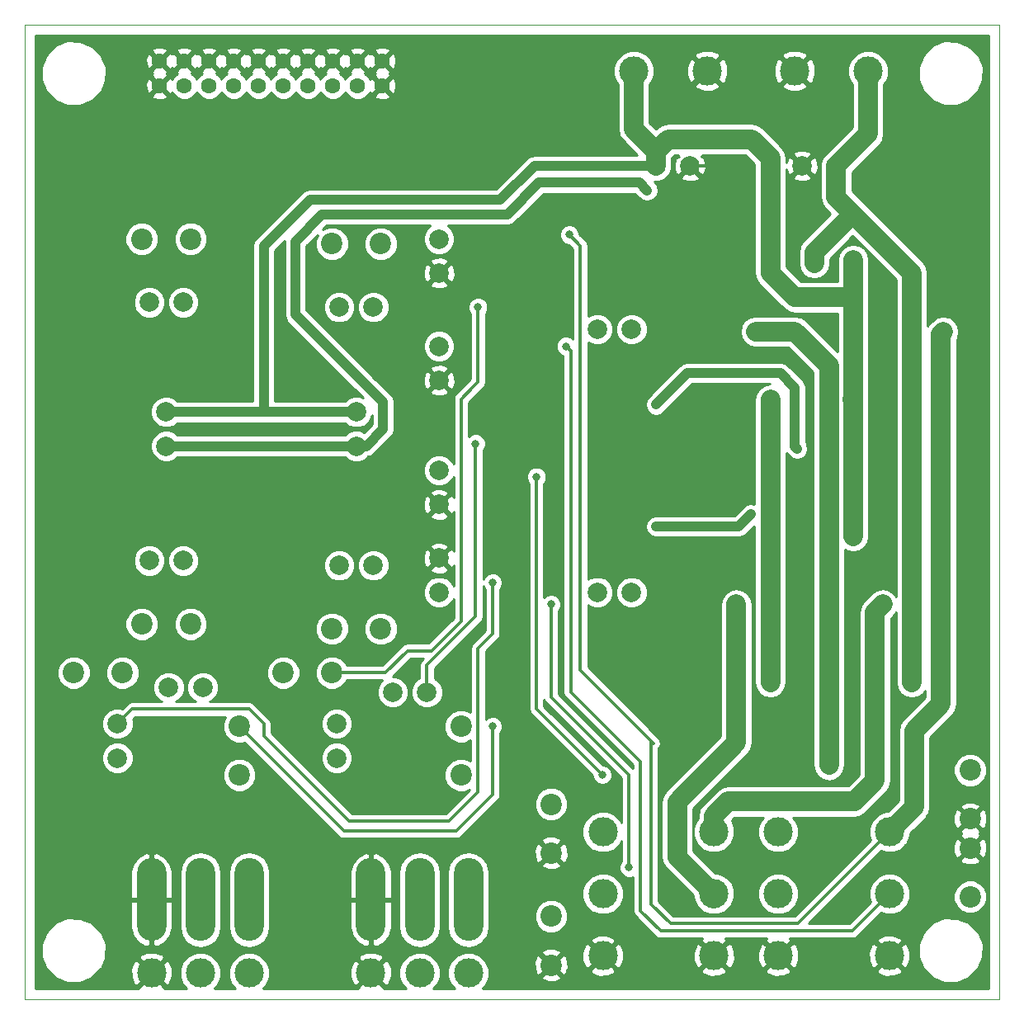
<source format=gbl>
G04 #@! TF.FileFunction,Copper,L2,Bot,Signal*
%FSLAX46Y46*%
G04 Gerber Fmt 4.6, Leading zero omitted, Abs format (unit mm)*
G04 Created by KiCad (PCBNEW 4.0.5) date 03/22/17 11:59:18*
%MOMM*%
%LPD*%
G01*
G04 APERTURE LIST*
%ADD10C,0.150000*%
%ADD11C,0.100000*%
%ADD12C,3.000000*%
%ADD13O,3.000000X8.500000*%
%ADD14C,2.000000*%
%ADD15C,2.200000*%
%ADD16C,1.600000*%
%ADD17C,0.800000*%
%ADD18C,0.300000*%
%ADD19C,2.000000*%
%ADD20C,1.000000*%
%ADD21C,0.254000*%
G04 APERTURE END LIST*
D10*
D11*
X0Y100000000D02*
X100000000Y100000000D01*
X15000000Y0D02*
X0Y0D01*
X100000000Y0D02*
X15000000Y0D01*
X100000000Y100000000D02*
X100000000Y0D01*
X0Y0D02*
X0Y100000000D01*
D12*
X59300000Y4450000D03*
X59300000Y10800000D03*
X59300000Y17150000D03*
X70700000Y4450000D03*
X70700000Y17150000D03*
X70700000Y10800000D03*
X77300000Y4450000D03*
X77300000Y10800000D03*
X77300000Y17150000D03*
X88700000Y4450000D03*
X88700000Y17150000D03*
X88700000Y10800000D03*
X13000000Y2700000D03*
X18000000Y2700000D03*
X23000000Y2700000D03*
D13*
X13000000Y10200000D03*
X18000000Y10200000D03*
X23000000Y10200000D03*
D12*
X35500000Y2700000D03*
X40500000Y2700000D03*
X45500000Y2700000D03*
D13*
X35500000Y10200000D03*
X40500000Y10200000D03*
X45500000Y10200000D03*
D12*
X70020000Y95250000D03*
X62480000Y95250000D03*
X86519998Y95250000D03*
X78979998Y95250000D03*
D14*
X42500000Y41750000D03*
X42500000Y45250000D03*
X42500000Y67000000D03*
X42500000Y63500000D03*
D15*
X54000000Y3500000D03*
X54000000Y8500000D03*
X97000000Y15500000D03*
X97000000Y10500000D03*
D14*
X42500000Y54250000D03*
X42500000Y50750000D03*
X42500000Y78000000D03*
X42500000Y74500000D03*
D15*
X54000000Y15000000D03*
X54000000Y20000000D03*
X97000000Y18500000D03*
X97000000Y23500000D03*
D14*
X62250000Y41750000D03*
X58750000Y41750000D03*
X62250000Y68750000D03*
X58750000Y68750000D03*
X14500000Y56750000D03*
X14500000Y60250000D03*
D15*
X22000000Y28000000D03*
X22000000Y23000000D03*
X12000000Y38500000D03*
X17000000Y38500000D03*
D14*
X18250000Y32000000D03*
X14750000Y32000000D03*
X16250000Y45000000D03*
X12750000Y45000000D03*
D15*
X10000000Y33500000D03*
X5000000Y33500000D03*
X12000000Y78000000D03*
X17000000Y78000000D03*
D14*
X9500000Y28250000D03*
X9500000Y24750000D03*
X16250000Y71500000D03*
X12750000Y71500000D03*
D15*
X44750000Y28000000D03*
X44750000Y23000000D03*
X36500000Y38000000D03*
X31500000Y38000000D03*
D14*
X41250000Y31500000D03*
X37750000Y31500000D03*
X32250000Y44500000D03*
X35750000Y44500000D03*
D15*
X31500000Y33500000D03*
X26500000Y33500000D03*
X31500000Y77500000D03*
X36500000Y77500000D03*
D14*
X32000000Y28250000D03*
X32000000Y24750000D03*
X35750000Y71000000D03*
X32250000Y71000000D03*
X34000000Y56750000D03*
X34000000Y60250000D03*
X68250000Y85500000D03*
X64750000Y85500000D03*
X83250000Y85500000D03*
X79750000Y85500000D03*
D16*
X36680000Y96270000D03*
X36680000Y93730000D03*
X34140000Y96270000D03*
X34140000Y93730000D03*
X31600000Y96270000D03*
X31600000Y93730000D03*
X29060000Y96270000D03*
X29060000Y93730000D03*
X26520000Y96270000D03*
X26520000Y93730000D03*
X23980000Y96270000D03*
X23980000Y93730000D03*
X21440000Y96270000D03*
X21440000Y93730000D03*
X18900000Y96270000D03*
X18900000Y93730000D03*
X16360000Y96270000D03*
X16360000Y93730000D03*
X13820000Y96270000D03*
X13820000Y93730000D03*
D17*
X43100000Y19500000D03*
X42500000Y15800000D03*
X64300000Y72400000D03*
X69000000Y33600000D03*
X65400000Y45000000D03*
X64400000Y66200000D03*
X64100000Y55300000D03*
X65400000Y37600000D03*
X64400000Y29400000D03*
X20906126Y78896494D03*
X26669332Y83480854D03*
X11585178Y83480854D03*
X7745217Y79975658D03*
X29250000Y1750000D03*
X27500000Y10250000D03*
X17000000Y20250000D03*
X26000000Y15750000D03*
X49750000Y25000000D03*
X50000000Y20750000D03*
X50000000Y17250000D03*
X47750000Y14750000D03*
X33750000Y15750000D03*
X39250000Y19500000D03*
X37000000Y19500000D03*
X38750000Y15750000D03*
X40750000Y95000000D03*
X10750000Y95000000D03*
X81750000Y98000000D03*
X76500000Y98000000D03*
X73000000Y98000000D03*
X66750000Y97750000D03*
X45500000Y77500000D03*
X47963045Y83540806D03*
X52638326Y87432794D03*
X14500000Y37250000D03*
X12250000Y33500000D03*
X21250000Y32500000D03*
X22250000Y31250000D03*
X29250000Y26500000D03*
X24500000Y35000000D03*
X7500000Y36250000D03*
X12500000Y27500000D03*
X38245490Y36586995D03*
X30250000Y62000000D03*
X18000000Y62250000D03*
X17750000Y58500000D03*
X39250000Y91250000D03*
X33250000Y91250000D03*
X28250000Y91250000D03*
X25250000Y91250000D03*
X22750000Y91250000D03*
X17500000Y91250000D03*
X11750000Y91250000D03*
X1750000Y90500000D03*
X4750000Y90500000D03*
X7500000Y91750000D03*
X8000000Y98250000D03*
X91000000Y98250000D03*
X91750000Y91250000D03*
X97500000Y90500000D03*
X96750000Y84250000D03*
X91750000Y82750000D03*
X54250000Y90250000D03*
X54250000Y94250000D03*
X49500000Y91250000D03*
X44500000Y91750000D03*
X43250000Y98000000D03*
X48250000Y98000000D03*
X52500000Y98000000D03*
X57250000Y98000000D03*
X57250000Y87500000D03*
X30250000Y55000000D03*
X23250000Y55000000D03*
X33750000Y78000000D03*
X14500000Y78500000D03*
X39500000Y77750000D03*
X3402213Y62050738D03*
X1750000Y78500000D03*
X5750000Y77000000D03*
X26000000Y76500000D03*
X21250000Y74250000D03*
X26000000Y66750000D03*
X26000000Y73000000D03*
X25500000Y49000000D03*
X17500000Y43000000D03*
X18000000Y53750000D03*
X17750000Y49000000D03*
X14000000Y53750000D03*
X12500000Y49500000D03*
X2250000Y36500000D03*
X8500000Y39250000D03*
X29750000Y42500000D03*
X25500000Y42500000D03*
X51000000Y49250000D03*
X51000000Y62000000D03*
X51000000Y76000000D03*
X48000000Y69000000D03*
X44500000Y70000000D03*
X39000000Y72500000D03*
X38500000Y68000000D03*
X46250000Y58750000D03*
X43000000Y58750000D03*
X39250000Y60500000D03*
X39250000Y57750000D03*
X73000000Y86250000D03*
X72000000Y86250000D03*
X73750000Y85500000D03*
X72500000Y85500000D03*
X71250000Y85500000D03*
X81750000Y92250000D03*
X79250000Y92250000D03*
X76500000Y92250000D03*
X73000000Y92250000D03*
X69750000Y92250000D03*
X66750000Y92250000D03*
X64750000Y80250000D03*
X57250000Y79500000D03*
X57000000Y81250000D03*
X9000000Y17250000D03*
X14500000Y17000000D03*
X11000000Y22000000D03*
X34500000Y35250000D03*
X28250000Y29500000D03*
X34500000Y31500000D03*
X35000000Y25750000D03*
X31750000Y22000000D03*
X33750000Y20500000D03*
X31000000Y16500000D03*
X19750000Y17500000D03*
X21750000Y20250000D03*
X31000000Y53500000D03*
X11500000Y53750000D03*
X11250000Y61750000D03*
X10000000Y70250000D03*
X6750000Y70250000D03*
X6000000Y48500000D03*
X1542584Y45910291D03*
X6500000Y22750000D03*
X7000000Y26750000D03*
X19250000Y27750000D03*
X28250000Y37750000D03*
X24500000Y37750000D03*
X20250000Y37750000D03*
X32750000Y40500000D03*
X14250000Y41750000D03*
X14500000Y74500000D03*
X33750000Y73750000D03*
X18500000Y76500000D03*
X30250000Y73500000D03*
X38000000Y41000000D03*
X37500000Y54750000D03*
X37500000Y47750000D03*
X37500000Y50750000D03*
X88000000Y84000000D03*
X60000000Y89000000D03*
X53500000Y26500000D03*
X54000000Y43000000D03*
X54000000Y55750000D03*
X54000000Y69500000D03*
X4000000Y21000000D03*
X18250000Y22750000D03*
X26500000Y20250000D03*
X40500000Y22750000D03*
X21250000Y45750000D03*
X20750000Y53000000D03*
X3250000Y70250000D03*
X1500000Y53750000D03*
X22000000Y70000000D03*
X21250000Y62500000D03*
X39500000Y83500000D03*
X24250000Y83500000D03*
X15250000Y83500000D03*
X51000000Y70000000D03*
X51000000Y56000000D03*
X51000000Y27000000D03*
X3250000Y83500000D03*
X36250000Y83500000D03*
X51000000Y43000000D03*
X59250000Y23000000D03*
X52500000Y53600000D03*
X88000000Y40500000D03*
X75000000Y68500000D03*
X82500000Y24000000D03*
X55500000Y67000000D03*
X63850000Y83000000D03*
X81000000Y75500000D03*
X91000000Y61500000D03*
X91000000Y32500000D03*
X84940800Y61518869D03*
X85001588Y75857080D03*
X85000000Y47500000D03*
X76500000Y32500000D03*
X76500000Y61500000D03*
X55863614Y78441119D03*
X94239867Y68464990D03*
X62000000Y13500000D03*
X54000000Y40500000D03*
X73000000Y40500000D03*
X74500000Y49750000D03*
X64750000Y48500000D03*
X79250000Y56500000D03*
X64750000Y61000000D03*
X46500000Y71000000D03*
X46250000Y57000000D03*
X48000000Y42750000D03*
X48000000Y28000000D03*
D18*
X39250000Y19500000D02*
X43100000Y19500000D01*
X38750000Y15750000D02*
X42450000Y15750000D01*
X42450000Y15750000D02*
X42500000Y15800000D01*
X65400000Y37600000D02*
X65400000Y45000000D01*
X60600000Y62400000D02*
X64400000Y66200000D01*
X60600000Y58000000D02*
X60600000Y62400000D01*
X63300000Y55300000D02*
X60600000Y58000000D01*
X64100000Y55300000D02*
X63300000Y55300000D01*
X62500000Y50900000D02*
X64100000Y52500000D01*
X64100000Y52500000D02*
X64100000Y55300000D01*
X62500000Y46500000D02*
X62500000Y50900000D01*
X65400000Y43600000D02*
X62500000Y46500000D01*
X65400000Y37600000D02*
X65400000Y43600000D01*
X64400000Y29400000D02*
X64400000Y36600000D01*
X64400000Y36600000D02*
X65400000Y37600000D01*
X27500000Y1750000D02*
X29250000Y1750000D01*
X27500000Y10250000D02*
X27500000Y1750000D01*
X26500000Y20250000D02*
X26500000Y16250000D01*
X26500000Y16250000D02*
X26000000Y15750000D01*
X50000000Y20750000D02*
X50000000Y24750000D01*
X50000000Y24750000D02*
X49750000Y25000000D01*
X47750000Y14750000D02*
X47750000Y15000000D01*
X47750000Y15000000D02*
X50000000Y17250000D01*
X31750000Y15750000D02*
X33750000Y15750000D01*
X33750000Y15750000D02*
X38750000Y15750000D01*
X37000000Y19500000D02*
X39250000Y19500000D01*
X31000000Y16500000D02*
X31750000Y15750000D01*
X76500000Y92250000D02*
X76500000Y98000000D01*
X66750000Y92250000D02*
X66750000Y97750000D01*
X42500000Y74500000D02*
X45500000Y77500000D01*
X52638326Y87432794D02*
X52705532Y87500000D01*
X52705532Y87500000D02*
X57250000Y87500000D01*
X13500000Y34750000D02*
X12250000Y33500000D01*
X19000000Y34750000D02*
X13500000Y34750000D01*
X21250000Y32500000D02*
X19000000Y34750000D01*
X24500000Y35000000D02*
X24500000Y33500000D01*
X24500000Y33500000D02*
X22250000Y31250000D01*
X19250000Y27750000D02*
X12750000Y27750000D01*
X12750000Y27750000D02*
X12500000Y27500000D01*
X38245490Y36586995D02*
X38673795Y37015300D01*
X38673795Y37015300D02*
X38673795Y40326205D01*
X38673795Y40326205D02*
X38000000Y41000000D01*
X26000000Y66750000D02*
X26000000Y66250000D01*
X26000000Y66250000D02*
X30250000Y62000000D01*
X33250000Y91250000D02*
X39250000Y91250000D01*
X28250000Y91250000D02*
X33250000Y91250000D01*
X25250000Y91250000D02*
X28250000Y91250000D01*
X22750000Y91250000D02*
X25250000Y91250000D01*
X17500000Y91250000D02*
X22750000Y91250000D01*
X11750000Y91250000D02*
X17500000Y91250000D01*
X7500000Y91750000D02*
X11250000Y91750000D01*
X11250000Y91750000D02*
X11750000Y91250000D01*
X4750000Y90500000D02*
X1750000Y90500000D01*
X9000000Y97250000D02*
X9000000Y93250000D01*
X9000000Y93250000D02*
X7500000Y91750000D01*
X8000000Y98250000D02*
X9000000Y97250000D01*
X97500000Y90500000D02*
X96750000Y91250000D01*
X96750000Y91250000D02*
X91750000Y91250000D01*
X91750000Y82750000D02*
X93250000Y84250000D01*
X93250000Y84250000D02*
X96750000Y84250000D01*
X54250000Y94250000D02*
X54250000Y90250000D01*
X44500000Y91750000D02*
X45000000Y91250000D01*
X45000000Y91250000D02*
X49500000Y91250000D01*
X48250000Y98000000D02*
X43250000Y98000000D01*
X57250000Y98000000D02*
X52500000Y98000000D01*
X3402213Y62050738D02*
X3851475Y62500000D01*
X3851475Y62500000D02*
X10500000Y62500000D01*
X10500000Y62500000D02*
X11250000Y61750000D01*
X3250000Y83500000D02*
X3250000Y79500000D01*
X3250000Y79500000D02*
X5750000Y77000000D01*
X26000000Y73000000D02*
X26000000Y76500000D01*
X26000000Y73000000D02*
X26000000Y66750000D01*
X25500000Y42500000D02*
X25500000Y49000000D01*
X18000000Y48750000D02*
X18000000Y43500000D01*
X18000000Y43500000D02*
X17500000Y43000000D01*
X17750000Y49000000D02*
X18000000Y48750000D01*
X17750000Y49000000D02*
X17750000Y53500000D01*
X17750000Y53500000D02*
X18000000Y53750000D01*
X12500000Y49500000D02*
X17250000Y49500000D01*
X17250000Y49500000D02*
X17750000Y49000000D01*
X6000000Y48500000D02*
X11500000Y48500000D01*
X11500000Y48500000D02*
X12500000Y49500000D01*
X6000000Y48500000D02*
X6000000Y41750000D01*
X6000000Y41750000D02*
X8500000Y39250000D01*
X21250000Y45750000D02*
X22250000Y45750000D01*
X22250000Y45750000D02*
X25500000Y42500000D01*
X51000000Y56000000D02*
X51000000Y49250000D01*
X51000000Y70000000D02*
X51000000Y62000000D01*
X51000000Y70000000D02*
X51000000Y76000000D01*
X38500000Y68000000D02*
X39000000Y68500000D01*
X39000000Y68500000D02*
X39000000Y72500000D01*
X39250000Y60500000D02*
X41250000Y60500000D01*
X41250000Y60500000D02*
X43000000Y58750000D01*
X37500000Y54750000D02*
X37500000Y56000000D01*
X37500000Y56000000D02*
X39250000Y57750000D01*
X72000000Y86250000D02*
X73000000Y86250000D01*
X72500000Y85500000D02*
X73750000Y85500000D01*
X68250000Y85500000D02*
X71250000Y85500000D01*
X68250000Y85500000D02*
X64750000Y82000000D01*
X64750000Y82000000D02*
X64750000Y80250000D01*
X76500000Y92250000D02*
X79250000Y92250000D01*
X69750000Y92250000D02*
X73000000Y92250000D01*
X70119998Y95524999D02*
X70024999Y95524999D01*
X70024999Y95524999D02*
X66750000Y92250000D01*
X57250000Y79500000D02*
X64000000Y79500000D01*
X64000000Y79500000D02*
X64750000Y80250000D01*
X57000000Y81250000D02*
X57250000Y81000000D01*
X57250000Y81000000D02*
X57250000Y79500000D01*
X33750000Y73750000D02*
X34326982Y73173018D01*
X34326982Y73173018D02*
X41173018Y73173018D01*
X41173018Y73173018D02*
X42500000Y74500000D01*
X34500000Y31500000D02*
X30250000Y31500000D01*
X30250000Y31500000D02*
X28250000Y29500000D01*
X33750000Y20500000D02*
X33750000Y24500000D01*
X33750000Y24500000D02*
X35000000Y25750000D01*
X33750000Y20500000D02*
X32250000Y22000000D01*
X32250000Y22000000D02*
X31750000Y22000000D01*
X40500000Y22750000D02*
X35000000Y22750000D01*
X35000000Y22750000D02*
X33500000Y21250000D01*
X26500000Y20250000D02*
X27250000Y20250000D01*
X27250000Y20250000D02*
X31000000Y16500000D01*
X18250000Y22750000D02*
X19250000Y22750000D01*
X19250000Y22750000D02*
X21750000Y20250000D01*
X37500000Y54750000D02*
X32250000Y54750000D01*
X32250000Y54750000D02*
X31000000Y53500000D01*
X1500000Y53750000D02*
X11500000Y53750000D01*
X6750000Y70250000D02*
X10000000Y70250000D01*
X3250000Y70250000D02*
X6750000Y70250000D01*
X1542584Y45910291D02*
X3410291Y45910291D01*
X3410291Y45910291D02*
X6000000Y48500000D01*
X4000000Y21000000D02*
X4000000Y23750000D01*
X4000000Y23750000D02*
X7000000Y26750000D01*
X18250000Y22750000D02*
X18250000Y26750000D01*
X18250000Y26750000D02*
X19250000Y27750000D01*
X24500000Y37750000D02*
X28250000Y37750000D01*
X22750000Y41750000D02*
X31500000Y41750000D01*
X14250000Y41750000D02*
X22750000Y41750000D01*
X22750000Y41750000D02*
X22750000Y40250000D01*
X22750000Y40250000D02*
X20250000Y37750000D01*
X31500000Y41750000D02*
X32750000Y40500000D01*
X21250000Y45750000D02*
X17250000Y41750000D01*
X17250000Y41750000D02*
X14250000Y41750000D01*
X18500000Y76500000D02*
X16500000Y74500000D01*
X16500000Y74500000D02*
X14500000Y74500000D01*
X30250000Y73500000D02*
X33500000Y73500000D01*
X33500000Y73500000D02*
X33750000Y73750000D01*
X22000000Y70000000D02*
X22000000Y73000000D01*
X22000000Y73000000D02*
X18500000Y76500000D01*
X37500000Y47750000D02*
X37500000Y41500000D01*
X37500000Y41500000D02*
X38000000Y41000000D01*
X37500000Y50750000D02*
X37500000Y54750000D01*
X37500000Y50750000D02*
X37500000Y47750000D01*
D19*
X70700000Y17150000D02*
X70700000Y18821320D01*
X70700000Y18821320D02*
X72151101Y20272421D01*
X72151101Y20272421D02*
X85123476Y20272421D01*
X85123476Y20272421D02*
X87232849Y22381794D01*
X87232849Y22381794D02*
X87232849Y39732849D01*
X87232849Y39732849D02*
X88000000Y40500000D01*
D18*
X52500000Y53600000D02*
X52500000Y29750000D01*
X52500000Y29750000D02*
X59250000Y23000000D01*
X65250000Y7000000D02*
X83000000Y7000000D01*
X88700000Y10800000D02*
X84900000Y7000000D01*
X84900000Y7000000D02*
X83000000Y7000000D01*
D19*
X82500000Y24000000D02*
X82500000Y65000000D01*
X82500000Y65000000D02*
X79000000Y68500000D01*
X79000000Y68500000D02*
X75000000Y68500000D01*
D18*
X55500000Y67000000D02*
X56000000Y66500000D01*
X56000000Y66500000D02*
X56000000Y31500000D01*
X56000000Y31500000D02*
X63168237Y24331763D01*
X63168237Y24331763D02*
X63168237Y9081763D01*
X63168237Y9081763D02*
X65250000Y7000000D01*
D19*
X86519998Y95250000D02*
X86519998Y88769998D01*
X81000000Y75500000D02*
X81000000Y76629869D01*
X81000000Y76629869D02*
X84620131Y80250000D01*
X84620131Y80250000D02*
X85250000Y80250000D01*
D20*
X34000000Y56750000D02*
X35000000Y56750000D01*
X63064415Y83785585D02*
X63850000Y83000000D01*
X35000000Y56750000D02*
X36750000Y58500000D01*
X36750000Y58500000D02*
X36750000Y61250000D01*
X36750000Y61250000D02*
X27750000Y70250000D01*
X27750000Y70250000D02*
X27750000Y77750000D01*
X27750000Y77750000D02*
X30500000Y80500000D01*
X30500000Y80500000D02*
X49475131Y80500000D01*
X49475131Y80500000D02*
X52760716Y83785585D01*
X52760716Y83785585D02*
X63064415Y83785585D01*
D19*
X86519998Y88769998D02*
X83250000Y85500000D01*
X91000000Y74500000D02*
X85250000Y80250000D01*
X85250000Y80250000D02*
X83250000Y82250000D01*
X83250000Y82250000D02*
X83250000Y85500000D01*
X91000000Y61500000D02*
X91000000Y74500000D01*
D20*
X14500000Y56750000D02*
X34000000Y56750000D01*
D19*
X91000000Y61500000D02*
X91000000Y32500000D01*
X62480000Y95250000D02*
X62480000Y89270000D01*
X62480000Y89270000D02*
X62579998Y89170002D01*
X84940800Y61518869D02*
X84959669Y61500000D01*
X84959669Y61500000D02*
X85000000Y61500000D01*
X85000000Y72000000D02*
X85000000Y75855492D01*
X85000000Y75855492D02*
X85001588Y75857080D01*
D20*
X24500000Y60250000D02*
X24500000Y77250000D01*
X24500000Y77250000D02*
X29250000Y82000000D01*
X29250000Y82000000D02*
X48796597Y82000000D01*
X48796597Y82000000D02*
X52296597Y85500000D01*
X52296597Y85500000D02*
X64750000Y85500000D01*
D19*
X64750000Y87000000D02*
X66000000Y88250000D01*
X66000000Y88250000D02*
X74577458Y88250000D01*
X74577458Y88250000D02*
X76500000Y86327458D01*
X76500000Y86327458D02*
X76500000Y74500000D01*
X76500000Y74500000D02*
X79000000Y72000000D01*
X79000000Y72000000D02*
X85000000Y72000000D01*
D20*
X24500000Y60250000D02*
X14500000Y60250000D01*
X34000000Y60250000D02*
X24500000Y60250000D01*
D19*
X62579998Y89170002D02*
X64750000Y87000000D01*
X85000000Y61500000D02*
X85000000Y72000000D01*
X64750000Y85500000D02*
X64750000Y87000000D01*
X85000000Y47500000D02*
X85000000Y61500000D01*
X76500000Y61500000D02*
X76500000Y32500000D01*
D18*
X66250000Y7750000D02*
X78900000Y7750000D01*
X88700000Y17150000D02*
X79300000Y7750000D01*
X79300000Y7750000D02*
X78900000Y7750000D01*
D19*
X91256043Y27517340D02*
X91256043Y21000000D01*
X88700000Y17150000D02*
X91256043Y19706043D01*
X91256043Y19706043D02*
X91256043Y21000000D01*
X94239867Y68464990D02*
X94000000Y68225123D01*
X94000000Y68225123D02*
X94000000Y30261297D01*
X94000000Y30261297D02*
X91256043Y27517340D01*
D18*
X55863614Y78441119D02*
X57000000Y77304733D01*
X57000000Y77304733D02*
X57000000Y33750000D01*
X57000000Y33750000D02*
X64250000Y26500000D01*
X64250000Y9750000D02*
X66250000Y7750000D01*
X64250000Y26500000D02*
X64500000Y26250000D01*
X64250000Y26500000D02*
X64250000Y9750000D01*
D19*
X66923852Y20216653D02*
X66923852Y14576148D01*
X66923852Y14576148D02*
X67372770Y14127230D01*
X70700000Y10800000D02*
X67372770Y14127230D01*
X70700000Y10350000D02*
X70700000Y10351082D01*
X66923852Y20216653D02*
X73000000Y26292801D01*
X73000000Y26292801D02*
X73000000Y40500000D01*
D18*
X54000000Y31000000D02*
X62000000Y23000000D01*
X62000000Y23000000D02*
X62000000Y13500000D01*
X54000000Y40500000D02*
X54000000Y31000000D01*
D20*
X64750000Y48500000D02*
X73250000Y48500000D01*
X73250000Y48500000D02*
X74500000Y49750000D01*
X79250000Y56500000D02*
X78998197Y56751803D01*
X78998197Y56751803D02*
X78998197Y62751803D01*
X78998197Y62751803D02*
X77500000Y64250000D01*
X77500000Y64250000D02*
X68000000Y64250000D01*
X68000000Y64250000D02*
X67500000Y63750000D01*
X67500000Y63750000D02*
X64750000Y61000000D01*
D18*
X46500000Y63298224D02*
X46000000Y62798224D01*
X44750000Y38750000D02*
X44750000Y61548224D01*
X44750000Y61548224D02*
X46000000Y62798224D01*
X41750000Y35750000D02*
X44750000Y38750000D01*
X39250000Y35750000D02*
X41750000Y35750000D01*
X46500000Y71000000D02*
X46500000Y63298224D01*
X37000000Y33500000D02*
X31500000Y33500000D01*
X39250000Y35750000D02*
X37000000Y33500000D01*
X41250000Y34250000D02*
X46250000Y39250000D01*
X46250000Y39250000D02*
X46250000Y57000000D01*
X41250000Y31500000D02*
X41250000Y34250000D01*
X43500000Y18250000D02*
X35000000Y18250000D01*
X35000000Y18250000D02*
X34500000Y18250000D01*
X24500000Y27000000D02*
X33250000Y18250000D01*
X33250000Y18250000D02*
X35000000Y18250000D01*
X24500000Y28250000D02*
X23000000Y29750000D01*
X24500000Y28250000D02*
X24500000Y27000000D01*
X23000000Y29750000D02*
X11000000Y29750000D01*
X11000000Y29750000D02*
X9500000Y28250000D01*
X46500000Y21250000D02*
X43500000Y18250000D01*
X46500000Y36000000D02*
X46500000Y21250000D01*
X48000000Y37500000D02*
X46500000Y36000000D01*
X48000000Y42750000D02*
X48000000Y37500000D01*
X44250000Y17250000D02*
X32750000Y17250000D01*
X32750000Y17250000D02*
X22000000Y28000000D01*
X48000000Y21000000D02*
X44250000Y17250000D01*
X48000000Y28000000D02*
X48000000Y21000000D01*
D21*
G36*
X98873000Y1127000D02*
X46934912Y1127000D01*
X47302131Y1493578D01*
X47626630Y2275057D01*
X47626630Y2275132D01*
X52954737Y2275132D01*
X53065641Y1997901D01*
X53711593Y1754677D01*
X54401453Y1777164D01*
X54934359Y1997901D01*
X55045263Y2275132D01*
X54000000Y3320395D01*
X52954737Y2275132D01*
X47626630Y2275132D01*
X47627368Y3121230D01*
X47351697Y3788407D01*
X52254677Y3788407D01*
X52277164Y3098547D01*
X52497901Y2565641D01*
X52775132Y2454737D01*
X53820395Y3500000D01*
X54179605Y3500000D01*
X55224868Y2454737D01*
X55502099Y2565641D01*
X55641563Y2936030D01*
X57965635Y2936030D01*
X58125418Y2617261D01*
X58916187Y2307277D01*
X59765387Y2323503D01*
X60474582Y2617261D01*
X60634365Y2936030D01*
X69365635Y2936030D01*
X69525418Y2617261D01*
X70316187Y2307277D01*
X71165387Y2323503D01*
X71874582Y2617261D01*
X72034365Y2936030D01*
X75965635Y2936030D01*
X76125418Y2617261D01*
X76916187Y2307277D01*
X77765387Y2323503D01*
X78474582Y2617261D01*
X78634365Y2936030D01*
X87365635Y2936030D01*
X87525418Y2617261D01*
X88316187Y2307277D01*
X89165387Y2323503D01*
X89874582Y2617261D01*
X90034365Y2936030D01*
X88700000Y4270395D01*
X87365635Y2936030D01*
X78634365Y2936030D01*
X77300000Y4270395D01*
X75965635Y2936030D01*
X72034365Y2936030D01*
X70700000Y4270395D01*
X69365635Y2936030D01*
X60634365Y2936030D01*
X59300000Y4270395D01*
X57965635Y2936030D01*
X55641563Y2936030D01*
X55745323Y3211593D01*
X55722836Y3901453D01*
X55502099Y4434359D01*
X55224868Y4545263D01*
X54179605Y3500000D01*
X53820395Y3500000D01*
X52775132Y4545263D01*
X52497901Y4434359D01*
X52254677Y3788407D01*
X47351697Y3788407D01*
X47304234Y3903274D01*
X46706422Y4502131D01*
X46170013Y4724868D01*
X52954737Y4724868D01*
X54000000Y3679605D01*
X55045263Y4724868D01*
X55001681Y4833813D01*
X57157277Y4833813D01*
X57173503Y3984613D01*
X57467261Y3275418D01*
X57786030Y3115635D01*
X59120395Y4450000D01*
X59479605Y4450000D01*
X60813970Y3115635D01*
X61132739Y3275418D01*
X61442723Y4066187D01*
X61428056Y4833813D01*
X68557277Y4833813D01*
X68573503Y3984613D01*
X68867261Y3275418D01*
X69186030Y3115635D01*
X70520395Y4450000D01*
X70879605Y4450000D01*
X72213970Y3115635D01*
X72532739Y3275418D01*
X72842723Y4066187D01*
X72828056Y4833813D01*
X75157277Y4833813D01*
X75173503Y3984613D01*
X75467261Y3275418D01*
X75786030Y3115635D01*
X77120395Y4450000D01*
X77479605Y4450000D01*
X78813970Y3115635D01*
X79132739Y3275418D01*
X79442723Y4066187D01*
X79428056Y4833813D01*
X86557277Y4833813D01*
X86573503Y3984613D01*
X86867261Y3275418D01*
X87186030Y3115635D01*
X88520395Y4450000D01*
X88879605Y4450000D01*
X90213970Y3115635D01*
X90532739Y3275418D01*
X90842723Y4066187D01*
X90837470Y4341122D01*
X91672424Y4341122D01*
X92177862Y3117868D01*
X93112945Y2181151D01*
X94335315Y1673579D01*
X95658878Y1672424D01*
X96882132Y2177862D01*
X97818849Y3112945D01*
X98326421Y4335315D01*
X98327576Y5658878D01*
X97822138Y6882132D01*
X96887055Y7818849D01*
X95664685Y8326421D01*
X94341122Y8327576D01*
X93117868Y7822138D01*
X92181151Y6887055D01*
X91673579Y5664685D01*
X91672424Y4341122D01*
X90837470Y4341122D01*
X90826497Y4915387D01*
X90532739Y5624582D01*
X90213970Y5784365D01*
X88879605Y4450000D01*
X88520395Y4450000D01*
X87186030Y5784365D01*
X86867261Y5624582D01*
X86557277Y4833813D01*
X79428056Y4833813D01*
X79426497Y4915387D01*
X79132739Y5624582D01*
X78813970Y5784365D01*
X77479605Y4450000D01*
X77120395Y4450000D01*
X75786030Y5784365D01*
X75467261Y5624582D01*
X75157277Y4833813D01*
X72828056Y4833813D01*
X72826497Y4915387D01*
X72532739Y5624582D01*
X72213970Y5784365D01*
X70879605Y4450000D01*
X70520395Y4450000D01*
X69186030Y5784365D01*
X68867261Y5624582D01*
X68557277Y4833813D01*
X61428056Y4833813D01*
X61426497Y4915387D01*
X61132739Y5624582D01*
X60813970Y5784365D01*
X59479605Y4450000D01*
X59120395Y4450000D01*
X57786030Y5784365D01*
X57467261Y5624582D01*
X57157277Y4833813D01*
X55001681Y4833813D01*
X54934359Y5002099D01*
X54288407Y5245323D01*
X53598547Y5222836D01*
X53065641Y5002099D01*
X52954737Y4724868D01*
X46170013Y4724868D01*
X45924943Y4826630D01*
X45078770Y4827368D01*
X44296726Y4504234D01*
X43697869Y3906422D01*
X43373370Y3124943D01*
X43372632Y2278770D01*
X43695766Y1496726D01*
X44064847Y1127000D01*
X41934912Y1127000D01*
X42302131Y1493578D01*
X42626630Y2275057D01*
X42627368Y3121230D01*
X42304234Y3903274D01*
X41706422Y4502131D01*
X40924943Y4826630D01*
X40078770Y4827368D01*
X39296726Y4504234D01*
X38697869Y3906422D01*
X38373370Y3124943D01*
X38372632Y2278770D01*
X38695766Y1496726D01*
X39064847Y1127000D01*
X36804776Y1127000D01*
X36834365Y1186030D01*
X35500000Y2520395D01*
X34165635Y1186030D01*
X34195224Y1127000D01*
X24434912Y1127000D01*
X24802131Y1493578D01*
X25126630Y2275057D01*
X25127335Y3083813D01*
X33357277Y3083813D01*
X33373503Y2234613D01*
X33667261Y1525418D01*
X33986030Y1365635D01*
X35320395Y2700000D01*
X35679605Y2700000D01*
X37013970Y1365635D01*
X37332739Y1525418D01*
X37642723Y2316187D01*
X37626497Y3165387D01*
X37332739Y3874582D01*
X37013970Y4034365D01*
X35679605Y2700000D01*
X35320395Y2700000D01*
X33986030Y4034365D01*
X33667261Y3874582D01*
X33357277Y3083813D01*
X25127335Y3083813D01*
X25127368Y3121230D01*
X24804234Y3903274D01*
X24494081Y4213970D01*
X34165635Y4213970D01*
X35500000Y2879605D01*
X36834365Y4213970D01*
X36674582Y4532739D01*
X35883813Y4842723D01*
X35034613Y4826497D01*
X34325418Y4532739D01*
X34165635Y4213970D01*
X24494081Y4213970D01*
X24206422Y4502131D01*
X23424943Y4826630D01*
X22578770Y4827368D01*
X21796726Y4504234D01*
X21197869Y3906422D01*
X20873370Y3124943D01*
X20872632Y2278770D01*
X21195766Y1496726D01*
X21564847Y1127000D01*
X19434912Y1127000D01*
X19802131Y1493578D01*
X20126630Y2275057D01*
X20127368Y3121230D01*
X19804234Y3903274D01*
X19206422Y4502131D01*
X18424943Y4826630D01*
X17578770Y4827368D01*
X16796726Y4504234D01*
X16197869Y3906422D01*
X15873370Y3124943D01*
X15872632Y2278770D01*
X16195766Y1496726D01*
X16564847Y1127000D01*
X14304776Y1127000D01*
X14334365Y1186030D01*
X13000000Y2520395D01*
X11665635Y1186030D01*
X11695224Y1127000D01*
X1127000Y1127000D01*
X1127000Y4341122D01*
X1672424Y4341122D01*
X2177862Y3117868D01*
X3112945Y2181151D01*
X4335315Y1673579D01*
X5658878Y1672424D01*
X6882132Y2177862D01*
X7789666Y3083813D01*
X10857277Y3083813D01*
X10873503Y2234613D01*
X11167261Y1525418D01*
X11486030Y1365635D01*
X12820395Y2700000D01*
X13179605Y2700000D01*
X14513970Y1365635D01*
X14832739Y1525418D01*
X15142723Y2316187D01*
X15126497Y3165387D01*
X14832739Y3874582D01*
X14513970Y4034365D01*
X13179605Y2700000D01*
X12820395Y2700000D01*
X11486030Y4034365D01*
X11167261Y3874582D01*
X10857277Y3083813D01*
X7789666Y3083813D01*
X7818849Y3112945D01*
X8276034Y4213970D01*
X11665635Y4213970D01*
X13000000Y2879605D01*
X14334365Y4213970D01*
X14174582Y4532739D01*
X13383813Y4842723D01*
X12534613Y4826497D01*
X11825418Y4532739D01*
X11665635Y4213970D01*
X8276034Y4213970D01*
X8326421Y4335315D01*
X8327576Y5658878D01*
X7822138Y6882132D01*
X6887055Y7818849D01*
X5664685Y8326421D01*
X4341122Y8327576D01*
X3117868Y7822138D01*
X2181151Y6887055D01*
X1673579Y5664685D01*
X1672424Y4341122D01*
X1127000Y4341122D01*
X1127000Y10073000D01*
X10865000Y10073000D01*
X10865000Y7323000D01*
X11076118Y6515638D01*
X11580130Y5850524D01*
X12300304Y5428916D01*
X12541167Y5364887D01*
X12873000Y5477835D01*
X12873000Y10073000D01*
X13127000Y10073000D01*
X13127000Y5477835D01*
X13458833Y5364887D01*
X13699696Y5428916D01*
X14419870Y5850524D01*
X14923882Y6515638D01*
X15135000Y7323000D01*
X15135000Y10073000D01*
X13127000Y10073000D01*
X12873000Y10073000D01*
X10865000Y10073000D01*
X1127000Y10073000D01*
X1127000Y13077000D01*
X10865000Y13077000D01*
X10865000Y10327000D01*
X12873000Y10327000D01*
X12873000Y14922165D01*
X13127000Y14922165D01*
X13127000Y10327000D01*
X15135000Y10327000D01*
X15135000Y13045546D01*
X15873000Y13045546D01*
X15873000Y7354454D01*
X16034908Y6540486D01*
X16495984Y5850438D01*
X17186032Y5389362D01*
X18000000Y5227454D01*
X18813968Y5389362D01*
X19504016Y5850438D01*
X19965092Y6540486D01*
X20127000Y7354454D01*
X20127000Y13045546D01*
X20873000Y13045546D01*
X20873000Y7354454D01*
X21034908Y6540486D01*
X21495984Y5850438D01*
X22186032Y5389362D01*
X23000000Y5227454D01*
X23813968Y5389362D01*
X24504016Y5850438D01*
X24965092Y6540486D01*
X25127000Y7354454D01*
X25127000Y10073000D01*
X33365000Y10073000D01*
X33365000Y7323000D01*
X33576118Y6515638D01*
X34080130Y5850524D01*
X34800304Y5428916D01*
X35041167Y5364887D01*
X35373000Y5477835D01*
X35373000Y10073000D01*
X35627000Y10073000D01*
X35627000Y5477835D01*
X35958833Y5364887D01*
X36199696Y5428916D01*
X36919870Y5850524D01*
X37423882Y6515638D01*
X37635000Y7323000D01*
X37635000Y10073000D01*
X35627000Y10073000D01*
X35373000Y10073000D01*
X33365000Y10073000D01*
X25127000Y10073000D01*
X25127000Y13045546D01*
X25120744Y13077000D01*
X33365000Y13077000D01*
X33365000Y10327000D01*
X35373000Y10327000D01*
X35373000Y14922165D01*
X35627000Y14922165D01*
X35627000Y10327000D01*
X37635000Y10327000D01*
X37635000Y13045546D01*
X38373000Y13045546D01*
X38373000Y7354454D01*
X38534908Y6540486D01*
X38995984Y5850438D01*
X39686032Y5389362D01*
X40500000Y5227454D01*
X41313968Y5389362D01*
X42004016Y5850438D01*
X42465092Y6540486D01*
X42627000Y7354454D01*
X42627000Y13045546D01*
X43373000Y13045546D01*
X43373000Y7354454D01*
X43534908Y6540486D01*
X43995984Y5850438D01*
X44686032Y5389362D01*
X45500000Y5227454D01*
X46313968Y5389362D01*
X47004016Y5850438D01*
X47079875Y5963970D01*
X57965635Y5963970D01*
X59300000Y4629605D01*
X60634365Y5963970D01*
X60474582Y6282739D01*
X59683813Y6592723D01*
X58834613Y6576497D01*
X58125418Y6282739D01*
X57965635Y5963970D01*
X47079875Y5963970D01*
X47465092Y6540486D01*
X47627000Y7354454D01*
X47627000Y8157986D01*
X52272701Y8157986D01*
X52535067Y7523011D01*
X53020456Y7036774D01*
X53654971Y6773300D01*
X54342014Y6772701D01*
X54976989Y7035067D01*
X55463226Y7520456D01*
X55726700Y8154971D01*
X55727299Y8842014D01*
X55464933Y9476989D01*
X54979544Y9963226D01*
X54345029Y10226700D01*
X53657986Y10227299D01*
X53023011Y9964933D01*
X52536774Y9479544D01*
X52273300Y8845029D01*
X52272701Y8157986D01*
X47627000Y8157986D01*
X47627000Y10378770D01*
X57172632Y10378770D01*
X57495766Y9596726D01*
X58093578Y8997869D01*
X58875057Y8673370D01*
X59721230Y8672632D01*
X60503274Y8995766D01*
X61102131Y9593578D01*
X61426630Y10375057D01*
X61427368Y11221230D01*
X61104234Y12003274D01*
X60506422Y12602131D01*
X59724943Y12926630D01*
X58878770Y12927368D01*
X58096726Y12604234D01*
X57497869Y12006422D01*
X57173370Y11224943D01*
X57172632Y10378770D01*
X47627000Y10378770D01*
X47627000Y13045546D01*
X47481877Y13775132D01*
X52954737Y13775132D01*
X53065641Y13497901D01*
X53711593Y13254677D01*
X54401453Y13277164D01*
X54934359Y13497901D01*
X55045263Y13775132D01*
X54000000Y14820395D01*
X52954737Y13775132D01*
X47481877Y13775132D01*
X47465092Y13859514D01*
X47004016Y14549562D01*
X46313968Y15010638D01*
X45500000Y15172546D01*
X44686032Y15010638D01*
X43995984Y14549562D01*
X43534908Y13859514D01*
X43373000Y13045546D01*
X42627000Y13045546D01*
X42465092Y13859514D01*
X42004016Y14549562D01*
X41313968Y15010638D01*
X40500000Y15172546D01*
X39686032Y15010638D01*
X38995984Y14549562D01*
X38534908Y13859514D01*
X38373000Y13045546D01*
X37635000Y13045546D01*
X37635000Y13077000D01*
X37423882Y13884362D01*
X36919870Y14549476D01*
X36199696Y14971084D01*
X35958833Y15035113D01*
X35627000Y14922165D01*
X35373000Y14922165D01*
X35041167Y15035113D01*
X34800304Y14971084D01*
X34080130Y14549476D01*
X33576118Y13884362D01*
X33365000Y13077000D01*
X25120744Y13077000D01*
X24965092Y13859514D01*
X24504016Y14549562D01*
X23813968Y15010638D01*
X23000000Y15172546D01*
X22186032Y15010638D01*
X21495984Y14549562D01*
X21034908Y13859514D01*
X20873000Y13045546D01*
X20127000Y13045546D01*
X19965092Y13859514D01*
X19504016Y14549562D01*
X18813968Y15010638D01*
X18000000Y15172546D01*
X17186032Y15010638D01*
X16495984Y14549562D01*
X16034908Y13859514D01*
X15873000Y13045546D01*
X15135000Y13045546D01*
X15135000Y13077000D01*
X14923882Y13884362D01*
X14419870Y14549476D01*
X13699696Y14971084D01*
X13458833Y15035113D01*
X13127000Y14922165D01*
X12873000Y14922165D01*
X12541167Y15035113D01*
X12300304Y14971084D01*
X11580130Y14549476D01*
X11076118Y13884362D01*
X10865000Y13077000D01*
X1127000Y13077000D01*
X1127000Y15288407D01*
X52254677Y15288407D01*
X52277164Y14598547D01*
X52497901Y14065641D01*
X52775132Y13954737D01*
X53820395Y15000000D01*
X54179605Y15000000D01*
X55224868Y13954737D01*
X55502099Y14065641D01*
X55745323Y14711593D01*
X55722836Y15401453D01*
X55502099Y15934359D01*
X55224868Y16045263D01*
X54179605Y15000000D01*
X53820395Y15000000D01*
X52775132Y16045263D01*
X52497901Y15934359D01*
X52254677Y15288407D01*
X1127000Y15288407D01*
X1127000Y16224868D01*
X52954737Y16224868D01*
X54000000Y15179605D01*
X55045263Y16224868D01*
X54934359Y16502099D01*
X54288407Y16745323D01*
X53598547Y16722836D01*
X53065641Y16502099D01*
X52954737Y16224868D01*
X1127000Y16224868D01*
X1127000Y22657986D01*
X20272701Y22657986D01*
X20535067Y22023011D01*
X21020456Y21536774D01*
X21654971Y21273300D01*
X22342014Y21272701D01*
X22976989Y21535067D01*
X23463226Y22020456D01*
X23726700Y22654971D01*
X23727299Y23342014D01*
X23464933Y23976989D01*
X22979544Y24463226D01*
X22345029Y24726700D01*
X21657986Y24727299D01*
X21023011Y24464933D01*
X20536774Y23979544D01*
X20273300Y23345029D01*
X20272701Y22657986D01*
X1127000Y22657986D01*
X1127000Y24427789D01*
X7872718Y24427789D01*
X8119892Y23829582D01*
X8577175Y23371501D01*
X9174950Y23123283D01*
X9822211Y23122718D01*
X10420418Y23369892D01*
X10878499Y23827175D01*
X11126717Y24424950D01*
X11127282Y25072211D01*
X10880108Y25670418D01*
X10422825Y26128499D01*
X9825050Y26376717D01*
X9177789Y26377282D01*
X8579582Y26130108D01*
X8121501Y25672825D01*
X7873283Y25075050D01*
X7872718Y24427789D01*
X1127000Y24427789D01*
X1127000Y27927789D01*
X7872718Y27927789D01*
X8119892Y27329582D01*
X8577175Y26871501D01*
X9174950Y26623283D01*
X9822211Y26622718D01*
X10420418Y26869892D01*
X10878499Y27327175D01*
X11126717Y27924950D01*
X11127282Y28572211D01*
X11066985Y28718141D01*
X11321844Y28973000D01*
X20534057Y28973000D01*
X20273300Y28345029D01*
X20272701Y27657986D01*
X20535067Y27023011D01*
X21020456Y26536774D01*
X21654971Y26273300D01*
X22342014Y26272701D01*
X22544705Y26356451D01*
X32200578Y16700578D01*
X32452655Y16532146D01*
X32750000Y16473000D01*
X44250000Y16473000D01*
X44547345Y16532146D01*
X44799422Y16700578D01*
X47756830Y19657986D01*
X52272701Y19657986D01*
X52535067Y19023011D01*
X53020456Y18536774D01*
X53654971Y18273300D01*
X54342014Y18272701D01*
X54976989Y18535067D01*
X55463226Y19020456D01*
X55726700Y19654971D01*
X55727299Y20342014D01*
X55464933Y20976989D01*
X54979544Y21463226D01*
X54345029Y21726700D01*
X53657986Y21727299D01*
X53023011Y21464933D01*
X52536774Y20979544D01*
X52273300Y20345029D01*
X52272701Y19657986D01*
X47756830Y19657986D01*
X48549422Y20450578D01*
X48717854Y20702655D01*
X48777000Y21000000D01*
X48777000Y27324514D01*
X48870140Y27417492D01*
X49026821Y27794821D01*
X49027178Y28203387D01*
X48871156Y28580989D01*
X48582508Y28870140D01*
X48205179Y29026821D01*
X47796613Y29027178D01*
X47419011Y28871156D01*
X47277000Y28729392D01*
X47277000Y35678156D01*
X48549422Y36950578D01*
X48717854Y37202655D01*
X48777000Y37500000D01*
X48777000Y42074514D01*
X48870140Y42167492D01*
X49026821Y42544821D01*
X49027178Y42953387D01*
X48871156Y43330989D01*
X48582508Y43620140D01*
X48205179Y43776821D01*
X47796613Y43777178D01*
X47419011Y43621156D01*
X47129860Y43332508D01*
X47027000Y43084794D01*
X47027000Y53396613D01*
X51472822Y53396613D01*
X51628844Y53019011D01*
X51723000Y52924691D01*
X51723000Y29750000D01*
X51782146Y29452655D01*
X51950578Y29200578D01*
X58222937Y22928219D01*
X58222822Y22796613D01*
X58378844Y22419011D01*
X58667492Y22129860D01*
X59044821Y21973179D01*
X59453387Y21972822D01*
X59830989Y22128844D01*
X60120140Y22417492D01*
X60276821Y22794821D01*
X60277178Y23203387D01*
X60121156Y23580989D01*
X59832508Y23870140D01*
X59455179Y24026821D01*
X59321907Y24026937D01*
X53277000Y30071844D01*
X53277000Y30728526D01*
X53282146Y30702655D01*
X53450578Y30450578D01*
X61223000Y22678156D01*
X61223000Y18065838D01*
X61104234Y18353274D01*
X60506422Y18952131D01*
X59724943Y19276630D01*
X58878770Y19277368D01*
X58096726Y18954234D01*
X57497869Y18356422D01*
X57173370Y17574943D01*
X57172632Y16728770D01*
X57495766Y15946726D01*
X58093578Y15347869D01*
X58875057Y15023370D01*
X59721230Y15022632D01*
X60503274Y15345766D01*
X61102131Y15943578D01*
X61223000Y16234662D01*
X61223000Y14175486D01*
X61129860Y14082508D01*
X60973179Y13705179D01*
X60972822Y13296613D01*
X61128844Y12919011D01*
X61417492Y12629860D01*
X61794821Y12473179D01*
X62203387Y12472822D01*
X62391237Y12550440D01*
X62391237Y9081763D01*
X62450383Y8784418D01*
X62618815Y8532341D01*
X64700578Y6450578D01*
X64952655Y6282146D01*
X65250000Y6223000D01*
X69495474Y6223000D01*
X69365635Y5963970D01*
X70700000Y4629605D01*
X72034365Y5963970D01*
X71904526Y6223000D01*
X76095474Y6223000D01*
X75965635Y5963970D01*
X77300000Y4629605D01*
X78634365Y5963970D01*
X87365635Y5963970D01*
X88700000Y4629605D01*
X90034365Y5963970D01*
X89874582Y6282739D01*
X89083813Y6592723D01*
X88234613Y6576497D01*
X87525418Y6282739D01*
X87365635Y5963970D01*
X78634365Y5963970D01*
X78504526Y6223000D01*
X84900000Y6223000D01*
X85197345Y6282146D01*
X85449422Y6450578D01*
X87849091Y8850247D01*
X88275057Y8673370D01*
X89121230Y8672632D01*
X89903274Y8995766D01*
X90502131Y9593578D01*
X90736494Y10157986D01*
X95272701Y10157986D01*
X95535067Y9523011D01*
X96020456Y9036774D01*
X96654971Y8773300D01*
X97342014Y8772701D01*
X97976989Y9035067D01*
X98463226Y9520456D01*
X98726700Y10154971D01*
X98727299Y10842014D01*
X98464933Y11476989D01*
X97979544Y11963226D01*
X97345029Y12226700D01*
X96657986Y12227299D01*
X96023011Y11964933D01*
X95536774Y11479544D01*
X95273300Y10845029D01*
X95272701Y10157986D01*
X90736494Y10157986D01*
X90826630Y10375057D01*
X90827368Y11221230D01*
X90504234Y12003274D01*
X89906422Y12602131D01*
X89124943Y12926630D01*
X88278770Y12927368D01*
X87496726Y12604234D01*
X86897869Y12006422D01*
X86573370Y11224943D01*
X86572632Y10378770D01*
X86750194Y9949038D01*
X84578156Y7777000D01*
X80425844Y7777000D01*
X86923976Y14275132D01*
X95954737Y14275132D01*
X96065641Y13997901D01*
X96711593Y13754677D01*
X97401453Y13777164D01*
X97934359Y13997901D01*
X98045263Y14275132D01*
X97000000Y15320395D01*
X95954737Y14275132D01*
X86923976Y14275132D01*
X87849091Y15200247D01*
X88275057Y15023370D01*
X89121230Y15022632D01*
X89903274Y15345766D01*
X90346688Y15788407D01*
X95254677Y15788407D01*
X95277164Y15098547D01*
X95497901Y14565641D01*
X95775132Y14454737D01*
X96820395Y15500000D01*
X97179605Y15500000D01*
X98224868Y14454737D01*
X98502099Y14565641D01*
X98745323Y15211593D01*
X98722836Y15901453D01*
X98502099Y16434359D01*
X98224868Y16545263D01*
X97179605Y15500000D01*
X96820395Y15500000D01*
X95775132Y16545263D01*
X95497901Y16434359D01*
X95254677Y15788407D01*
X90346688Y15788407D01*
X90502131Y15943578D01*
X90826630Y16725057D01*
X90826849Y16975923D01*
X91126058Y17275132D01*
X95954737Y17275132D01*
X96064801Y17000000D01*
X95954737Y16724868D01*
X97000000Y15679605D01*
X98045263Y16724868D01*
X97935199Y17000000D01*
X98045263Y17275132D01*
X97000000Y18320395D01*
X95954737Y17275132D01*
X91126058Y17275132D01*
X92406506Y18555580D01*
X92562075Y18788407D01*
X95254677Y18788407D01*
X95277164Y18098547D01*
X95497901Y17565641D01*
X95775132Y17454737D01*
X96820395Y18500000D01*
X97179605Y18500000D01*
X98224868Y17454737D01*
X98502099Y17565641D01*
X98745323Y18211593D01*
X98722836Y18901453D01*
X98502099Y19434359D01*
X98224868Y19545263D01*
X97179605Y18500000D01*
X96820395Y18500000D01*
X95775132Y19545263D01*
X95497901Y19434359D01*
X95254677Y18788407D01*
X92562075Y18788407D01*
X92759195Y19083417D01*
X92883044Y19706043D01*
X92883043Y19706048D01*
X92883043Y19724868D01*
X95954737Y19724868D01*
X97000000Y18679605D01*
X98045263Y19724868D01*
X97934359Y20002099D01*
X97288407Y20245323D01*
X96598547Y20222836D01*
X96065641Y20002099D01*
X95954737Y19724868D01*
X92883043Y19724868D01*
X92883043Y23157986D01*
X95272701Y23157986D01*
X95535067Y22523011D01*
X96020456Y22036774D01*
X96654971Y21773300D01*
X97342014Y21772701D01*
X97976989Y22035067D01*
X98463226Y22520456D01*
X98726700Y23154971D01*
X98727299Y23842014D01*
X98464933Y24476989D01*
X97979544Y24963226D01*
X97345029Y25226700D01*
X96657986Y25227299D01*
X96023011Y24964933D01*
X95536774Y24479544D01*
X95273300Y23845029D01*
X95272701Y23157986D01*
X92883043Y23157986D01*
X92883043Y26843414D01*
X95150463Y29110834D01*
X95503152Y29638671D01*
X95627000Y30261297D01*
X95627000Y67668729D01*
X95743019Y67842364D01*
X95866867Y68464990D01*
X95743019Y69087616D01*
X95390330Y69615453D01*
X94862493Y69968142D01*
X94239867Y70091990D01*
X93617241Y69968142D01*
X93089404Y69615453D01*
X92849537Y69375586D01*
X92627000Y69042535D01*
X92627000Y74500000D01*
X92503152Y75122626D01*
X92150463Y75650463D01*
X84877000Y82923926D01*
X84877000Y84826074D01*
X87670458Y87619533D01*
X87670461Y87619535D01*
X88023150Y88147372D01*
X88043564Y88250000D01*
X88146999Y88769998D01*
X88146998Y88770003D01*
X88146998Y93868753D01*
X88322129Y94043578D01*
X88445680Y94341122D01*
X91672424Y94341122D01*
X92177862Y93117868D01*
X93112945Y92181151D01*
X94335315Y91673579D01*
X95658878Y91672424D01*
X96882132Y92177862D01*
X97818849Y93112945D01*
X98326421Y94335315D01*
X98327576Y95658878D01*
X97822138Y96882132D01*
X96887055Y97818849D01*
X95664685Y98326421D01*
X94341122Y98327576D01*
X93117868Y97822138D01*
X92181151Y96887055D01*
X91673579Y95664685D01*
X91672424Y94341122D01*
X88445680Y94341122D01*
X88646628Y94825057D01*
X88647366Y95671230D01*
X88324232Y96453274D01*
X87726420Y97052131D01*
X86944941Y97376630D01*
X86098768Y97377368D01*
X85316724Y97054234D01*
X84717867Y96456422D01*
X84393368Y95674943D01*
X84392630Y94828770D01*
X84715764Y94046726D01*
X84892998Y93869182D01*
X84892998Y89443923D01*
X82099968Y86650894D01*
X81871501Y86422825D01*
X81623283Y85825050D01*
X81622718Y85177789D01*
X81623000Y85177107D01*
X81623000Y82250000D01*
X81746848Y81627374D01*
X82099537Y81099537D01*
X82634140Y80564934D01*
X79849537Y77780332D01*
X79496848Y77252495D01*
X79373000Y76629869D01*
X79373000Y75500000D01*
X79496848Y74877374D01*
X79849537Y74349537D01*
X80377374Y73996848D01*
X81000000Y73873000D01*
X81622626Y73996848D01*
X82150463Y74349537D01*
X82503152Y74877374D01*
X82627000Y75500000D01*
X82627000Y75955943D01*
X84935065Y78264009D01*
X89373000Y73826074D01*
X89373000Y41317412D01*
X89150462Y41650462D01*
X88622626Y42003152D01*
X88000000Y42127000D01*
X87377374Y42003152D01*
X86849537Y41650462D01*
X86082386Y40883312D01*
X85729697Y40355475D01*
X85605849Y39732849D01*
X85605849Y23055720D01*
X84449550Y21899421D01*
X72151106Y21899421D01*
X72151101Y21899422D01*
X71528475Y21775573D01*
X71000638Y21422884D01*
X69549537Y19971783D01*
X69196848Y19443946D01*
X69073000Y18821320D01*
X69073000Y18531247D01*
X68897869Y18356422D01*
X68573370Y17574943D01*
X68572632Y16728770D01*
X68895766Y15946726D01*
X69493578Y15347869D01*
X70275057Y15023370D01*
X71121230Y15022632D01*
X71903274Y15345766D01*
X72502131Y15943578D01*
X72826630Y16725057D01*
X72827368Y17571230D01*
X72512610Y18333004D01*
X72825027Y18645421D01*
X75787373Y18645421D01*
X75497869Y18356422D01*
X75173370Y17574943D01*
X75172632Y16728770D01*
X75495766Y15946726D01*
X76093578Y15347869D01*
X76875057Y15023370D01*
X77721230Y15022632D01*
X78503274Y15345766D01*
X79102131Y15943578D01*
X79426630Y16725057D01*
X79427368Y17571230D01*
X79104234Y18353274D01*
X78812597Y18645421D01*
X85123476Y18645421D01*
X85746102Y18769269D01*
X86273939Y19121958D01*
X88383312Y21231331D01*
X88736001Y21759168D01*
X88859849Y22381794D01*
X88859849Y39058924D01*
X89150462Y39349537D01*
X89373000Y39682588D01*
X89373000Y32500000D01*
X89496848Y31877374D01*
X89849537Y31349537D01*
X90377374Y30996848D01*
X91000000Y30873000D01*
X91622626Y30996848D01*
X92150463Y31349537D01*
X92373000Y31682588D01*
X92373000Y30935223D01*
X90105580Y28667803D01*
X89752891Y28139966D01*
X89629043Y27517340D01*
X89629043Y20379969D01*
X88526226Y19277152D01*
X88278770Y19277368D01*
X87496726Y18954234D01*
X86897869Y18356422D01*
X86573370Y17574943D01*
X86572632Y16728770D01*
X86750194Y16299038D01*
X78978156Y8527000D01*
X66571844Y8527000D01*
X65027000Y10071844D01*
X65027000Y20216653D01*
X65296852Y20216653D01*
X65296852Y14576148D01*
X65420700Y13953522D01*
X65773389Y13425685D01*
X68572848Y10626226D01*
X68572632Y10378770D01*
X68895766Y9596726D01*
X69493578Y8997869D01*
X70275057Y8673370D01*
X71121230Y8672632D01*
X71903274Y8995766D01*
X72502131Y9593578D01*
X72826630Y10375057D01*
X72826633Y10378770D01*
X75172632Y10378770D01*
X75495766Y9596726D01*
X76093578Y8997869D01*
X76875057Y8673370D01*
X77721230Y8672632D01*
X78503274Y8995766D01*
X79102131Y9593578D01*
X79426630Y10375057D01*
X79427368Y11221230D01*
X79104234Y12003274D01*
X78506422Y12602131D01*
X77724943Y12926630D01*
X76878770Y12927368D01*
X76096726Y12604234D01*
X75497869Y12006422D01*
X75173370Y11224943D01*
X75172632Y10378770D01*
X72826633Y10378770D01*
X72827368Y11221230D01*
X72504234Y12003274D01*
X71906422Y12602131D01*
X71124943Y12926630D01*
X70874077Y12926849D01*
X68550852Y15250074D01*
X68550852Y19542727D01*
X74150463Y25142338D01*
X74503152Y25670175D01*
X74627000Y26292801D01*
X74627000Y40500000D01*
X74503152Y41122626D01*
X74150463Y41650463D01*
X73622626Y42003152D01*
X73000000Y42127000D01*
X72377374Y42003152D01*
X71849537Y41650463D01*
X71496848Y41122626D01*
X71373000Y40500000D01*
X71373000Y26966727D01*
X65773389Y21367116D01*
X65420700Y20839279D01*
X65296852Y20216653D01*
X65027000Y20216653D01*
X65027000Y25685596D01*
X65049422Y25700578D01*
X65217854Y25952656D01*
X65277000Y26250000D01*
X65217854Y26547345D01*
X65049422Y26799422D01*
X57777000Y34071844D01*
X57777000Y40421764D01*
X57827175Y40371501D01*
X58424950Y40123283D01*
X59072211Y40122718D01*
X59670418Y40369892D01*
X60128499Y40827175D01*
X60376717Y41424950D01*
X60376719Y41427789D01*
X60622718Y41427789D01*
X60869892Y40829582D01*
X61327175Y40371501D01*
X61924950Y40123283D01*
X62572211Y40122718D01*
X63170418Y40369892D01*
X63628499Y40827175D01*
X63876717Y41424950D01*
X63877282Y42072211D01*
X63630108Y42670418D01*
X63172825Y43128499D01*
X62575050Y43376717D01*
X61927789Y43377282D01*
X61329582Y43130108D01*
X60871501Y42672825D01*
X60623283Y42075050D01*
X60622718Y41427789D01*
X60376719Y41427789D01*
X60377282Y42072211D01*
X60130108Y42670418D01*
X59672825Y43128499D01*
X59075050Y43376717D01*
X58427789Y43377282D01*
X57829582Y43130108D01*
X57777000Y43077618D01*
X57777000Y61000000D01*
X63623000Y61000000D01*
X63708788Y60568716D01*
X63953091Y60203091D01*
X64318716Y59958788D01*
X64750000Y59873000D01*
X65181284Y59958788D01*
X65546909Y60203091D01*
X68296909Y62953090D01*
X68296911Y62953093D01*
X68466818Y63123000D01*
X76479891Y63123000D01*
X75877374Y63003152D01*
X75349537Y62650463D01*
X74996848Y62122626D01*
X74873000Y61500000D01*
X74873000Y50802805D01*
X74500000Y50877000D01*
X74068716Y50791212D01*
X73703091Y50546909D01*
X72783182Y49627000D01*
X64750000Y49627000D01*
X64318716Y49541212D01*
X63953091Y49296909D01*
X63708788Y48931284D01*
X63623000Y48500000D01*
X63708788Y48068716D01*
X63953091Y47703091D01*
X64318716Y47458788D01*
X64750000Y47373000D01*
X73250000Y47373000D01*
X73681284Y47458788D01*
X74046909Y47703091D01*
X74873000Y48529182D01*
X74873000Y32500000D01*
X74996848Y31877374D01*
X75349537Y31349537D01*
X75877374Y30996848D01*
X76500000Y30873000D01*
X77122626Y30996848D01*
X77650463Y31349537D01*
X78003152Y31877374D01*
X78127000Y32500000D01*
X78127000Y56066074D01*
X78201288Y55954894D01*
X78453091Y55703091D01*
X78818716Y55458788D01*
X79250000Y55373001D01*
X79681284Y55458788D01*
X80046909Y55703091D01*
X80291212Y56068716D01*
X80376999Y56500000D01*
X80291212Y56931284D01*
X80125197Y57179743D01*
X80125197Y62751803D01*
X80039409Y63183087D01*
X79947663Y63320395D01*
X79795107Y63548712D01*
X78296909Y65046909D01*
X77931284Y65291212D01*
X77500000Y65377000D01*
X68000000Y65377000D01*
X67568716Y65291212D01*
X67203091Y65046909D01*
X66703093Y64546911D01*
X66703090Y64546909D01*
X63953091Y61796909D01*
X63708788Y61431284D01*
X63623000Y61000000D01*
X57777000Y61000000D01*
X57777000Y67421764D01*
X57827175Y67371501D01*
X58424950Y67123283D01*
X59072211Y67122718D01*
X59670418Y67369892D01*
X60128499Y67827175D01*
X60376717Y68424950D01*
X60376719Y68427789D01*
X60622718Y68427789D01*
X60869892Y67829582D01*
X61327175Y67371501D01*
X61924950Y67123283D01*
X62572211Y67122718D01*
X63170418Y67369892D01*
X63628499Y67827175D01*
X63876717Y68424950D01*
X63877282Y69072211D01*
X63630108Y69670418D01*
X63172825Y70128499D01*
X62575050Y70376717D01*
X61927789Y70377282D01*
X61329582Y70130108D01*
X60871501Y69672825D01*
X60623283Y69075050D01*
X60622718Y68427789D01*
X60376719Y68427789D01*
X60377282Y69072211D01*
X60130108Y69670418D01*
X59672825Y70128499D01*
X59075050Y70376717D01*
X58427789Y70377282D01*
X57829582Y70130108D01*
X57777000Y70077618D01*
X57777000Y77304733D01*
X57717854Y77602078D01*
X57549422Y77854155D01*
X56890677Y78512900D01*
X56890792Y78644506D01*
X56734770Y79022108D01*
X56446122Y79311259D01*
X56068793Y79467940D01*
X55660227Y79468297D01*
X55282625Y79312275D01*
X54993474Y79023627D01*
X54836793Y78646298D01*
X54836436Y78237732D01*
X54992458Y77860130D01*
X55281106Y77570979D01*
X55658435Y77414298D01*
X55791707Y77414182D01*
X56223000Y76982889D01*
X56223000Y67729403D01*
X56082508Y67870140D01*
X55705179Y68026821D01*
X55296613Y68027178D01*
X54919011Y67871156D01*
X54629860Y67582508D01*
X54473179Y67205179D01*
X54472822Y66796613D01*
X54628844Y66419011D01*
X54917492Y66129860D01*
X55223000Y66003002D01*
X55223000Y31500000D01*
X55282146Y31202655D01*
X55450578Y30950578D01*
X62391237Y24009919D01*
X62391237Y23707607D01*
X54777000Y31321844D01*
X54777000Y39824514D01*
X54870140Y39917492D01*
X55026821Y40294821D01*
X55027178Y40703387D01*
X54871156Y41080989D01*
X54582508Y41370140D01*
X54205179Y41526821D01*
X53796613Y41527178D01*
X53419011Y41371156D01*
X53277000Y41229392D01*
X53277000Y52924514D01*
X53370140Y53017492D01*
X53526821Y53394821D01*
X53527178Y53803387D01*
X53371156Y54180989D01*
X53082508Y54470140D01*
X52705179Y54626821D01*
X52296613Y54627178D01*
X51919011Y54471156D01*
X51629860Y54182508D01*
X51473179Y53805179D01*
X51472822Y53396613D01*
X47027000Y53396613D01*
X47027000Y56324514D01*
X47120140Y56417492D01*
X47276821Y56794821D01*
X47277178Y57203387D01*
X47121156Y57580989D01*
X46832508Y57870140D01*
X46455179Y58026821D01*
X46046613Y58027178D01*
X45669011Y57871156D01*
X45527000Y57729392D01*
X45527000Y61226380D01*
X47049422Y62748802D01*
X47217854Y63000879D01*
X47277000Y63298224D01*
X47277000Y70324514D01*
X47370140Y70417492D01*
X47526821Y70794821D01*
X47527178Y71203387D01*
X47371156Y71580989D01*
X47082508Y71870140D01*
X46705179Y72026821D01*
X46296613Y72027178D01*
X45919011Y71871156D01*
X45629860Y71582508D01*
X45473179Y71205179D01*
X45472822Y70796613D01*
X45628844Y70419011D01*
X45723000Y70324691D01*
X45723000Y63620068D01*
X44200578Y62097646D01*
X44032146Y61845569D01*
X43973000Y61548224D01*
X43973000Y54945602D01*
X43880108Y55170418D01*
X43422825Y55628499D01*
X42825050Y55876717D01*
X42177789Y55877282D01*
X41579582Y55630108D01*
X41121501Y55172825D01*
X40873283Y54575050D01*
X40872718Y53927789D01*
X41119892Y53329582D01*
X41577175Y52871501D01*
X42174950Y52623283D01*
X42822211Y52622718D01*
X43420418Y52869892D01*
X43878499Y53327175D01*
X43973000Y53554759D01*
X43973000Y51494831D01*
X43919387Y51624264D01*
X43652532Y51722927D01*
X42679605Y50750000D01*
X43652532Y49777073D01*
X43919387Y49875736D01*
X43973000Y50020046D01*
X43973000Y45994831D01*
X43919387Y46124264D01*
X43652532Y46222927D01*
X42679605Y45250000D01*
X43652532Y44277073D01*
X43919387Y44375736D01*
X43973000Y44520046D01*
X43973000Y42445602D01*
X43880108Y42670418D01*
X43422825Y43128499D01*
X42825050Y43376717D01*
X42177789Y43377282D01*
X41579582Y43130108D01*
X41121501Y42672825D01*
X40873283Y42075050D01*
X40872718Y41427789D01*
X41119892Y40829582D01*
X41577175Y40371501D01*
X42174950Y40123283D01*
X42822211Y40122718D01*
X43420418Y40369892D01*
X43878499Y40827175D01*
X43973000Y41054759D01*
X43973000Y39071844D01*
X41428156Y36527000D01*
X39250000Y36527000D01*
X38952655Y36467854D01*
X38700578Y36299422D01*
X36678156Y34277000D01*
X33047567Y34277000D01*
X32964933Y34476989D01*
X32479544Y34963226D01*
X31845029Y35226700D01*
X31157986Y35227299D01*
X30523011Y34964933D01*
X30036774Y34479544D01*
X29773300Y33845029D01*
X29772701Y33157986D01*
X30035067Y32523011D01*
X30520456Y32036774D01*
X31154971Y31773300D01*
X31842014Y31772701D01*
X32476989Y32035067D01*
X32963226Y32520456D01*
X33047330Y32723000D01*
X36672200Y32723000D01*
X36371501Y32422825D01*
X36123283Y31825050D01*
X36122718Y31177789D01*
X36369892Y30579582D01*
X36827175Y30121501D01*
X37424950Y29873283D01*
X38072211Y29872718D01*
X38670418Y30119892D01*
X39128499Y30577175D01*
X39376717Y31174950D01*
X39377282Y31822211D01*
X39130108Y32420418D01*
X38672825Y32878499D01*
X38075050Y33126717D01*
X37725866Y33127022D01*
X39571844Y34973000D01*
X40874156Y34973000D01*
X40700578Y34799422D01*
X40532146Y34547345D01*
X40473000Y34250000D01*
X40473000Y32939367D01*
X40329582Y32880108D01*
X39871501Y32422825D01*
X39623283Y31825050D01*
X39622718Y31177789D01*
X39869892Y30579582D01*
X40327175Y30121501D01*
X40924950Y29873283D01*
X41572211Y29872718D01*
X42170418Y30119892D01*
X42628499Y30577175D01*
X42876717Y31174950D01*
X42877282Y31822211D01*
X42630108Y32420418D01*
X42172825Y32878499D01*
X42027000Y32939051D01*
X42027000Y33928156D01*
X46799422Y38700578D01*
X46967854Y38952655D01*
X47027000Y39250000D01*
X47027000Y42415492D01*
X47128844Y42169011D01*
X47223000Y42074691D01*
X47223000Y37821844D01*
X45950578Y36549422D01*
X45782146Y36297345D01*
X45723000Y36000000D01*
X45723000Y29465943D01*
X45095029Y29726700D01*
X44407986Y29727299D01*
X43773011Y29464933D01*
X43286774Y28979544D01*
X43023300Y28345029D01*
X43022701Y27657986D01*
X43285067Y27023011D01*
X43770456Y26536774D01*
X44404971Y26273300D01*
X45092014Y26272701D01*
X45723000Y26533419D01*
X45723000Y24465943D01*
X45095029Y24726700D01*
X44407986Y24727299D01*
X43773011Y24464933D01*
X43286774Y23979544D01*
X43023300Y23345029D01*
X43022701Y22657986D01*
X43285067Y22023011D01*
X43770456Y21536774D01*
X44404971Y21273300D01*
X45092014Y21272701D01*
X45657518Y21506362D01*
X43178156Y19027000D01*
X33571844Y19027000D01*
X28171055Y24427789D01*
X30372718Y24427789D01*
X30619892Y23829582D01*
X31077175Y23371501D01*
X31674950Y23123283D01*
X32322211Y23122718D01*
X32920418Y23369892D01*
X33378499Y23827175D01*
X33626717Y24424950D01*
X33627282Y25072211D01*
X33380108Y25670418D01*
X32922825Y26128499D01*
X32325050Y26376717D01*
X31677789Y26377282D01*
X31079582Y26130108D01*
X30621501Y25672825D01*
X30373283Y25075050D01*
X30372718Y24427789D01*
X28171055Y24427789D01*
X25277000Y27321844D01*
X25277000Y27927789D01*
X30372718Y27927789D01*
X30619892Y27329582D01*
X31077175Y26871501D01*
X31674950Y26623283D01*
X32322211Y26622718D01*
X32920418Y26869892D01*
X33378499Y27327175D01*
X33626717Y27924950D01*
X33627282Y28572211D01*
X33380108Y29170418D01*
X32922825Y29628499D01*
X32325050Y29876717D01*
X31677789Y29877282D01*
X31079582Y29630108D01*
X30621501Y29172825D01*
X30373283Y28575050D01*
X30372718Y27927789D01*
X25277000Y27927789D01*
X25277000Y28250000D01*
X25217854Y28547345D01*
X25049422Y28799422D01*
X23549422Y30299422D01*
X23297345Y30467854D01*
X23000000Y30527000D01*
X18945602Y30527000D01*
X19170418Y30619892D01*
X19628499Y31077175D01*
X19876717Y31674950D01*
X19877282Y32322211D01*
X19630108Y32920418D01*
X19392954Y33157986D01*
X24772701Y33157986D01*
X25035067Y32523011D01*
X25520456Y32036774D01*
X26154971Y31773300D01*
X26842014Y31772701D01*
X27476989Y32035067D01*
X27963226Y32520456D01*
X28226700Y33154971D01*
X28227299Y33842014D01*
X27964933Y34476989D01*
X27479544Y34963226D01*
X26845029Y35226700D01*
X26157986Y35227299D01*
X25523011Y34964933D01*
X25036774Y34479544D01*
X24773300Y33845029D01*
X24772701Y33157986D01*
X19392954Y33157986D01*
X19172825Y33378499D01*
X18575050Y33626717D01*
X17927789Y33627282D01*
X17329582Y33380108D01*
X16871501Y32922825D01*
X16623283Y32325050D01*
X16622718Y31677789D01*
X16869892Y31079582D01*
X17327175Y30621501D01*
X17554759Y30527000D01*
X15445602Y30527000D01*
X15670418Y30619892D01*
X16128499Y31077175D01*
X16376717Y31674950D01*
X16377282Y32322211D01*
X16130108Y32920418D01*
X15672825Y33378499D01*
X15075050Y33626717D01*
X14427789Y33627282D01*
X13829582Y33380108D01*
X13371501Y32922825D01*
X13123283Y32325050D01*
X13122718Y31677789D01*
X13369892Y31079582D01*
X13827175Y30621501D01*
X14054759Y30527000D01*
X11000000Y30527000D01*
X10702655Y30467854D01*
X10450578Y30299422D01*
X9968364Y29817208D01*
X9825050Y29876717D01*
X9177789Y29877282D01*
X8579582Y29630108D01*
X8121501Y29172825D01*
X7873283Y28575050D01*
X7872718Y27927789D01*
X1127000Y27927789D01*
X1127000Y33157986D01*
X3272701Y33157986D01*
X3535067Y32523011D01*
X4020456Y32036774D01*
X4654971Y31773300D01*
X5342014Y31772701D01*
X5976989Y32035067D01*
X6463226Y32520456D01*
X6726700Y33154971D01*
X6726702Y33157986D01*
X8272701Y33157986D01*
X8535067Y32523011D01*
X9020456Y32036774D01*
X9654971Y31773300D01*
X10342014Y31772701D01*
X10976989Y32035067D01*
X11463226Y32520456D01*
X11726700Y33154971D01*
X11727299Y33842014D01*
X11464933Y34476989D01*
X10979544Y34963226D01*
X10345029Y35226700D01*
X9657986Y35227299D01*
X9023011Y34964933D01*
X8536774Y34479544D01*
X8273300Y33845029D01*
X8272701Y33157986D01*
X6726702Y33157986D01*
X6727299Y33842014D01*
X6464933Y34476989D01*
X5979544Y34963226D01*
X5345029Y35226700D01*
X4657986Y35227299D01*
X4023011Y34964933D01*
X3536774Y34479544D01*
X3273300Y33845029D01*
X3272701Y33157986D01*
X1127000Y33157986D01*
X1127000Y38157986D01*
X10272701Y38157986D01*
X10535067Y37523011D01*
X11020456Y37036774D01*
X11654971Y36773300D01*
X12342014Y36772701D01*
X12976989Y37035067D01*
X13463226Y37520456D01*
X13726700Y38154971D01*
X13726702Y38157986D01*
X15272701Y38157986D01*
X15535067Y37523011D01*
X16020456Y37036774D01*
X16654971Y36773300D01*
X17342014Y36772701D01*
X17976989Y37035067D01*
X18463226Y37520456D01*
X18520333Y37657986D01*
X29772701Y37657986D01*
X30035067Y37023011D01*
X30520456Y36536774D01*
X31154971Y36273300D01*
X31842014Y36272701D01*
X32476989Y36535067D01*
X32963226Y37020456D01*
X33226700Y37654971D01*
X33226702Y37657986D01*
X34772701Y37657986D01*
X35035067Y37023011D01*
X35520456Y36536774D01*
X36154971Y36273300D01*
X36842014Y36272701D01*
X37476989Y36535067D01*
X37963226Y37020456D01*
X38226700Y37654971D01*
X38227299Y38342014D01*
X37964933Y38976989D01*
X37479544Y39463226D01*
X36845029Y39726700D01*
X36157986Y39727299D01*
X35523011Y39464933D01*
X35036774Y38979544D01*
X34773300Y38345029D01*
X34772701Y37657986D01*
X33226702Y37657986D01*
X33227299Y38342014D01*
X32964933Y38976989D01*
X32479544Y39463226D01*
X31845029Y39726700D01*
X31157986Y39727299D01*
X30523011Y39464933D01*
X30036774Y38979544D01*
X29773300Y38345029D01*
X29772701Y37657986D01*
X18520333Y37657986D01*
X18726700Y38154971D01*
X18727299Y38842014D01*
X18464933Y39476989D01*
X17979544Y39963226D01*
X17345029Y40226700D01*
X16657986Y40227299D01*
X16023011Y39964933D01*
X15536774Y39479544D01*
X15273300Y38845029D01*
X15272701Y38157986D01*
X13726702Y38157986D01*
X13727299Y38842014D01*
X13464933Y39476989D01*
X12979544Y39963226D01*
X12345029Y40226700D01*
X11657986Y40227299D01*
X11023011Y39964933D01*
X10536774Y39479544D01*
X10273300Y38845029D01*
X10272701Y38157986D01*
X1127000Y38157986D01*
X1127000Y44677789D01*
X11122718Y44677789D01*
X11369892Y44079582D01*
X11827175Y43621501D01*
X12424950Y43373283D01*
X13072211Y43372718D01*
X13670418Y43619892D01*
X14128499Y44077175D01*
X14376717Y44674950D01*
X14376719Y44677789D01*
X14622718Y44677789D01*
X14869892Y44079582D01*
X15327175Y43621501D01*
X15924950Y43373283D01*
X16572211Y43372718D01*
X17170418Y43619892D01*
X17628499Y44077175D01*
X17670277Y44177789D01*
X30622718Y44177789D01*
X30869892Y43579582D01*
X31327175Y43121501D01*
X31924950Y42873283D01*
X32572211Y42872718D01*
X33170418Y43119892D01*
X33628499Y43577175D01*
X33876717Y44174950D01*
X33876719Y44177789D01*
X34122718Y44177789D01*
X34369892Y43579582D01*
X34827175Y43121501D01*
X35424950Y42873283D01*
X36072211Y42872718D01*
X36670418Y43119892D01*
X37128499Y43577175D01*
X37344543Y44097468D01*
X41527073Y44097468D01*
X41625736Y43830613D01*
X42235461Y43604092D01*
X42885460Y43628144D01*
X43374264Y43830613D01*
X43472927Y44097468D01*
X42500000Y45070395D01*
X41527073Y44097468D01*
X37344543Y44097468D01*
X37376717Y44174950D01*
X37377282Y44822211D01*
X37130108Y45420418D01*
X37036151Y45514539D01*
X40854092Y45514539D01*
X40878144Y44864540D01*
X41080613Y44375736D01*
X41347468Y44277073D01*
X42320395Y45250000D01*
X41347468Y46222927D01*
X41080613Y46124264D01*
X40854092Y45514539D01*
X37036151Y45514539D01*
X36672825Y45878499D01*
X36075050Y46126717D01*
X35427789Y46127282D01*
X34829582Y45880108D01*
X34371501Y45422825D01*
X34123283Y44825050D01*
X34122718Y44177789D01*
X33876719Y44177789D01*
X33877282Y44822211D01*
X33630108Y45420418D01*
X33172825Y45878499D01*
X32575050Y46126717D01*
X31927789Y46127282D01*
X31329582Y45880108D01*
X30871501Y45422825D01*
X30623283Y44825050D01*
X30622718Y44177789D01*
X17670277Y44177789D01*
X17876717Y44674950D01*
X17877282Y45322211D01*
X17630108Y45920418D01*
X17172825Y46378499D01*
X17114948Y46402532D01*
X41527073Y46402532D01*
X42500000Y45429605D01*
X43472927Y46402532D01*
X43374264Y46669387D01*
X42764539Y46895908D01*
X42114540Y46871856D01*
X41625736Y46669387D01*
X41527073Y46402532D01*
X17114948Y46402532D01*
X16575050Y46626717D01*
X15927789Y46627282D01*
X15329582Y46380108D01*
X14871501Y45922825D01*
X14623283Y45325050D01*
X14622718Y44677789D01*
X14376719Y44677789D01*
X14377282Y45322211D01*
X14130108Y45920418D01*
X13672825Y46378499D01*
X13075050Y46626717D01*
X12427789Y46627282D01*
X11829582Y46380108D01*
X11371501Y45922825D01*
X11123283Y45325050D01*
X11122718Y44677789D01*
X1127000Y44677789D01*
X1127000Y49597468D01*
X41527073Y49597468D01*
X41625736Y49330613D01*
X42235461Y49104092D01*
X42885460Y49128144D01*
X43374264Y49330613D01*
X43472927Y49597468D01*
X42500000Y50570395D01*
X41527073Y49597468D01*
X1127000Y49597468D01*
X1127000Y51014539D01*
X40854092Y51014539D01*
X40878144Y50364540D01*
X41080613Y49875736D01*
X41347468Y49777073D01*
X42320395Y50750000D01*
X41347468Y51722927D01*
X41080613Y51624264D01*
X40854092Y51014539D01*
X1127000Y51014539D01*
X1127000Y51902532D01*
X41527073Y51902532D01*
X42500000Y50929605D01*
X43472927Y51902532D01*
X43374264Y52169387D01*
X42764539Y52395908D01*
X42114540Y52371856D01*
X41625736Y52169387D01*
X41527073Y51902532D01*
X1127000Y51902532D01*
X1127000Y59927789D01*
X12872718Y59927789D01*
X13119892Y59329582D01*
X13577175Y58871501D01*
X14174950Y58623283D01*
X14822211Y58622718D01*
X15420418Y58869892D01*
X15673968Y59123000D01*
X32826114Y59123000D01*
X33077175Y58871501D01*
X33674950Y58623283D01*
X34322211Y58622718D01*
X34920418Y58869892D01*
X35378499Y59327175D01*
X35623000Y59915998D01*
X35623000Y58966819D01*
X34825213Y58169031D01*
X34325050Y58376717D01*
X33677789Y58377282D01*
X33079582Y58130108D01*
X32826032Y57877000D01*
X15673886Y57877000D01*
X15422825Y58128499D01*
X14825050Y58376717D01*
X14177789Y58377282D01*
X13579582Y58130108D01*
X13121501Y57672825D01*
X12873283Y57075050D01*
X12872718Y56427789D01*
X13119892Y55829582D01*
X13577175Y55371501D01*
X14174950Y55123283D01*
X14822211Y55122718D01*
X15420418Y55369892D01*
X15673968Y55623000D01*
X32826114Y55623000D01*
X33077175Y55371501D01*
X33674950Y55123283D01*
X34322211Y55122718D01*
X34920418Y55369892D01*
X35217259Y55666216D01*
X35431284Y55708788D01*
X35796909Y55953091D01*
X37546910Y57703091D01*
X37791212Y58068716D01*
X37877000Y58500000D01*
X37877000Y61250000D01*
X37791212Y61681284D01*
X37546909Y62046909D01*
X37246350Y62347468D01*
X41527073Y62347468D01*
X41625736Y62080613D01*
X42235461Y61854092D01*
X42885460Y61878144D01*
X43374264Y62080613D01*
X43472927Y62347468D01*
X42500000Y63320395D01*
X41527073Y62347468D01*
X37246350Y62347468D01*
X35829279Y63764539D01*
X40854092Y63764539D01*
X40878144Y63114540D01*
X41080613Y62625736D01*
X41347468Y62527073D01*
X42320395Y63500000D01*
X42679605Y63500000D01*
X43652532Y62527073D01*
X43919387Y62625736D01*
X44145908Y63235461D01*
X44121856Y63885460D01*
X43919387Y64374264D01*
X43652532Y64472927D01*
X42679605Y63500000D01*
X42320395Y63500000D01*
X41347468Y64472927D01*
X41080613Y64374264D01*
X40854092Y63764539D01*
X35829279Y63764539D01*
X34941286Y64652532D01*
X41527073Y64652532D01*
X42500000Y63679605D01*
X43472927Y64652532D01*
X43374264Y64919387D01*
X42764539Y65145908D01*
X42114540Y65121856D01*
X41625736Y64919387D01*
X41527073Y64652532D01*
X34941286Y64652532D01*
X32916029Y66677789D01*
X40872718Y66677789D01*
X41119892Y66079582D01*
X41577175Y65621501D01*
X42174950Y65373283D01*
X42822211Y65372718D01*
X43420418Y65619892D01*
X43878499Y66077175D01*
X44126717Y66674950D01*
X44127282Y67322211D01*
X43880108Y67920418D01*
X43422825Y68378499D01*
X42825050Y68626717D01*
X42177789Y68627282D01*
X41579582Y68380108D01*
X41121501Y67922825D01*
X40873283Y67325050D01*
X40872718Y66677789D01*
X32916029Y66677789D01*
X28916029Y70677789D01*
X30622718Y70677789D01*
X30869892Y70079582D01*
X31327175Y69621501D01*
X31924950Y69373283D01*
X32572211Y69372718D01*
X33170418Y69619892D01*
X33628499Y70077175D01*
X33876717Y70674950D01*
X33876719Y70677789D01*
X34122718Y70677789D01*
X34369892Y70079582D01*
X34827175Y69621501D01*
X35424950Y69373283D01*
X36072211Y69372718D01*
X36670418Y69619892D01*
X37128499Y70077175D01*
X37376717Y70674950D01*
X37377282Y71322211D01*
X37130108Y71920418D01*
X36672825Y72378499D01*
X36075050Y72626717D01*
X35427789Y72627282D01*
X34829582Y72380108D01*
X34371501Y71922825D01*
X34123283Y71325050D01*
X34122718Y70677789D01*
X33876719Y70677789D01*
X33877282Y71322211D01*
X33630108Y71920418D01*
X33172825Y72378499D01*
X32575050Y72626717D01*
X31927789Y72627282D01*
X31329582Y72380108D01*
X30871501Y71922825D01*
X30623283Y71325050D01*
X30622718Y70677789D01*
X28916029Y70677789D01*
X28877000Y70716818D01*
X28877000Y73347468D01*
X41527073Y73347468D01*
X41625736Y73080613D01*
X42235461Y72854092D01*
X42885460Y72878144D01*
X43374264Y73080613D01*
X43472927Y73347468D01*
X42500000Y74320395D01*
X41527073Y73347468D01*
X28877000Y73347468D01*
X28877000Y74764539D01*
X40854092Y74764539D01*
X40878144Y74114540D01*
X41080613Y73625736D01*
X41347468Y73527073D01*
X42320395Y74500000D01*
X42679605Y74500000D01*
X43652532Y73527073D01*
X43919387Y73625736D01*
X44145908Y74235461D01*
X44121856Y74885460D01*
X43919387Y75374264D01*
X43652532Y75472927D01*
X42679605Y74500000D01*
X42320395Y74500000D01*
X41347468Y75472927D01*
X41080613Y75374264D01*
X40854092Y74764539D01*
X28877000Y74764539D01*
X28877000Y75652532D01*
X41527073Y75652532D01*
X42500000Y74679605D01*
X43472927Y75652532D01*
X43374264Y75919387D01*
X42764539Y76145908D01*
X42114540Y76121856D01*
X41625736Y75919387D01*
X41527073Y75652532D01*
X28877000Y75652532D01*
X28877000Y77283182D01*
X30010793Y78416974D01*
X29773300Y77845029D01*
X29772701Y77157986D01*
X30035067Y76523011D01*
X30520456Y76036774D01*
X31154971Y75773300D01*
X31842014Y75772701D01*
X32476989Y76035067D01*
X32963226Y76520456D01*
X33226700Y77154971D01*
X33226702Y77157986D01*
X34772701Y77157986D01*
X35035067Y76523011D01*
X35520456Y76036774D01*
X36154971Y75773300D01*
X36842014Y75772701D01*
X37476989Y76035067D01*
X37963226Y76520456D01*
X38226700Y77154971D01*
X38227299Y77842014D01*
X37964933Y78476989D01*
X37479544Y78963226D01*
X36845029Y79226700D01*
X36157986Y79227299D01*
X35523011Y78964933D01*
X35036774Y78479544D01*
X34773300Y77845029D01*
X34772701Y77157986D01*
X33226702Y77157986D01*
X33227299Y77842014D01*
X32964933Y78476989D01*
X32479544Y78963226D01*
X31845029Y79226700D01*
X31157986Y79227299D01*
X30583918Y78990099D01*
X30966819Y79373000D01*
X41572462Y79373000D01*
X41121501Y78922825D01*
X40873283Y78325050D01*
X40872718Y77677789D01*
X41119892Y77079582D01*
X41577175Y76621501D01*
X42174950Y76373283D01*
X42822211Y76372718D01*
X43420418Y76619892D01*
X43878499Y77077175D01*
X44126717Y77674950D01*
X44127282Y78322211D01*
X43880108Y78920418D01*
X43428314Y79373000D01*
X49475131Y79373000D01*
X49906415Y79458788D01*
X50272040Y79703091D01*
X53227534Y82658585D01*
X62597597Y82658585D01*
X63053091Y82203091D01*
X63418716Y81958788D01*
X63850000Y81873000D01*
X64281284Y81958788D01*
X64646909Y82203091D01*
X64891212Y82568716D01*
X64977000Y83000000D01*
X64891212Y83431284D01*
X64646909Y83796909D01*
X64570662Y83873156D01*
X65072211Y83872718D01*
X65670418Y84119892D01*
X65898391Y84347468D01*
X67277073Y84347468D01*
X67375736Y84080613D01*
X67985461Y83854092D01*
X68635460Y83878144D01*
X69124264Y84080613D01*
X69222927Y84347468D01*
X68250000Y85320395D01*
X67277073Y84347468D01*
X65898391Y84347468D01*
X66128499Y84577175D01*
X66376717Y85174950D01*
X66377282Y85822211D01*
X66377000Y85822893D01*
X66377000Y86326074D01*
X66673926Y86623000D01*
X67018980Y86623000D01*
X66983186Y86587206D01*
X67097466Y86472926D01*
X66830613Y86374264D01*
X66604092Y85764539D01*
X66628144Y85114540D01*
X66830613Y84625736D01*
X67097468Y84527073D01*
X68070395Y85500000D01*
X68056253Y85514142D01*
X68235858Y85693747D01*
X68250000Y85679605D01*
X68264143Y85693747D01*
X68443748Y85514142D01*
X68429605Y85500000D01*
X69402532Y84527073D01*
X69669387Y84625736D01*
X69895908Y85235461D01*
X69871856Y85885460D01*
X69669387Y86374264D01*
X69402534Y86472926D01*
X69516814Y86587206D01*
X69481020Y86623000D01*
X73903532Y86623000D01*
X74873000Y85653532D01*
X74873000Y74500000D01*
X74996848Y73877374D01*
X75349537Y73349537D01*
X77849537Y70849537D01*
X78377374Y70496848D01*
X79000000Y70373000D01*
X83373000Y70373000D01*
X83373000Y66427925D01*
X80150463Y69650463D01*
X79622626Y70003152D01*
X79000000Y70127000D01*
X75000000Y70127000D01*
X74377374Y70003152D01*
X73849537Y69650463D01*
X73496848Y69122626D01*
X73373000Y68500000D01*
X73496848Y67877374D01*
X73849537Y67349537D01*
X74377374Y66996848D01*
X75000000Y66873000D01*
X78326074Y66873000D01*
X80873000Y64326075D01*
X80873000Y24000000D01*
X80996848Y23377374D01*
X81349537Y22849537D01*
X81877374Y22496848D01*
X82500000Y22373000D01*
X83122626Y22496848D01*
X83650463Y22849537D01*
X84003152Y23377374D01*
X84127000Y24000000D01*
X84127000Y46164142D01*
X84377374Y45996848D01*
X85000000Y45873000D01*
X85622626Y45996848D01*
X86150463Y46349537D01*
X86503152Y46877374D01*
X86627000Y47500000D01*
X86627000Y75849092D01*
X86628589Y75857080D01*
X86504740Y76479706D01*
X86152051Y77007543D01*
X85624214Y77360232D01*
X85001588Y77484081D01*
X84378962Y77360232D01*
X83851125Y77007543D01*
X83849537Y77005955D01*
X83496848Y76478118D01*
X83373000Y75855492D01*
X83373000Y73627000D01*
X79673926Y73627000D01*
X78127000Y75173926D01*
X78127000Y84347468D01*
X78777073Y84347468D01*
X78875736Y84080613D01*
X79485461Y83854092D01*
X80135460Y83878144D01*
X80624264Y84080613D01*
X80722927Y84347468D01*
X79750000Y85320395D01*
X78777073Y84347468D01*
X78127000Y84347468D01*
X78127000Y85145456D01*
X78128144Y85114540D01*
X78330613Y84625736D01*
X78597468Y84527073D01*
X79570395Y85500000D01*
X79929605Y85500000D01*
X80902532Y84527073D01*
X81169387Y84625736D01*
X81395908Y85235461D01*
X81371856Y85885460D01*
X81169387Y86374264D01*
X80902532Y86472927D01*
X79929605Y85500000D01*
X79570395Y85500000D01*
X78597468Y86472927D01*
X78330613Y86374264D01*
X78127000Y85826200D01*
X78127000Y86327458D01*
X78062339Y86652532D01*
X78777073Y86652532D01*
X79750000Y85679605D01*
X80722927Y86652532D01*
X80624264Y86919387D01*
X80014539Y87145908D01*
X79364540Y87121856D01*
X78875736Y86919387D01*
X78777073Y86652532D01*
X78062339Y86652532D01*
X78003152Y86950084D01*
X77650463Y87477921D01*
X75727921Y89400463D01*
X75200084Y89753152D01*
X74577458Y89877000D01*
X66000000Y89877000D01*
X65377374Y89753152D01*
X64849537Y89400463D01*
X64750000Y89300926D01*
X64107000Y89943926D01*
X64107000Y93736030D01*
X68685635Y93736030D01*
X68845418Y93417261D01*
X69636187Y93107277D01*
X70485387Y93123503D01*
X71194582Y93417261D01*
X71354365Y93736030D01*
X77645633Y93736030D01*
X77805416Y93417261D01*
X78596185Y93107277D01*
X79445385Y93123503D01*
X80154580Y93417261D01*
X80314363Y93736030D01*
X78979998Y95070395D01*
X77645633Y93736030D01*
X71354365Y93736030D01*
X70020000Y95070395D01*
X68685635Y93736030D01*
X64107000Y93736030D01*
X64107000Y93868753D01*
X64282131Y94043578D01*
X64606630Y94825057D01*
X64607335Y95633813D01*
X67877277Y95633813D01*
X67893503Y94784613D01*
X68187261Y94075418D01*
X68506030Y93915635D01*
X69840395Y95250000D01*
X70199605Y95250000D01*
X71533970Y93915635D01*
X71852739Y94075418D01*
X72162723Y94866187D01*
X72148056Y95633813D01*
X76837275Y95633813D01*
X76853501Y94784613D01*
X77147259Y94075418D01*
X77466028Y93915635D01*
X78800393Y95250000D01*
X79159603Y95250000D01*
X80493968Y93915635D01*
X80812737Y94075418D01*
X81122721Y94866187D01*
X81106495Y95715387D01*
X80812737Y96424582D01*
X80493968Y96584365D01*
X79159603Y95250000D01*
X78800393Y95250000D01*
X77466028Y96584365D01*
X77147259Y96424582D01*
X76837275Y95633813D01*
X72148056Y95633813D01*
X72146497Y95715387D01*
X71852739Y96424582D01*
X71533970Y96584365D01*
X70199605Y95250000D01*
X69840395Y95250000D01*
X68506030Y96584365D01*
X68187261Y96424582D01*
X67877277Y95633813D01*
X64607335Y95633813D01*
X64607368Y95671230D01*
X64284234Y96453274D01*
X63974081Y96763970D01*
X68685635Y96763970D01*
X70020000Y95429605D01*
X71354365Y96763970D01*
X77645633Y96763970D01*
X78979998Y95429605D01*
X80314363Y96763970D01*
X80154580Y97082739D01*
X79363811Y97392723D01*
X78514611Y97376497D01*
X77805416Y97082739D01*
X77645633Y96763970D01*
X71354365Y96763970D01*
X71194582Y97082739D01*
X70403813Y97392723D01*
X69554613Y97376497D01*
X68845418Y97082739D01*
X68685635Y96763970D01*
X63974081Y96763970D01*
X63686422Y97052131D01*
X62904943Y97376630D01*
X62058770Y97377368D01*
X61276726Y97054234D01*
X60677869Y96456422D01*
X60353370Y95674943D01*
X60352632Y94828770D01*
X60675766Y94046726D01*
X60853000Y93869182D01*
X60853000Y89270000D01*
X60976848Y88647374D01*
X61329537Y88119537D01*
X61429533Y88019542D01*
X61429535Y88019539D01*
X62822074Y86627000D01*
X52296597Y86627000D01*
X51936867Y86555445D01*
X51865312Y86541212D01*
X51499687Y86296909D01*
X48329779Y83127000D01*
X29250000Y83127000D01*
X28890270Y83055445D01*
X28818715Y83041212D01*
X28453090Y82796909D01*
X23703091Y78046909D01*
X23458788Y77681284D01*
X23373000Y77250000D01*
X23373000Y61377000D01*
X15673886Y61377000D01*
X15422825Y61628499D01*
X14825050Y61876717D01*
X14177789Y61877282D01*
X13579582Y61630108D01*
X13121501Y61172825D01*
X12873283Y60575050D01*
X12872718Y59927789D01*
X1127000Y59927789D01*
X1127000Y71177789D01*
X11122718Y71177789D01*
X11369892Y70579582D01*
X11827175Y70121501D01*
X12424950Y69873283D01*
X13072211Y69872718D01*
X13670418Y70119892D01*
X14128499Y70577175D01*
X14376717Y71174950D01*
X14376719Y71177789D01*
X14622718Y71177789D01*
X14869892Y70579582D01*
X15327175Y70121501D01*
X15924950Y69873283D01*
X16572211Y69872718D01*
X17170418Y70119892D01*
X17628499Y70577175D01*
X17876717Y71174950D01*
X17877282Y71822211D01*
X17630108Y72420418D01*
X17172825Y72878499D01*
X16575050Y73126717D01*
X15927789Y73127282D01*
X15329582Y72880108D01*
X14871501Y72422825D01*
X14623283Y71825050D01*
X14622718Y71177789D01*
X14376719Y71177789D01*
X14377282Y71822211D01*
X14130108Y72420418D01*
X13672825Y72878499D01*
X13075050Y73126717D01*
X12427789Y73127282D01*
X11829582Y72880108D01*
X11371501Y72422825D01*
X11123283Y71825050D01*
X11122718Y71177789D01*
X1127000Y71177789D01*
X1127000Y77657986D01*
X10272701Y77657986D01*
X10535067Y77023011D01*
X11020456Y76536774D01*
X11654971Y76273300D01*
X12342014Y76272701D01*
X12976989Y76535067D01*
X13463226Y77020456D01*
X13726700Y77654971D01*
X13726702Y77657986D01*
X15272701Y77657986D01*
X15535067Y77023011D01*
X16020456Y76536774D01*
X16654971Y76273300D01*
X17342014Y76272701D01*
X17976989Y76535067D01*
X18463226Y77020456D01*
X18726700Y77654971D01*
X18727299Y78342014D01*
X18464933Y78976989D01*
X17979544Y79463226D01*
X17345029Y79726700D01*
X16657986Y79727299D01*
X16023011Y79464933D01*
X15536774Y78979544D01*
X15273300Y78345029D01*
X15272701Y77657986D01*
X13726702Y77657986D01*
X13727299Y78342014D01*
X13464933Y78976989D01*
X12979544Y79463226D01*
X12345029Y79726700D01*
X11657986Y79727299D01*
X11023011Y79464933D01*
X10536774Y78979544D01*
X10273300Y78345029D01*
X10272701Y77657986D01*
X1127000Y77657986D01*
X1127000Y94341122D01*
X1672424Y94341122D01*
X2177862Y93117868D01*
X3112945Y92181151D01*
X4335315Y91673579D01*
X5658878Y91672424D01*
X6882132Y92177862D01*
X7427476Y92722255D01*
X12991861Y92722255D01*
X13065995Y92476136D01*
X13603223Y92283035D01*
X14173454Y92310222D01*
X14574005Y92476136D01*
X14648139Y92722255D01*
X13820000Y93550395D01*
X12991861Y92722255D01*
X7427476Y92722255D01*
X7818849Y93112945D01*
X8165086Y93946777D01*
X12373035Y93946777D01*
X12400222Y93376546D01*
X12566136Y92975995D01*
X12812255Y92901861D01*
X13640395Y93730000D01*
X13999605Y93730000D01*
X14827745Y92901861D01*
X15073864Y92975995D01*
X15098831Y93045456D01*
X15149543Y92922725D01*
X15550614Y92520953D01*
X16074907Y92303248D01*
X16642603Y92302752D01*
X17167275Y92519543D01*
X17569047Y92920614D01*
X17629881Y93067118D01*
X17689543Y92922725D01*
X18090614Y92520953D01*
X18614907Y92303248D01*
X19182603Y92302752D01*
X19707275Y92519543D01*
X20109047Y92920614D01*
X20169881Y93067118D01*
X20229543Y92922725D01*
X20630614Y92520953D01*
X21154907Y92303248D01*
X21722603Y92302752D01*
X22247275Y92519543D01*
X22649047Y92920614D01*
X22709881Y93067118D01*
X22769543Y92922725D01*
X23170614Y92520953D01*
X23694907Y92303248D01*
X24262603Y92302752D01*
X24787275Y92519543D01*
X25189047Y92920614D01*
X25249881Y93067118D01*
X25309543Y92922725D01*
X25710614Y92520953D01*
X26234907Y92303248D01*
X26802603Y92302752D01*
X27327275Y92519543D01*
X27729047Y92920614D01*
X27789881Y93067118D01*
X27849543Y92922725D01*
X28250614Y92520953D01*
X28774907Y92303248D01*
X29342603Y92302752D01*
X29867275Y92519543D01*
X30269047Y92920614D01*
X30329881Y93067118D01*
X30389543Y92922725D01*
X30790614Y92520953D01*
X31314907Y92303248D01*
X31882603Y92302752D01*
X32407275Y92519543D01*
X32809047Y92920614D01*
X32869881Y93067118D01*
X32929543Y92922725D01*
X33330614Y92520953D01*
X33854907Y92303248D01*
X34422603Y92302752D01*
X34947275Y92519543D01*
X35150341Y92722255D01*
X35851861Y92722255D01*
X35925995Y92476136D01*
X36463223Y92283035D01*
X37033454Y92310222D01*
X37434005Y92476136D01*
X37508139Y92722255D01*
X36680000Y93550395D01*
X35851861Y92722255D01*
X35150341Y92722255D01*
X35349047Y92920614D01*
X35399123Y93041210D01*
X35426136Y92975995D01*
X35672255Y92901861D01*
X36500395Y93730000D01*
X36859605Y93730000D01*
X37687745Y92901861D01*
X37933864Y92975995D01*
X38126965Y93513223D01*
X38099778Y94083454D01*
X37933864Y94484005D01*
X37687745Y94558139D01*
X36859605Y93730000D01*
X36500395Y93730000D01*
X35672255Y94558139D01*
X35426136Y94484005D01*
X35401169Y94414544D01*
X35350457Y94537275D01*
X34949386Y94939047D01*
X34828790Y94989123D01*
X34894005Y95016136D01*
X34968139Y95262255D01*
X35851861Y95262255D01*
X35925995Y95016136D01*
X35967709Y95001142D01*
X35925995Y94983864D01*
X35851861Y94737745D01*
X36680000Y93909605D01*
X37508139Y94737745D01*
X37434005Y94983864D01*
X37392291Y94998858D01*
X37434005Y95016136D01*
X37508139Y95262255D01*
X36680000Y96090395D01*
X35851861Y95262255D01*
X34968139Y95262255D01*
X34140000Y96090395D01*
X33311861Y95262255D01*
X33385995Y95016136D01*
X33455456Y94991169D01*
X33332725Y94940457D01*
X32930953Y94539386D01*
X32870119Y94392882D01*
X32810457Y94537275D01*
X32409386Y94939047D01*
X32288790Y94989123D01*
X32354005Y95016136D01*
X32428139Y95262255D01*
X31600000Y96090395D01*
X30771861Y95262255D01*
X30845995Y95016136D01*
X30915456Y94991169D01*
X30792725Y94940457D01*
X30390953Y94539386D01*
X30330119Y94392882D01*
X30270457Y94537275D01*
X29869386Y94939047D01*
X29748790Y94989123D01*
X29814005Y95016136D01*
X29888139Y95262255D01*
X29060000Y96090395D01*
X28231861Y95262255D01*
X28305995Y95016136D01*
X28375456Y94991169D01*
X28252725Y94940457D01*
X27850953Y94539386D01*
X27790119Y94392882D01*
X27730457Y94537275D01*
X27329386Y94939047D01*
X27208790Y94989123D01*
X27274005Y95016136D01*
X27348139Y95262255D01*
X26520000Y96090395D01*
X25691861Y95262255D01*
X25765995Y95016136D01*
X25835456Y94991169D01*
X25712725Y94940457D01*
X25310953Y94539386D01*
X25250119Y94392882D01*
X25190457Y94537275D01*
X24789386Y94939047D01*
X24668790Y94989123D01*
X24734005Y95016136D01*
X24808139Y95262255D01*
X23980000Y96090395D01*
X23151861Y95262255D01*
X23225995Y95016136D01*
X23295456Y94991169D01*
X23172725Y94940457D01*
X22770953Y94539386D01*
X22710119Y94392882D01*
X22650457Y94537275D01*
X22249386Y94939047D01*
X22128790Y94989123D01*
X22194005Y95016136D01*
X22268139Y95262255D01*
X21440000Y96090395D01*
X20611861Y95262255D01*
X20685995Y95016136D01*
X20755456Y94991169D01*
X20632725Y94940457D01*
X20230953Y94539386D01*
X20170119Y94392882D01*
X20110457Y94537275D01*
X19709386Y94939047D01*
X19588790Y94989123D01*
X19654005Y95016136D01*
X19728139Y95262255D01*
X18900000Y96090395D01*
X18071861Y95262255D01*
X18145995Y95016136D01*
X18215456Y94991169D01*
X18092725Y94940457D01*
X17690953Y94539386D01*
X17630119Y94392882D01*
X17570457Y94537275D01*
X17169386Y94939047D01*
X17048790Y94989123D01*
X17114005Y95016136D01*
X17188139Y95262255D01*
X16360000Y96090395D01*
X15531861Y95262255D01*
X15605995Y95016136D01*
X15675456Y94991169D01*
X15552725Y94940457D01*
X15150953Y94539386D01*
X15100877Y94418790D01*
X15073864Y94484005D01*
X14827745Y94558139D01*
X13999605Y93730000D01*
X13640395Y93730000D01*
X12812255Y94558139D01*
X12566136Y94484005D01*
X12373035Y93946777D01*
X8165086Y93946777D01*
X8326421Y94335315D01*
X8327229Y95262255D01*
X12991861Y95262255D01*
X13065995Y95016136D01*
X13107709Y95001142D01*
X13065995Y94983864D01*
X12991861Y94737745D01*
X13820000Y93909605D01*
X14648139Y94737745D01*
X14574005Y94983864D01*
X14532291Y94998858D01*
X14574005Y95016136D01*
X14648139Y95262255D01*
X13820000Y96090395D01*
X12991861Y95262255D01*
X8327229Y95262255D01*
X8327576Y95658878D01*
X7985496Y96486777D01*
X12373035Y96486777D01*
X12400222Y95916546D01*
X12566136Y95515995D01*
X12812255Y95441861D01*
X13640395Y96270000D01*
X13999605Y96270000D01*
X14827745Y95441861D01*
X15073864Y95515995D01*
X15088858Y95557709D01*
X15106136Y95515995D01*
X15352255Y95441861D01*
X16180395Y96270000D01*
X16539605Y96270000D01*
X17367745Y95441861D01*
X17613864Y95515995D01*
X17628858Y95557709D01*
X17646136Y95515995D01*
X17892255Y95441861D01*
X18720395Y96270000D01*
X19079605Y96270000D01*
X19907745Y95441861D01*
X20153864Y95515995D01*
X20168858Y95557709D01*
X20186136Y95515995D01*
X20432255Y95441861D01*
X21260395Y96270000D01*
X21619605Y96270000D01*
X22447745Y95441861D01*
X22693864Y95515995D01*
X22708858Y95557709D01*
X22726136Y95515995D01*
X22972255Y95441861D01*
X23800395Y96270000D01*
X24159605Y96270000D01*
X24987745Y95441861D01*
X25233864Y95515995D01*
X25248858Y95557709D01*
X25266136Y95515995D01*
X25512255Y95441861D01*
X26340395Y96270000D01*
X26699605Y96270000D01*
X27527745Y95441861D01*
X27773864Y95515995D01*
X27788858Y95557709D01*
X27806136Y95515995D01*
X28052255Y95441861D01*
X28880395Y96270000D01*
X29239605Y96270000D01*
X30067745Y95441861D01*
X30313864Y95515995D01*
X30328858Y95557709D01*
X30346136Y95515995D01*
X30592255Y95441861D01*
X31420395Y96270000D01*
X31779605Y96270000D01*
X32607745Y95441861D01*
X32853864Y95515995D01*
X32868858Y95557709D01*
X32886136Y95515995D01*
X33132255Y95441861D01*
X33960395Y96270000D01*
X34319605Y96270000D01*
X35147745Y95441861D01*
X35393864Y95515995D01*
X35408858Y95557709D01*
X35426136Y95515995D01*
X35672255Y95441861D01*
X36500395Y96270000D01*
X36859605Y96270000D01*
X37687745Y95441861D01*
X37933864Y95515995D01*
X38126965Y96053223D01*
X38099778Y96623454D01*
X37933864Y97024005D01*
X37687745Y97098139D01*
X36859605Y96270000D01*
X36500395Y96270000D01*
X35672255Y97098139D01*
X35426136Y97024005D01*
X35411142Y96982291D01*
X35393864Y97024005D01*
X35147745Y97098139D01*
X34319605Y96270000D01*
X33960395Y96270000D01*
X33132255Y97098139D01*
X32886136Y97024005D01*
X32871142Y96982291D01*
X32853864Y97024005D01*
X32607745Y97098139D01*
X31779605Y96270000D01*
X31420395Y96270000D01*
X30592255Y97098139D01*
X30346136Y97024005D01*
X30331142Y96982291D01*
X30313864Y97024005D01*
X30067745Y97098139D01*
X29239605Y96270000D01*
X28880395Y96270000D01*
X28052255Y97098139D01*
X27806136Y97024005D01*
X27791142Y96982291D01*
X27773864Y97024005D01*
X27527745Y97098139D01*
X26699605Y96270000D01*
X26340395Y96270000D01*
X25512255Y97098139D01*
X25266136Y97024005D01*
X25251142Y96982291D01*
X25233864Y97024005D01*
X24987745Y97098139D01*
X24159605Y96270000D01*
X23800395Y96270000D01*
X22972255Y97098139D01*
X22726136Y97024005D01*
X22711142Y96982291D01*
X22693864Y97024005D01*
X22447745Y97098139D01*
X21619605Y96270000D01*
X21260395Y96270000D01*
X20432255Y97098139D01*
X20186136Y97024005D01*
X20171142Y96982291D01*
X20153864Y97024005D01*
X19907745Y97098139D01*
X19079605Y96270000D01*
X18720395Y96270000D01*
X17892255Y97098139D01*
X17646136Y97024005D01*
X17631142Y96982291D01*
X17613864Y97024005D01*
X17367745Y97098139D01*
X16539605Y96270000D01*
X16180395Y96270000D01*
X15352255Y97098139D01*
X15106136Y97024005D01*
X15091142Y96982291D01*
X15073864Y97024005D01*
X14827745Y97098139D01*
X13999605Y96270000D01*
X13640395Y96270000D01*
X12812255Y97098139D01*
X12566136Y97024005D01*
X12373035Y96486777D01*
X7985496Y96486777D01*
X7822138Y96882132D01*
X7427216Y97277745D01*
X12991861Y97277745D01*
X13820000Y96449605D01*
X14648139Y97277745D01*
X15531861Y97277745D01*
X16360000Y96449605D01*
X17188139Y97277745D01*
X18071861Y97277745D01*
X18900000Y96449605D01*
X19728139Y97277745D01*
X20611861Y97277745D01*
X21440000Y96449605D01*
X22268139Y97277745D01*
X23151861Y97277745D01*
X23980000Y96449605D01*
X24808139Y97277745D01*
X25691861Y97277745D01*
X26520000Y96449605D01*
X27348139Y97277745D01*
X28231861Y97277745D01*
X29060000Y96449605D01*
X29888139Y97277745D01*
X30771861Y97277745D01*
X31600000Y96449605D01*
X32428139Y97277745D01*
X33311861Y97277745D01*
X34140000Y96449605D01*
X34968139Y97277745D01*
X35851861Y97277745D01*
X36680000Y96449605D01*
X37508139Y97277745D01*
X37434005Y97523864D01*
X36896777Y97716965D01*
X36326546Y97689778D01*
X35925995Y97523864D01*
X35851861Y97277745D01*
X34968139Y97277745D01*
X34894005Y97523864D01*
X34356777Y97716965D01*
X33786546Y97689778D01*
X33385995Y97523864D01*
X33311861Y97277745D01*
X32428139Y97277745D01*
X32354005Y97523864D01*
X31816777Y97716965D01*
X31246546Y97689778D01*
X30845995Y97523864D01*
X30771861Y97277745D01*
X29888139Y97277745D01*
X29814005Y97523864D01*
X29276777Y97716965D01*
X28706546Y97689778D01*
X28305995Y97523864D01*
X28231861Y97277745D01*
X27348139Y97277745D01*
X27274005Y97523864D01*
X26736777Y97716965D01*
X26166546Y97689778D01*
X25765995Y97523864D01*
X25691861Y97277745D01*
X24808139Y97277745D01*
X24734005Y97523864D01*
X24196777Y97716965D01*
X23626546Y97689778D01*
X23225995Y97523864D01*
X23151861Y97277745D01*
X22268139Y97277745D01*
X22194005Y97523864D01*
X21656777Y97716965D01*
X21086546Y97689778D01*
X20685995Y97523864D01*
X20611861Y97277745D01*
X19728139Y97277745D01*
X19654005Y97523864D01*
X19116777Y97716965D01*
X18546546Y97689778D01*
X18145995Y97523864D01*
X18071861Y97277745D01*
X17188139Y97277745D01*
X17114005Y97523864D01*
X16576777Y97716965D01*
X16006546Y97689778D01*
X15605995Y97523864D01*
X15531861Y97277745D01*
X14648139Y97277745D01*
X14574005Y97523864D01*
X14036777Y97716965D01*
X13466546Y97689778D01*
X13065995Y97523864D01*
X12991861Y97277745D01*
X7427216Y97277745D01*
X6887055Y97818849D01*
X5664685Y98326421D01*
X4341122Y98327576D01*
X3117868Y97822138D01*
X2181151Y96887055D01*
X1673579Y95664685D01*
X1672424Y94341122D01*
X1127000Y94341122D01*
X1127000Y98873000D01*
X98873000Y98873000D01*
X98873000Y1127000D01*
X98873000Y1127000D01*
G37*
X98873000Y1127000D02*
X46934912Y1127000D01*
X47302131Y1493578D01*
X47626630Y2275057D01*
X47626630Y2275132D01*
X52954737Y2275132D01*
X53065641Y1997901D01*
X53711593Y1754677D01*
X54401453Y1777164D01*
X54934359Y1997901D01*
X55045263Y2275132D01*
X54000000Y3320395D01*
X52954737Y2275132D01*
X47626630Y2275132D01*
X47627368Y3121230D01*
X47351697Y3788407D01*
X52254677Y3788407D01*
X52277164Y3098547D01*
X52497901Y2565641D01*
X52775132Y2454737D01*
X53820395Y3500000D01*
X54179605Y3500000D01*
X55224868Y2454737D01*
X55502099Y2565641D01*
X55641563Y2936030D01*
X57965635Y2936030D01*
X58125418Y2617261D01*
X58916187Y2307277D01*
X59765387Y2323503D01*
X60474582Y2617261D01*
X60634365Y2936030D01*
X69365635Y2936030D01*
X69525418Y2617261D01*
X70316187Y2307277D01*
X71165387Y2323503D01*
X71874582Y2617261D01*
X72034365Y2936030D01*
X75965635Y2936030D01*
X76125418Y2617261D01*
X76916187Y2307277D01*
X77765387Y2323503D01*
X78474582Y2617261D01*
X78634365Y2936030D01*
X87365635Y2936030D01*
X87525418Y2617261D01*
X88316187Y2307277D01*
X89165387Y2323503D01*
X89874582Y2617261D01*
X90034365Y2936030D01*
X88700000Y4270395D01*
X87365635Y2936030D01*
X78634365Y2936030D01*
X77300000Y4270395D01*
X75965635Y2936030D01*
X72034365Y2936030D01*
X70700000Y4270395D01*
X69365635Y2936030D01*
X60634365Y2936030D01*
X59300000Y4270395D01*
X57965635Y2936030D01*
X55641563Y2936030D01*
X55745323Y3211593D01*
X55722836Y3901453D01*
X55502099Y4434359D01*
X55224868Y4545263D01*
X54179605Y3500000D01*
X53820395Y3500000D01*
X52775132Y4545263D01*
X52497901Y4434359D01*
X52254677Y3788407D01*
X47351697Y3788407D01*
X47304234Y3903274D01*
X46706422Y4502131D01*
X46170013Y4724868D01*
X52954737Y4724868D01*
X54000000Y3679605D01*
X55045263Y4724868D01*
X55001681Y4833813D01*
X57157277Y4833813D01*
X57173503Y3984613D01*
X57467261Y3275418D01*
X57786030Y3115635D01*
X59120395Y4450000D01*
X59479605Y4450000D01*
X60813970Y3115635D01*
X61132739Y3275418D01*
X61442723Y4066187D01*
X61428056Y4833813D01*
X68557277Y4833813D01*
X68573503Y3984613D01*
X68867261Y3275418D01*
X69186030Y3115635D01*
X70520395Y4450000D01*
X70879605Y4450000D01*
X72213970Y3115635D01*
X72532739Y3275418D01*
X72842723Y4066187D01*
X72828056Y4833813D01*
X75157277Y4833813D01*
X75173503Y3984613D01*
X75467261Y3275418D01*
X75786030Y3115635D01*
X77120395Y4450000D01*
X77479605Y4450000D01*
X78813970Y3115635D01*
X79132739Y3275418D01*
X79442723Y4066187D01*
X79428056Y4833813D01*
X86557277Y4833813D01*
X86573503Y3984613D01*
X86867261Y3275418D01*
X87186030Y3115635D01*
X88520395Y4450000D01*
X88879605Y4450000D01*
X90213970Y3115635D01*
X90532739Y3275418D01*
X90842723Y4066187D01*
X90837470Y4341122D01*
X91672424Y4341122D01*
X92177862Y3117868D01*
X93112945Y2181151D01*
X94335315Y1673579D01*
X95658878Y1672424D01*
X96882132Y2177862D01*
X97818849Y3112945D01*
X98326421Y4335315D01*
X98327576Y5658878D01*
X97822138Y6882132D01*
X96887055Y7818849D01*
X95664685Y8326421D01*
X94341122Y8327576D01*
X93117868Y7822138D01*
X92181151Y6887055D01*
X91673579Y5664685D01*
X91672424Y4341122D01*
X90837470Y4341122D01*
X90826497Y4915387D01*
X90532739Y5624582D01*
X90213970Y5784365D01*
X88879605Y4450000D01*
X88520395Y4450000D01*
X87186030Y5784365D01*
X86867261Y5624582D01*
X86557277Y4833813D01*
X79428056Y4833813D01*
X79426497Y4915387D01*
X79132739Y5624582D01*
X78813970Y5784365D01*
X77479605Y4450000D01*
X77120395Y4450000D01*
X75786030Y5784365D01*
X75467261Y5624582D01*
X75157277Y4833813D01*
X72828056Y4833813D01*
X72826497Y4915387D01*
X72532739Y5624582D01*
X72213970Y5784365D01*
X70879605Y4450000D01*
X70520395Y4450000D01*
X69186030Y5784365D01*
X68867261Y5624582D01*
X68557277Y4833813D01*
X61428056Y4833813D01*
X61426497Y4915387D01*
X61132739Y5624582D01*
X60813970Y5784365D01*
X59479605Y4450000D01*
X59120395Y4450000D01*
X57786030Y5784365D01*
X57467261Y5624582D01*
X57157277Y4833813D01*
X55001681Y4833813D01*
X54934359Y5002099D01*
X54288407Y5245323D01*
X53598547Y5222836D01*
X53065641Y5002099D01*
X52954737Y4724868D01*
X46170013Y4724868D01*
X45924943Y4826630D01*
X45078770Y4827368D01*
X44296726Y4504234D01*
X43697869Y3906422D01*
X43373370Y3124943D01*
X43372632Y2278770D01*
X43695766Y1496726D01*
X44064847Y1127000D01*
X41934912Y1127000D01*
X42302131Y1493578D01*
X42626630Y2275057D01*
X42627368Y3121230D01*
X42304234Y3903274D01*
X41706422Y4502131D01*
X40924943Y4826630D01*
X40078770Y4827368D01*
X39296726Y4504234D01*
X38697869Y3906422D01*
X38373370Y3124943D01*
X38372632Y2278770D01*
X38695766Y1496726D01*
X39064847Y1127000D01*
X36804776Y1127000D01*
X36834365Y1186030D01*
X35500000Y2520395D01*
X34165635Y1186030D01*
X34195224Y1127000D01*
X24434912Y1127000D01*
X24802131Y1493578D01*
X25126630Y2275057D01*
X25127335Y3083813D01*
X33357277Y3083813D01*
X33373503Y2234613D01*
X33667261Y1525418D01*
X33986030Y1365635D01*
X35320395Y2700000D01*
X35679605Y2700000D01*
X37013970Y1365635D01*
X37332739Y1525418D01*
X37642723Y2316187D01*
X37626497Y3165387D01*
X37332739Y3874582D01*
X37013970Y4034365D01*
X35679605Y2700000D01*
X35320395Y2700000D01*
X33986030Y4034365D01*
X33667261Y3874582D01*
X33357277Y3083813D01*
X25127335Y3083813D01*
X25127368Y3121230D01*
X24804234Y3903274D01*
X24494081Y4213970D01*
X34165635Y4213970D01*
X35500000Y2879605D01*
X36834365Y4213970D01*
X36674582Y4532739D01*
X35883813Y4842723D01*
X35034613Y4826497D01*
X34325418Y4532739D01*
X34165635Y4213970D01*
X24494081Y4213970D01*
X24206422Y4502131D01*
X23424943Y4826630D01*
X22578770Y4827368D01*
X21796726Y4504234D01*
X21197869Y3906422D01*
X20873370Y3124943D01*
X20872632Y2278770D01*
X21195766Y1496726D01*
X21564847Y1127000D01*
X19434912Y1127000D01*
X19802131Y1493578D01*
X20126630Y2275057D01*
X20127368Y3121230D01*
X19804234Y3903274D01*
X19206422Y4502131D01*
X18424943Y4826630D01*
X17578770Y4827368D01*
X16796726Y4504234D01*
X16197869Y3906422D01*
X15873370Y3124943D01*
X15872632Y2278770D01*
X16195766Y1496726D01*
X16564847Y1127000D01*
X14304776Y1127000D01*
X14334365Y1186030D01*
X13000000Y2520395D01*
X11665635Y1186030D01*
X11695224Y1127000D01*
X1127000Y1127000D01*
X1127000Y4341122D01*
X1672424Y4341122D01*
X2177862Y3117868D01*
X3112945Y2181151D01*
X4335315Y1673579D01*
X5658878Y1672424D01*
X6882132Y2177862D01*
X7789666Y3083813D01*
X10857277Y3083813D01*
X10873503Y2234613D01*
X11167261Y1525418D01*
X11486030Y1365635D01*
X12820395Y2700000D01*
X13179605Y2700000D01*
X14513970Y1365635D01*
X14832739Y1525418D01*
X15142723Y2316187D01*
X15126497Y3165387D01*
X14832739Y3874582D01*
X14513970Y4034365D01*
X13179605Y2700000D01*
X12820395Y2700000D01*
X11486030Y4034365D01*
X11167261Y3874582D01*
X10857277Y3083813D01*
X7789666Y3083813D01*
X7818849Y3112945D01*
X8276034Y4213970D01*
X11665635Y4213970D01*
X13000000Y2879605D01*
X14334365Y4213970D01*
X14174582Y4532739D01*
X13383813Y4842723D01*
X12534613Y4826497D01*
X11825418Y4532739D01*
X11665635Y4213970D01*
X8276034Y4213970D01*
X8326421Y4335315D01*
X8327576Y5658878D01*
X7822138Y6882132D01*
X6887055Y7818849D01*
X5664685Y8326421D01*
X4341122Y8327576D01*
X3117868Y7822138D01*
X2181151Y6887055D01*
X1673579Y5664685D01*
X1672424Y4341122D01*
X1127000Y4341122D01*
X1127000Y10073000D01*
X10865000Y10073000D01*
X10865000Y7323000D01*
X11076118Y6515638D01*
X11580130Y5850524D01*
X12300304Y5428916D01*
X12541167Y5364887D01*
X12873000Y5477835D01*
X12873000Y10073000D01*
X13127000Y10073000D01*
X13127000Y5477835D01*
X13458833Y5364887D01*
X13699696Y5428916D01*
X14419870Y5850524D01*
X14923882Y6515638D01*
X15135000Y7323000D01*
X15135000Y10073000D01*
X13127000Y10073000D01*
X12873000Y10073000D01*
X10865000Y10073000D01*
X1127000Y10073000D01*
X1127000Y13077000D01*
X10865000Y13077000D01*
X10865000Y10327000D01*
X12873000Y10327000D01*
X12873000Y14922165D01*
X13127000Y14922165D01*
X13127000Y10327000D01*
X15135000Y10327000D01*
X15135000Y13045546D01*
X15873000Y13045546D01*
X15873000Y7354454D01*
X16034908Y6540486D01*
X16495984Y5850438D01*
X17186032Y5389362D01*
X18000000Y5227454D01*
X18813968Y5389362D01*
X19504016Y5850438D01*
X19965092Y6540486D01*
X20127000Y7354454D01*
X20127000Y13045546D01*
X20873000Y13045546D01*
X20873000Y7354454D01*
X21034908Y6540486D01*
X21495984Y5850438D01*
X22186032Y5389362D01*
X23000000Y5227454D01*
X23813968Y5389362D01*
X24504016Y5850438D01*
X24965092Y6540486D01*
X25127000Y7354454D01*
X25127000Y10073000D01*
X33365000Y10073000D01*
X33365000Y7323000D01*
X33576118Y6515638D01*
X34080130Y5850524D01*
X34800304Y5428916D01*
X35041167Y5364887D01*
X35373000Y5477835D01*
X35373000Y10073000D01*
X35627000Y10073000D01*
X35627000Y5477835D01*
X35958833Y5364887D01*
X36199696Y5428916D01*
X36919870Y5850524D01*
X37423882Y6515638D01*
X37635000Y7323000D01*
X37635000Y10073000D01*
X35627000Y10073000D01*
X35373000Y10073000D01*
X33365000Y10073000D01*
X25127000Y10073000D01*
X25127000Y13045546D01*
X25120744Y13077000D01*
X33365000Y13077000D01*
X33365000Y10327000D01*
X35373000Y10327000D01*
X35373000Y14922165D01*
X35627000Y14922165D01*
X35627000Y10327000D01*
X37635000Y10327000D01*
X37635000Y13045546D01*
X38373000Y13045546D01*
X38373000Y7354454D01*
X38534908Y6540486D01*
X38995984Y5850438D01*
X39686032Y5389362D01*
X40500000Y5227454D01*
X41313968Y5389362D01*
X42004016Y5850438D01*
X42465092Y6540486D01*
X42627000Y7354454D01*
X42627000Y13045546D01*
X43373000Y13045546D01*
X43373000Y7354454D01*
X43534908Y6540486D01*
X43995984Y5850438D01*
X44686032Y5389362D01*
X45500000Y5227454D01*
X46313968Y5389362D01*
X47004016Y5850438D01*
X47079875Y5963970D01*
X57965635Y5963970D01*
X59300000Y4629605D01*
X60634365Y5963970D01*
X60474582Y6282739D01*
X59683813Y6592723D01*
X58834613Y6576497D01*
X58125418Y6282739D01*
X57965635Y5963970D01*
X47079875Y5963970D01*
X47465092Y6540486D01*
X47627000Y7354454D01*
X47627000Y8157986D01*
X52272701Y8157986D01*
X52535067Y7523011D01*
X53020456Y7036774D01*
X53654971Y6773300D01*
X54342014Y6772701D01*
X54976989Y7035067D01*
X55463226Y7520456D01*
X55726700Y8154971D01*
X55727299Y8842014D01*
X55464933Y9476989D01*
X54979544Y9963226D01*
X54345029Y10226700D01*
X53657986Y10227299D01*
X53023011Y9964933D01*
X52536774Y9479544D01*
X52273300Y8845029D01*
X52272701Y8157986D01*
X47627000Y8157986D01*
X47627000Y10378770D01*
X57172632Y10378770D01*
X57495766Y9596726D01*
X58093578Y8997869D01*
X58875057Y8673370D01*
X59721230Y8672632D01*
X60503274Y8995766D01*
X61102131Y9593578D01*
X61426630Y10375057D01*
X61427368Y11221230D01*
X61104234Y12003274D01*
X60506422Y12602131D01*
X59724943Y12926630D01*
X58878770Y12927368D01*
X58096726Y12604234D01*
X57497869Y12006422D01*
X57173370Y11224943D01*
X57172632Y10378770D01*
X47627000Y10378770D01*
X47627000Y13045546D01*
X47481877Y13775132D01*
X52954737Y13775132D01*
X53065641Y13497901D01*
X53711593Y13254677D01*
X54401453Y13277164D01*
X54934359Y13497901D01*
X55045263Y13775132D01*
X54000000Y14820395D01*
X52954737Y13775132D01*
X47481877Y13775132D01*
X47465092Y13859514D01*
X47004016Y14549562D01*
X46313968Y15010638D01*
X45500000Y15172546D01*
X44686032Y15010638D01*
X43995984Y14549562D01*
X43534908Y13859514D01*
X43373000Y13045546D01*
X42627000Y13045546D01*
X42465092Y13859514D01*
X42004016Y14549562D01*
X41313968Y15010638D01*
X40500000Y15172546D01*
X39686032Y15010638D01*
X38995984Y14549562D01*
X38534908Y13859514D01*
X38373000Y13045546D01*
X37635000Y13045546D01*
X37635000Y13077000D01*
X37423882Y13884362D01*
X36919870Y14549476D01*
X36199696Y14971084D01*
X35958833Y15035113D01*
X35627000Y14922165D01*
X35373000Y14922165D01*
X35041167Y15035113D01*
X34800304Y14971084D01*
X34080130Y14549476D01*
X33576118Y13884362D01*
X33365000Y13077000D01*
X25120744Y13077000D01*
X24965092Y13859514D01*
X24504016Y14549562D01*
X23813968Y15010638D01*
X23000000Y15172546D01*
X22186032Y15010638D01*
X21495984Y14549562D01*
X21034908Y13859514D01*
X20873000Y13045546D01*
X20127000Y13045546D01*
X19965092Y13859514D01*
X19504016Y14549562D01*
X18813968Y15010638D01*
X18000000Y15172546D01*
X17186032Y15010638D01*
X16495984Y14549562D01*
X16034908Y13859514D01*
X15873000Y13045546D01*
X15135000Y13045546D01*
X15135000Y13077000D01*
X14923882Y13884362D01*
X14419870Y14549476D01*
X13699696Y14971084D01*
X13458833Y15035113D01*
X13127000Y14922165D01*
X12873000Y14922165D01*
X12541167Y15035113D01*
X12300304Y14971084D01*
X11580130Y14549476D01*
X11076118Y13884362D01*
X10865000Y13077000D01*
X1127000Y13077000D01*
X1127000Y15288407D01*
X52254677Y15288407D01*
X52277164Y14598547D01*
X52497901Y14065641D01*
X52775132Y13954737D01*
X53820395Y15000000D01*
X54179605Y15000000D01*
X55224868Y13954737D01*
X55502099Y14065641D01*
X55745323Y14711593D01*
X55722836Y15401453D01*
X55502099Y15934359D01*
X55224868Y16045263D01*
X54179605Y15000000D01*
X53820395Y15000000D01*
X52775132Y16045263D01*
X52497901Y15934359D01*
X52254677Y15288407D01*
X1127000Y15288407D01*
X1127000Y16224868D01*
X52954737Y16224868D01*
X54000000Y15179605D01*
X55045263Y16224868D01*
X54934359Y16502099D01*
X54288407Y16745323D01*
X53598547Y16722836D01*
X53065641Y16502099D01*
X52954737Y16224868D01*
X1127000Y16224868D01*
X1127000Y22657986D01*
X20272701Y22657986D01*
X20535067Y22023011D01*
X21020456Y21536774D01*
X21654971Y21273300D01*
X22342014Y21272701D01*
X22976989Y21535067D01*
X23463226Y22020456D01*
X23726700Y22654971D01*
X23727299Y23342014D01*
X23464933Y23976989D01*
X22979544Y24463226D01*
X22345029Y24726700D01*
X21657986Y24727299D01*
X21023011Y24464933D01*
X20536774Y23979544D01*
X20273300Y23345029D01*
X20272701Y22657986D01*
X1127000Y22657986D01*
X1127000Y24427789D01*
X7872718Y24427789D01*
X8119892Y23829582D01*
X8577175Y23371501D01*
X9174950Y23123283D01*
X9822211Y23122718D01*
X10420418Y23369892D01*
X10878499Y23827175D01*
X11126717Y24424950D01*
X11127282Y25072211D01*
X10880108Y25670418D01*
X10422825Y26128499D01*
X9825050Y26376717D01*
X9177789Y26377282D01*
X8579582Y26130108D01*
X8121501Y25672825D01*
X7873283Y25075050D01*
X7872718Y24427789D01*
X1127000Y24427789D01*
X1127000Y27927789D01*
X7872718Y27927789D01*
X8119892Y27329582D01*
X8577175Y26871501D01*
X9174950Y26623283D01*
X9822211Y26622718D01*
X10420418Y26869892D01*
X10878499Y27327175D01*
X11126717Y27924950D01*
X11127282Y28572211D01*
X11066985Y28718141D01*
X11321844Y28973000D01*
X20534057Y28973000D01*
X20273300Y28345029D01*
X20272701Y27657986D01*
X20535067Y27023011D01*
X21020456Y26536774D01*
X21654971Y26273300D01*
X22342014Y26272701D01*
X22544705Y26356451D01*
X32200578Y16700578D01*
X32452655Y16532146D01*
X32750000Y16473000D01*
X44250000Y16473000D01*
X44547345Y16532146D01*
X44799422Y16700578D01*
X47756830Y19657986D01*
X52272701Y19657986D01*
X52535067Y19023011D01*
X53020456Y18536774D01*
X53654971Y18273300D01*
X54342014Y18272701D01*
X54976989Y18535067D01*
X55463226Y19020456D01*
X55726700Y19654971D01*
X55727299Y20342014D01*
X55464933Y20976989D01*
X54979544Y21463226D01*
X54345029Y21726700D01*
X53657986Y21727299D01*
X53023011Y21464933D01*
X52536774Y20979544D01*
X52273300Y20345029D01*
X52272701Y19657986D01*
X47756830Y19657986D01*
X48549422Y20450578D01*
X48717854Y20702655D01*
X48777000Y21000000D01*
X48777000Y27324514D01*
X48870140Y27417492D01*
X49026821Y27794821D01*
X49027178Y28203387D01*
X48871156Y28580989D01*
X48582508Y28870140D01*
X48205179Y29026821D01*
X47796613Y29027178D01*
X47419011Y28871156D01*
X47277000Y28729392D01*
X47277000Y35678156D01*
X48549422Y36950578D01*
X48717854Y37202655D01*
X48777000Y37500000D01*
X48777000Y42074514D01*
X48870140Y42167492D01*
X49026821Y42544821D01*
X49027178Y42953387D01*
X48871156Y43330989D01*
X48582508Y43620140D01*
X48205179Y43776821D01*
X47796613Y43777178D01*
X47419011Y43621156D01*
X47129860Y43332508D01*
X47027000Y43084794D01*
X47027000Y53396613D01*
X51472822Y53396613D01*
X51628844Y53019011D01*
X51723000Y52924691D01*
X51723000Y29750000D01*
X51782146Y29452655D01*
X51950578Y29200578D01*
X58222937Y22928219D01*
X58222822Y22796613D01*
X58378844Y22419011D01*
X58667492Y22129860D01*
X59044821Y21973179D01*
X59453387Y21972822D01*
X59830989Y22128844D01*
X60120140Y22417492D01*
X60276821Y22794821D01*
X60277178Y23203387D01*
X60121156Y23580989D01*
X59832508Y23870140D01*
X59455179Y24026821D01*
X59321907Y24026937D01*
X53277000Y30071844D01*
X53277000Y30728526D01*
X53282146Y30702655D01*
X53450578Y30450578D01*
X61223000Y22678156D01*
X61223000Y18065838D01*
X61104234Y18353274D01*
X60506422Y18952131D01*
X59724943Y19276630D01*
X58878770Y19277368D01*
X58096726Y18954234D01*
X57497869Y18356422D01*
X57173370Y17574943D01*
X57172632Y16728770D01*
X57495766Y15946726D01*
X58093578Y15347869D01*
X58875057Y15023370D01*
X59721230Y15022632D01*
X60503274Y15345766D01*
X61102131Y15943578D01*
X61223000Y16234662D01*
X61223000Y14175486D01*
X61129860Y14082508D01*
X60973179Y13705179D01*
X60972822Y13296613D01*
X61128844Y12919011D01*
X61417492Y12629860D01*
X61794821Y12473179D01*
X62203387Y12472822D01*
X62391237Y12550440D01*
X62391237Y9081763D01*
X62450383Y8784418D01*
X62618815Y8532341D01*
X64700578Y6450578D01*
X64952655Y6282146D01*
X65250000Y6223000D01*
X69495474Y6223000D01*
X69365635Y5963970D01*
X70700000Y4629605D01*
X72034365Y5963970D01*
X71904526Y6223000D01*
X76095474Y6223000D01*
X75965635Y5963970D01*
X77300000Y4629605D01*
X78634365Y5963970D01*
X87365635Y5963970D01*
X88700000Y4629605D01*
X90034365Y5963970D01*
X89874582Y6282739D01*
X89083813Y6592723D01*
X88234613Y6576497D01*
X87525418Y6282739D01*
X87365635Y5963970D01*
X78634365Y5963970D01*
X78504526Y6223000D01*
X84900000Y6223000D01*
X85197345Y6282146D01*
X85449422Y6450578D01*
X87849091Y8850247D01*
X88275057Y8673370D01*
X89121230Y8672632D01*
X89903274Y8995766D01*
X90502131Y9593578D01*
X90736494Y10157986D01*
X95272701Y10157986D01*
X95535067Y9523011D01*
X96020456Y9036774D01*
X96654971Y8773300D01*
X97342014Y8772701D01*
X97976989Y9035067D01*
X98463226Y9520456D01*
X98726700Y10154971D01*
X98727299Y10842014D01*
X98464933Y11476989D01*
X97979544Y11963226D01*
X97345029Y12226700D01*
X96657986Y12227299D01*
X96023011Y11964933D01*
X95536774Y11479544D01*
X95273300Y10845029D01*
X95272701Y10157986D01*
X90736494Y10157986D01*
X90826630Y10375057D01*
X90827368Y11221230D01*
X90504234Y12003274D01*
X89906422Y12602131D01*
X89124943Y12926630D01*
X88278770Y12927368D01*
X87496726Y12604234D01*
X86897869Y12006422D01*
X86573370Y11224943D01*
X86572632Y10378770D01*
X86750194Y9949038D01*
X84578156Y7777000D01*
X80425844Y7777000D01*
X86923976Y14275132D01*
X95954737Y14275132D01*
X96065641Y13997901D01*
X96711593Y13754677D01*
X97401453Y13777164D01*
X97934359Y13997901D01*
X98045263Y14275132D01*
X97000000Y15320395D01*
X95954737Y14275132D01*
X86923976Y14275132D01*
X87849091Y15200247D01*
X88275057Y15023370D01*
X89121230Y15022632D01*
X89903274Y15345766D01*
X90346688Y15788407D01*
X95254677Y15788407D01*
X95277164Y15098547D01*
X95497901Y14565641D01*
X95775132Y14454737D01*
X96820395Y15500000D01*
X97179605Y15500000D01*
X98224868Y14454737D01*
X98502099Y14565641D01*
X98745323Y15211593D01*
X98722836Y15901453D01*
X98502099Y16434359D01*
X98224868Y16545263D01*
X97179605Y15500000D01*
X96820395Y15500000D01*
X95775132Y16545263D01*
X95497901Y16434359D01*
X95254677Y15788407D01*
X90346688Y15788407D01*
X90502131Y15943578D01*
X90826630Y16725057D01*
X90826849Y16975923D01*
X91126058Y17275132D01*
X95954737Y17275132D01*
X96064801Y17000000D01*
X95954737Y16724868D01*
X97000000Y15679605D01*
X98045263Y16724868D01*
X97935199Y17000000D01*
X98045263Y17275132D01*
X97000000Y18320395D01*
X95954737Y17275132D01*
X91126058Y17275132D01*
X92406506Y18555580D01*
X92562075Y18788407D01*
X95254677Y18788407D01*
X95277164Y18098547D01*
X95497901Y17565641D01*
X95775132Y17454737D01*
X96820395Y18500000D01*
X97179605Y18500000D01*
X98224868Y17454737D01*
X98502099Y17565641D01*
X98745323Y18211593D01*
X98722836Y18901453D01*
X98502099Y19434359D01*
X98224868Y19545263D01*
X97179605Y18500000D01*
X96820395Y18500000D01*
X95775132Y19545263D01*
X95497901Y19434359D01*
X95254677Y18788407D01*
X92562075Y18788407D01*
X92759195Y19083417D01*
X92883044Y19706043D01*
X92883043Y19706048D01*
X92883043Y19724868D01*
X95954737Y19724868D01*
X97000000Y18679605D01*
X98045263Y19724868D01*
X97934359Y20002099D01*
X97288407Y20245323D01*
X96598547Y20222836D01*
X96065641Y20002099D01*
X95954737Y19724868D01*
X92883043Y19724868D01*
X92883043Y23157986D01*
X95272701Y23157986D01*
X95535067Y22523011D01*
X96020456Y22036774D01*
X96654971Y21773300D01*
X97342014Y21772701D01*
X97976989Y22035067D01*
X98463226Y22520456D01*
X98726700Y23154971D01*
X98727299Y23842014D01*
X98464933Y24476989D01*
X97979544Y24963226D01*
X97345029Y25226700D01*
X96657986Y25227299D01*
X96023011Y24964933D01*
X95536774Y24479544D01*
X95273300Y23845029D01*
X95272701Y23157986D01*
X92883043Y23157986D01*
X92883043Y26843414D01*
X95150463Y29110834D01*
X95503152Y29638671D01*
X95627000Y30261297D01*
X95627000Y67668729D01*
X95743019Y67842364D01*
X95866867Y68464990D01*
X95743019Y69087616D01*
X95390330Y69615453D01*
X94862493Y69968142D01*
X94239867Y70091990D01*
X93617241Y69968142D01*
X93089404Y69615453D01*
X92849537Y69375586D01*
X92627000Y69042535D01*
X92627000Y74500000D01*
X92503152Y75122626D01*
X92150463Y75650463D01*
X84877000Y82923926D01*
X84877000Y84826074D01*
X87670458Y87619533D01*
X87670461Y87619535D01*
X88023150Y88147372D01*
X88043564Y88250000D01*
X88146999Y88769998D01*
X88146998Y88770003D01*
X88146998Y93868753D01*
X88322129Y94043578D01*
X88445680Y94341122D01*
X91672424Y94341122D01*
X92177862Y93117868D01*
X93112945Y92181151D01*
X94335315Y91673579D01*
X95658878Y91672424D01*
X96882132Y92177862D01*
X97818849Y93112945D01*
X98326421Y94335315D01*
X98327576Y95658878D01*
X97822138Y96882132D01*
X96887055Y97818849D01*
X95664685Y98326421D01*
X94341122Y98327576D01*
X93117868Y97822138D01*
X92181151Y96887055D01*
X91673579Y95664685D01*
X91672424Y94341122D01*
X88445680Y94341122D01*
X88646628Y94825057D01*
X88647366Y95671230D01*
X88324232Y96453274D01*
X87726420Y97052131D01*
X86944941Y97376630D01*
X86098768Y97377368D01*
X85316724Y97054234D01*
X84717867Y96456422D01*
X84393368Y95674943D01*
X84392630Y94828770D01*
X84715764Y94046726D01*
X84892998Y93869182D01*
X84892998Y89443923D01*
X82099968Y86650894D01*
X81871501Y86422825D01*
X81623283Y85825050D01*
X81622718Y85177789D01*
X81623000Y85177107D01*
X81623000Y82250000D01*
X81746848Y81627374D01*
X82099537Y81099537D01*
X82634140Y80564934D01*
X79849537Y77780332D01*
X79496848Y77252495D01*
X79373000Y76629869D01*
X79373000Y75500000D01*
X79496848Y74877374D01*
X79849537Y74349537D01*
X80377374Y73996848D01*
X81000000Y73873000D01*
X81622626Y73996848D01*
X82150463Y74349537D01*
X82503152Y74877374D01*
X82627000Y75500000D01*
X82627000Y75955943D01*
X84935065Y78264009D01*
X89373000Y73826074D01*
X89373000Y41317412D01*
X89150462Y41650462D01*
X88622626Y42003152D01*
X88000000Y42127000D01*
X87377374Y42003152D01*
X86849537Y41650462D01*
X86082386Y40883312D01*
X85729697Y40355475D01*
X85605849Y39732849D01*
X85605849Y23055720D01*
X84449550Y21899421D01*
X72151106Y21899421D01*
X72151101Y21899422D01*
X71528475Y21775573D01*
X71000638Y21422884D01*
X69549537Y19971783D01*
X69196848Y19443946D01*
X69073000Y18821320D01*
X69073000Y18531247D01*
X68897869Y18356422D01*
X68573370Y17574943D01*
X68572632Y16728770D01*
X68895766Y15946726D01*
X69493578Y15347869D01*
X70275057Y15023370D01*
X71121230Y15022632D01*
X71903274Y15345766D01*
X72502131Y15943578D01*
X72826630Y16725057D01*
X72827368Y17571230D01*
X72512610Y18333004D01*
X72825027Y18645421D01*
X75787373Y18645421D01*
X75497869Y18356422D01*
X75173370Y17574943D01*
X75172632Y16728770D01*
X75495766Y15946726D01*
X76093578Y15347869D01*
X76875057Y15023370D01*
X77721230Y15022632D01*
X78503274Y15345766D01*
X79102131Y15943578D01*
X79426630Y16725057D01*
X79427368Y17571230D01*
X79104234Y18353274D01*
X78812597Y18645421D01*
X85123476Y18645421D01*
X85746102Y18769269D01*
X86273939Y19121958D01*
X88383312Y21231331D01*
X88736001Y21759168D01*
X88859849Y22381794D01*
X88859849Y39058924D01*
X89150462Y39349537D01*
X89373000Y39682588D01*
X89373000Y32500000D01*
X89496848Y31877374D01*
X89849537Y31349537D01*
X90377374Y30996848D01*
X91000000Y30873000D01*
X91622626Y30996848D01*
X92150463Y31349537D01*
X92373000Y31682588D01*
X92373000Y30935223D01*
X90105580Y28667803D01*
X89752891Y28139966D01*
X89629043Y27517340D01*
X89629043Y20379969D01*
X88526226Y19277152D01*
X88278770Y19277368D01*
X87496726Y18954234D01*
X86897869Y18356422D01*
X86573370Y17574943D01*
X86572632Y16728770D01*
X86750194Y16299038D01*
X78978156Y8527000D01*
X66571844Y8527000D01*
X65027000Y10071844D01*
X65027000Y20216653D01*
X65296852Y20216653D01*
X65296852Y14576148D01*
X65420700Y13953522D01*
X65773389Y13425685D01*
X68572848Y10626226D01*
X68572632Y10378770D01*
X68895766Y9596726D01*
X69493578Y8997869D01*
X70275057Y8673370D01*
X71121230Y8672632D01*
X71903274Y8995766D01*
X72502131Y9593578D01*
X72826630Y10375057D01*
X72826633Y10378770D01*
X75172632Y10378770D01*
X75495766Y9596726D01*
X76093578Y8997869D01*
X76875057Y8673370D01*
X77721230Y8672632D01*
X78503274Y8995766D01*
X79102131Y9593578D01*
X79426630Y10375057D01*
X79427368Y11221230D01*
X79104234Y12003274D01*
X78506422Y12602131D01*
X77724943Y12926630D01*
X76878770Y12927368D01*
X76096726Y12604234D01*
X75497869Y12006422D01*
X75173370Y11224943D01*
X75172632Y10378770D01*
X72826633Y10378770D01*
X72827368Y11221230D01*
X72504234Y12003274D01*
X71906422Y12602131D01*
X71124943Y12926630D01*
X70874077Y12926849D01*
X68550852Y15250074D01*
X68550852Y19542727D01*
X74150463Y25142338D01*
X74503152Y25670175D01*
X74627000Y26292801D01*
X74627000Y40500000D01*
X74503152Y41122626D01*
X74150463Y41650463D01*
X73622626Y42003152D01*
X73000000Y42127000D01*
X72377374Y42003152D01*
X71849537Y41650463D01*
X71496848Y41122626D01*
X71373000Y40500000D01*
X71373000Y26966727D01*
X65773389Y21367116D01*
X65420700Y20839279D01*
X65296852Y20216653D01*
X65027000Y20216653D01*
X65027000Y25685596D01*
X65049422Y25700578D01*
X65217854Y25952656D01*
X65277000Y26250000D01*
X65217854Y26547345D01*
X65049422Y26799422D01*
X57777000Y34071844D01*
X57777000Y40421764D01*
X57827175Y40371501D01*
X58424950Y40123283D01*
X59072211Y40122718D01*
X59670418Y40369892D01*
X60128499Y40827175D01*
X60376717Y41424950D01*
X60376719Y41427789D01*
X60622718Y41427789D01*
X60869892Y40829582D01*
X61327175Y40371501D01*
X61924950Y40123283D01*
X62572211Y40122718D01*
X63170418Y40369892D01*
X63628499Y40827175D01*
X63876717Y41424950D01*
X63877282Y42072211D01*
X63630108Y42670418D01*
X63172825Y43128499D01*
X62575050Y43376717D01*
X61927789Y43377282D01*
X61329582Y43130108D01*
X60871501Y42672825D01*
X60623283Y42075050D01*
X60622718Y41427789D01*
X60376719Y41427789D01*
X60377282Y42072211D01*
X60130108Y42670418D01*
X59672825Y43128499D01*
X59075050Y43376717D01*
X58427789Y43377282D01*
X57829582Y43130108D01*
X57777000Y43077618D01*
X57777000Y61000000D01*
X63623000Y61000000D01*
X63708788Y60568716D01*
X63953091Y60203091D01*
X64318716Y59958788D01*
X64750000Y59873000D01*
X65181284Y59958788D01*
X65546909Y60203091D01*
X68296909Y62953090D01*
X68296911Y62953093D01*
X68466818Y63123000D01*
X76479891Y63123000D01*
X75877374Y63003152D01*
X75349537Y62650463D01*
X74996848Y62122626D01*
X74873000Y61500000D01*
X74873000Y50802805D01*
X74500000Y50877000D01*
X74068716Y50791212D01*
X73703091Y50546909D01*
X72783182Y49627000D01*
X64750000Y49627000D01*
X64318716Y49541212D01*
X63953091Y49296909D01*
X63708788Y48931284D01*
X63623000Y48500000D01*
X63708788Y48068716D01*
X63953091Y47703091D01*
X64318716Y47458788D01*
X64750000Y47373000D01*
X73250000Y47373000D01*
X73681284Y47458788D01*
X74046909Y47703091D01*
X74873000Y48529182D01*
X74873000Y32500000D01*
X74996848Y31877374D01*
X75349537Y31349537D01*
X75877374Y30996848D01*
X76500000Y30873000D01*
X77122626Y30996848D01*
X77650463Y31349537D01*
X78003152Y31877374D01*
X78127000Y32500000D01*
X78127000Y56066074D01*
X78201288Y55954894D01*
X78453091Y55703091D01*
X78818716Y55458788D01*
X79250000Y55373001D01*
X79681284Y55458788D01*
X80046909Y55703091D01*
X80291212Y56068716D01*
X80376999Y56500000D01*
X80291212Y56931284D01*
X80125197Y57179743D01*
X80125197Y62751803D01*
X80039409Y63183087D01*
X79947663Y63320395D01*
X79795107Y63548712D01*
X78296909Y65046909D01*
X77931284Y65291212D01*
X77500000Y65377000D01*
X68000000Y65377000D01*
X67568716Y65291212D01*
X67203091Y65046909D01*
X66703093Y64546911D01*
X66703090Y64546909D01*
X63953091Y61796909D01*
X63708788Y61431284D01*
X63623000Y61000000D01*
X57777000Y61000000D01*
X57777000Y67421764D01*
X57827175Y67371501D01*
X58424950Y67123283D01*
X59072211Y67122718D01*
X59670418Y67369892D01*
X60128499Y67827175D01*
X60376717Y68424950D01*
X60376719Y68427789D01*
X60622718Y68427789D01*
X60869892Y67829582D01*
X61327175Y67371501D01*
X61924950Y67123283D01*
X62572211Y67122718D01*
X63170418Y67369892D01*
X63628499Y67827175D01*
X63876717Y68424950D01*
X63877282Y69072211D01*
X63630108Y69670418D01*
X63172825Y70128499D01*
X62575050Y70376717D01*
X61927789Y70377282D01*
X61329582Y70130108D01*
X60871501Y69672825D01*
X60623283Y69075050D01*
X60622718Y68427789D01*
X60376719Y68427789D01*
X60377282Y69072211D01*
X60130108Y69670418D01*
X59672825Y70128499D01*
X59075050Y70376717D01*
X58427789Y70377282D01*
X57829582Y70130108D01*
X57777000Y70077618D01*
X57777000Y77304733D01*
X57717854Y77602078D01*
X57549422Y77854155D01*
X56890677Y78512900D01*
X56890792Y78644506D01*
X56734770Y79022108D01*
X56446122Y79311259D01*
X56068793Y79467940D01*
X55660227Y79468297D01*
X55282625Y79312275D01*
X54993474Y79023627D01*
X54836793Y78646298D01*
X54836436Y78237732D01*
X54992458Y77860130D01*
X55281106Y77570979D01*
X55658435Y77414298D01*
X55791707Y77414182D01*
X56223000Y76982889D01*
X56223000Y67729403D01*
X56082508Y67870140D01*
X55705179Y68026821D01*
X55296613Y68027178D01*
X54919011Y67871156D01*
X54629860Y67582508D01*
X54473179Y67205179D01*
X54472822Y66796613D01*
X54628844Y66419011D01*
X54917492Y66129860D01*
X55223000Y66003002D01*
X55223000Y31500000D01*
X55282146Y31202655D01*
X55450578Y30950578D01*
X62391237Y24009919D01*
X62391237Y23707607D01*
X54777000Y31321844D01*
X54777000Y39824514D01*
X54870140Y39917492D01*
X55026821Y40294821D01*
X55027178Y40703387D01*
X54871156Y41080989D01*
X54582508Y41370140D01*
X54205179Y41526821D01*
X53796613Y41527178D01*
X53419011Y41371156D01*
X53277000Y41229392D01*
X53277000Y52924514D01*
X53370140Y53017492D01*
X53526821Y53394821D01*
X53527178Y53803387D01*
X53371156Y54180989D01*
X53082508Y54470140D01*
X52705179Y54626821D01*
X52296613Y54627178D01*
X51919011Y54471156D01*
X51629860Y54182508D01*
X51473179Y53805179D01*
X51472822Y53396613D01*
X47027000Y53396613D01*
X47027000Y56324514D01*
X47120140Y56417492D01*
X47276821Y56794821D01*
X47277178Y57203387D01*
X47121156Y57580989D01*
X46832508Y57870140D01*
X46455179Y58026821D01*
X46046613Y58027178D01*
X45669011Y57871156D01*
X45527000Y57729392D01*
X45527000Y61226380D01*
X47049422Y62748802D01*
X47217854Y63000879D01*
X47277000Y63298224D01*
X47277000Y70324514D01*
X47370140Y70417492D01*
X47526821Y70794821D01*
X47527178Y71203387D01*
X47371156Y71580989D01*
X47082508Y71870140D01*
X46705179Y72026821D01*
X46296613Y72027178D01*
X45919011Y71871156D01*
X45629860Y71582508D01*
X45473179Y71205179D01*
X45472822Y70796613D01*
X45628844Y70419011D01*
X45723000Y70324691D01*
X45723000Y63620068D01*
X44200578Y62097646D01*
X44032146Y61845569D01*
X43973000Y61548224D01*
X43973000Y54945602D01*
X43880108Y55170418D01*
X43422825Y55628499D01*
X42825050Y55876717D01*
X42177789Y55877282D01*
X41579582Y55630108D01*
X41121501Y55172825D01*
X40873283Y54575050D01*
X40872718Y53927789D01*
X41119892Y53329582D01*
X41577175Y52871501D01*
X42174950Y52623283D01*
X42822211Y52622718D01*
X43420418Y52869892D01*
X43878499Y53327175D01*
X43973000Y53554759D01*
X43973000Y51494831D01*
X43919387Y51624264D01*
X43652532Y51722927D01*
X42679605Y50750000D01*
X43652532Y49777073D01*
X43919387Y49875736D01*
X43973000Y50020046D01*
X43973000Y45994831D01*
X43919387Y46124264D01*
X43652532Y46222927D01*
X42679605Y45250000D01*
X43652532Y44277073D01*
X43919387Y44375736D01*
X43973000Y44520046D01*
X43973000Y42445602D01*
X43880108Y42670418D01*
X43422825Y43128499D01*
X42825050Y43376717D01*
X42177789Y43377282D01*
X41579582Y43130108D01*
X41121501Y42672825D01*
X40873283Y42075050D01*
X40872718Y41427789D01*
X41119892Y40829582D01*
X41577175Y40371501D01*
X42174950Y40123283D01*
X42822211Y40122718D01*
X43420418Y40369892D01*
X43878499Y40827175D01*
X43973000Y41054759D01*
X43973000Y39071844D01*
X41428156Y36527000D01*
X39250000Y36527000D01*
X38952655Y36467854D01*
X38700578Y36299422D01*
X36678156Y34277000D01*
X33047567Y34277000D01*
X32964933Y34476989D01*
X32479544Y34963226D01*
X31845029Y35226700D01*
X31157986Y35227299D01*
X30523011Y34964933D01*
X30036774Y34479544D01*
X29773300Y33845029D01*
X29772701Y33157986D01*
X30035067Y32523011D01*
X30520456Y32036774D01*
X31154971Y31773300D01*
X31842014Y31772701D01*
X32476989Y32035067D01*
X32963226Y32520456D01*
X33047330Y32723000D01*
X36672200Y32723000D01*
X36371501Y32422825D01*
X36123283Y31825050D01*
X36122718Y31177789D01*
X36369892Y30579582D01*
X36827175Y30121501D01*
X37424950Y29873283D01*
X38072211Y29872718D01*
X38670418Y30119892D01*
X39128499Y30577175D01*
X39376717Y31174950D01*
X39377282Y31822211D01*
X39130108Y32420418D01*
X38672825Y32878499D01*
X38075050Y33126717D01*
X37725866Y33127022D01*
X39571844Y34973000D01*
X40874156Y34973000D01*
X40700578Y34799422D01*
X40532146Y34547345D01*
X40473000Y34250000D01*
X40473000Y32939367D01*
X40329582Y32880108D01*
X39871501Y32422825D01*
X39623283Y31825050D01*
X39622718Y31177789D01*
X39869892Y30579582D01*
X40327175Y30121501D01*
X40924950Y29873283D01*
X41572211Y29872718D01*
X42170418Y30119892D01*
X42628499Y30577175D01*
X42876717Y31174950D01*
X42877282Y31822211D01*
X42630108Y32420418D01*
X42172825Y32878499D01*
X42027000Y32939051D01*
X42027000Y33928156D01*
X46799422Y38700578D01*
X46967854Y38952655D01*
X47027000Y39250000D01*
X47027000Y42415492D01*
X47128844Y42169011D01*
X47223000Y42074691D01*
X47223000Y37821844D01*
X45950578Y36549422D01*
X45782146Y36297345D01*
X45723000Y36000000D01*
X45723000Y29465943D01*
X45095029Y29726700D01*
X44407986Y29727299D01*
X43773011Y29464933D01*
X43286774Y28979544D01*
X43023300Y28345029D01*
X43022701Y27657986D01*
X43285067Y27023011D01*
X43770456Y26536774D01*
X44404971Y26273300D01*
X45092014Y26272701D01*
X45723000Y26533419D01*
X45723000Y24465943D01*
X45095029Y24726700D01*
X44407986Y24727299D01*
X43773011Y24464933D01*
X43286774Y23979544D01*
X43023300Y23345029D01*
X43022701Y22657986D01*
X43285067Y22023011D01*
X43770456Y21536774D01*
X44404971Y21273300D01*
X45092014Y21272701D01*
X45657518Y21506362D01*
X43178156Y19027000D01*
X33571844Y19027000D01*
X28171055Y24427789D01*
X30372718Y24427789D01*
X30619892Y23829582D01*
X31077175Y23371501D01*
X31674950Y23123283D01*
X32322211Y23122718D01*
X32920418Y23369892D01*
X33378499Y23827175D01*
X33626717Y24424950D01*
X33627282Y25072211D01*
X33380108Y25670418D01*
X32922825Y26128499D01*
X32325050Y26376717D01*
X31677789Y26377282D01*
X31079582Y26130108D01*
X30621501Y25672825D01*
X30373283Y25075050D01*
X30372718Y24427789D01*
X28171055Y24427789D01*
X25277000Y27321844D01*
X25277000Y27927789D01*
X30372718Y27927789D01*
X30619892Y27329582D01*
X31077175Y26871501D01*
X31674950Y26623283D01*
X32322211Y26622718D01*
X32920418Y26869892D01*
X33378499Y27327175D01*
X33626717Y27924950D01*
X33627282Y28572211D01*
X33380108Y29170418D01*
X32922825Y29628499D01*
X32325050Y29876717D01*
X31677789Y29877282D01*
X31079582Y29630108D01*
X30621501Y29172825D01*
X30373283Y28575050D01*
X30372718Y27927789D01*
X25277000Y27927789D01*
X25277000Y28250000D01*
X25217854Y28547345D01*
X25049422Y28799422D01*
X23549422Y30299422D01*
X23297345Y30467854D01*
X23000000Y30527000D01*
X18945602Y30527000D01*
X19170418Y30619892D01*
X19628499Y31077175D01*
X19876717Y31674950D01*
X19877282Y32322211D01*
X19630108Y32920418D01*
X19392954Y33157986D01*
X24772701Y33157986D01*
X25035067Y32523011D01*
X25520456Y32036774D01*
X26154971Y31773300D01*
X26842014Y31772701D01*
X27476989Y32035067D01*
X27963226Y32520456D01*
X28226700Y33154971D01*
X28227299Y33842014D01*
X27964933Y34476989D01*
X27479544Y34963226D01*
X26845029Y35226700D01*
X26157986Y35227299D01*
X25523011Y34964933D01*
X25036774Y34479544D01*
X24773300Y33845029D01*
X24772701Y33157986D01*
X19392954Y33157986D01*
X19172825Y33378499D01*
X18575050Y33626717D01*
X17927789Y33627282D01*
X17329582Y33380108D01*
X16871501Y32922825D01*
X16623283Y32325050D01*
X16622718Y31677789D01*
X16869892Y31079582D01*
X17327175Y30621501D01*
X17554759Y30527000D01*
X15445602Y30527000D01*
X15670418Y30619892D01*
X16128499Y31077175D01*
X16376717Y31674950D01*
X16377282Y32322211D01*
X16130108Y32920418D01*
X15672825Y33378499D01*
X15075050Y33626717D01*
X14427789Y33627282D01*
X13829582Y33380108D01*
X13371501Y32922825D01*
X13123283Y32325050D01*
X13122718Y31677789D01*
X13369892Y31079582D01*
X13827175Y30621501D01*
X14054759Y30527000D01*
X11000000Y30527000D01*
X10702655Y30467854D01*
X10450578Y30299422D01*
X9968364Y29817208D01*
X9825050Y29876717D01*
X9177789Y29877282D01*
X8579582Y29630108D01*
X8121501Y29172825D01*
X7873283Y28575050D01*
X7872718Y27927789D01*
X1127000Y27927789D01*
X1127000Y33157986D01*
X3272701Y33157986D01*
X3535067Y32523011D01*
X4020456Y32036774D01*
X4654971Y31773300D01*
X5342014Y31772701D01*
X5976989Y32035067D01*
X6463226Y32520456D01*
X6726700Y33154971D01*
X6726702Y33157986D01*
X8272701Y33157986D01*
X8535067Y32523011D01*
X9020456Y32036774D01*
X9654971Y31773300D01*
X10342014Y31772701D01*
X10976989Y32035067D01*
X11463226Y32520456D01*
X11726700Y33154971D01*
X11727299Y33842014D01*
X11464933Y34476989D01*
X10979544Y34963226D01*
X10345029Y35226700D01*
X9657986Y35227299D01*
X9023011Y34964933D01*
X8536774Y34479544D01*
X8273300Y33845029D01*
X8272701Y33157986D01*
X6726702Y33157986D01*
X6727299Y33842014D01*
X6464933Y34476989D01*
X5979544Y34963226D01*
X5345029Y35226700D01*
X4657986Y35227299D01*
X4023011Y34964933D01*
X3536774Y34479544D01*
X3273300Y33845029D01*
X3272701Y33157986D01*
X1127000Y33157986D01*
X1127000Y38157986D01*
X10272701Y38157986D01*
X10535067Y37523011D01*
X11020456Y37036774D01*
X11654971Y36773300D01*
X12342014Y36772701D01*
X12976989Y37035067D01*
X13463226Y37520456D01*
X13726700Y38154971D01*
X13726702Y38157986D01*
X15272701Y38157986D01*
X15535067Y37523011D01*
X16020456Y37036774D01*
X16654971Y36773300D01*
X17342014Y36772701D01*
X17976989Y37035067D01*
X18463226Y37520456D01*
X18520333Y37657986D01*
X29772701Y37657986D01*
X30035067Y37023011D01*
X30520456Y36536774D01*
X31154971Y36273300D01*
X31842014Y36272701D01*
X32476989Y36535067D01*
X32963226Y37020456D01*
X33226700Y37654971D01*
X33226702Y37657986D01*
X34772701Y37657986D01*
X35035067Y37023011D01*
X35520456Y36536774D01*
X36154971Y36273300D01*
X36842014Y36272701D01*
X37476989Y36535067D01*
X37963226Y37020456D01*
X38226700Y37654971D01*
X38227299Y38342014D01*
X37964933Y38976989D01*
X37479544Y39463226D01*
X36845029Y39726700D01*
X36157986Y39727299D01*
X35523011Y39464933D01*
X35036774Y38979544D01*
X34773300Y38345029D01*
X34772701Y37657986D01*
X33226702Y37657986D01*
X33227299Y38342014D01*
X32964933Y38976989D01*
X32479544Y39463226D01*
X31845029Y39726700D01*
X31157986Y39727299D01*
X30523011Y39464933D01*
X30036774Y38979544D01*
X29773300Y38345029D01*
X29772701Y37657986D01*
X18520333Y37657986D01*
X18726700Y38154971D01*
X18727299Y38842014D01*
X18464933Y39476989D01*
X17979544Y39963226D01*
X17345029Y40226700D01*
X16657986Y40227299D01*
X16023011Y39964933D01*
X15536774Y39479544D01*
X15273300Y38845029D01*
X15272701Y38157986D01*
X13726702Y38157986D01*
X13727299Y38842014D01*
X13464933Y39476989D01*
X12979544Y39963226D01*
X12345029Y40226700D01*
X11657986Y40227299D01*
X11023011Y39964933D01*
X10536774Y39479544D01*
X10273300Y38845029D01*
X10272701Y38157986D01*
X1127000Y38157986D01*
X1127000Y44677789D01*
X11122718Y44677789D01*
X11369892Y44079582D01*
X11827175Y43621501D01*
X12424950Y43373283D01*
X13072211Y43372718D01*
X13670418Y43619892D01*
X14128499Y44077175D01*
X14376717Y44674950D01*
X14376719Y44677789D01*
X14622718Y44677789D01*
X14869892Y44079582D01*
X15327175Y43621501D01*
X15924950Y43373283D01*
X16572211Y43372718D01*
X17170418Y43619892D01*
X17628499Y44077175D01*
X17670277Y44177789D01*
X30622718Y44177789D01*
X30869892Y43579582D01*
X31327175Y43121501D01*
X31924950Y42873283D01*
X32572211Y42872718D01*
X33170418Y43119892D01*
X33628499Y43577175D01*
X33876717Y44174950D01*
X33876719Y44177789D01*
X34122718Y44177789D01*
X34369892Y43579582D01*
X34827175Y43121501D01*
X35424950Y42873283D01*
X36072211Y42872718D01*
X36670418Y43119892D01*
X37128499Y43577175D01*
X37344543Y44097468D01*
X41527073Y44097468D01*
X41625736Y43830613D01*
X42235461Y43604092D01*
X42885460Y43628144D01*
X43374264Y43830613D01*
X43472927Y44097468D01*
X42500000Y45070395D01*
X41527073Y44097468D01*
X37344543Y44097468D01*
X37376717Y44174950D01*
X37377282Y44822211D01*
X37130108Y45420418D01*
X37036151Y45514539D01*
X40854092Y45514539D01*
X40878144Y44864540D01*
X41080613Y44375736D01*
X41347468Y44277073D01*
X42320395Y45250000D01*
X41347468Y46222927D01*
X41080613Y46124264D01*
X40854092Y45514539D01*
X37036151Y45514539D01*
X36672825Y45878499D01*
X36075050Y46126717D01*
X35427789Y46127282D01*
X34829582Y45880108D01*
X34371501Y45422825D01*
X34123283Y44825050D01*
X34122718Y44177789D01*
X33876719Y44177789D01*
X33877282Y44822211D01*
X33630108Y45420418D01*
X33172825Y45878499D01*
X32575050Y46126717D01*
X31927789Y46127282D01*
X31329582Y45880108D01*
X30871501Y45422825D01*
X30623283Y44825050D01*
X30622718Y44177789D01*
X17670277Y44177789D01*
X17876717Y44674950D01*
X17877282Y45322211D01*
X17630108Y45920418D01*
X17172825Y46378499D01*
X17114948Y46402532D01*
X41527073Y46402532D01*
X42500000Y45429605D01*
X43472927Y46402532D01*
X43374264Y46669387D01*
X42764539Y46895908D01*
X42114540Y46871856D01*
X41625736Y46669387D01*
X41527073Y46402532D01*
X17114948Y46402532D01*
X16575050Y46626717D01*
X15927789Y46627282D01*
X15329582Y46380108D01*
X14871501Y45922825D01*
X14623283Y45325050D01*
X14622718Y44677789D01*
X14376719Y44677789D01*
X14377282Y45322211D01*
X14130108Y45920418D01*
X13672825Y46378499D01*
X13075050Y46626717D01*
X12427789Y46627282D01*
X11829582Y46380108D01*
X11371501Y45922825D01*
X11123283Y45325050D01*
X11122718Y44677789D01*
X1127000Y44677789D01*
X1127000Y49597468D01*
X41527073Y49597468D01*
X41625736Y49330613D01*
X42235461Y49104092D01*
X42885460Y49128144D01*
X43374264Y49330613D01*
X43472927Y49597468D01*
X42500000Y50570395D01*
X41527073Y49597468D01*
X1127000Y49597468D01*
X1127000Y51014539D01*
X40854092Y51014539D01*
X40878144Y50364540D01*
X41080613Y49875736D01*
X41347468Y49777073D01*
X42320395Y50750000D01*
X41347468Y51722927D01*
X41080613Y51624264D01*
X40854092Y51014539D01*
X1127000Y51014539D01*
X1127000Y51902532D01*
X41527073Y51902532D01*
X42500000Y50929605D01*
X43472927Y51902532D01*
X43374264Y52169387D01*
X42764539Y52395908D01*
X42114540Y52371856D01*
X41625736Y52169387D01*
X41527073Y51902532D01*
X1127000Y51902532D01*
X1127000Y59927789D01*
X12872718Y59927789D01*
X13119892Y59329582D01*
X13577175Y58871501D01*
X14174950Y58623283D01*
X14822211Y58622718D01*
X15420418Y58869892D01*
X15673968Y59123000D01*
X32826114Y59123000D01*
X33077175Y58871501D01*
X33674950Y58623283D01*
X34322211Y58622718D01*
X34920418Y58869892D01*
X35378499Y59327175D01*
X35623000Y59915998D01*
X35623000Y58966819D01*
X34825213Y58169031D01*
X34325050Y58376717D01*
X33677789Y58377282D01*
X33079582Y58130108D01*
X32826032Y57877000D01*
X15673886Y57877000D01*
X15422825Y58128499D01*
X14825050Y58376717D01*
X14177789Y58377282D01*
X13579582Y58130108D01*
X13121501Y57672825D01*
X12873283Y57075050D01*
X12872718Y56427789D01*
X13119892Y55829582D01*
X13577175Y55371501D01*
X14174950Y55123283D01*
X14822211Y55122718D01*
X15420418Y55369892D01*
X15673968Y55623000D01*
X32826114Y55623000D01*
X33077175Y55371501D01*
X33674950Y55123283D01*
X34322211Y55122718D01*
X34920418Y55369892D01*
X35217259Y55666216D01*
X35431284Y55708788D01*
X35796909Y55953091D01*
X37546910Y57703091D01*
X37791212Y58068716D01*
X37877000Y58500000D01*
X37877000Y61250000D01*
X37791212Y61681284D01*
X37546909Y62046909D01*
X37246350Y62347468D01*
X41527073Y62347468D01*
X41625736Y62080613D01*
X42235461Y61854092D01*
X42885460Y61878144D01*
X43374264Y62080613D01*
X43472927Y62347468D01*
X42500000Y63320395D01*
X41527073Y62347468D01*
X37246350Y62347468D01*
X35829279Y63764539D01*
X40854092Y63764539D01*
X40878144Y63114540D01*
X41080613Y62625736D01*
X41347468Y62527073D01*
X42320395Y63500000D01*
X42679605Y63500000D01*
X43652532Y62527073D01*
X43919387Y62625736D01*
X44145908Y63235461D01*
X44121856Y63885460D01*
X43919387Y64374264D01*
X43652532Y64472927D01*
X42679605Y63500000D01*
X42320395Y63500000D01*
X41347468Y64472927D01*
X41080613Y64374264D01*
X40854092Y63764539D01*
X35829279Y63764539D01*
X34941286Y64652532D01*
X41527073Y64652532D01*
X42500000Y63679605D01*
X43472927Y64652532D01*
X43374264Y64919387D01*
X42764539Y65145908D01*
X42114540Y65121856D01*
X41625736Y64919387D01*
X41527073Y64652532D01*
X34941286Y64652532D01*
X32916029Y66677789D01*
X40872718Y66677789D01*
X41119892Y66079582D01*
X41577175Y65621501D01*
X42174950Y65373283D01*
X42822211Y65372718D01*
X43420418Y65619892D01*
X43878499Y66077175D01*
X44126717Y66674950D01*
X44127282Y67322211D01*
X43880108Y67920418D01*
X43422825Y68378499D01*
X42825050Y68626717D01*
X42177789Y68627282D01*
X41579582Y68380108D01*
X41121501Y67922825D01*
X40873283Y67325050D01*
X40872718Y66677789D01*
X32916029Y66677789D01*
X28916029Y70677789D01*
X30622718Y70677789D01*
X30869892Y70079582D01*
X31327175Y69621501D01*
X31924950Y69373283D01*
X32572211Y69372718D01*
X33170418Y69619892D01*
X33628499Y70077175D01*
X33876717Y70674950D01*
X33876719Y70677789D01*
X34122718Y70677789D01*
X34369892Y70079582D01*
X34827175Y69621501D01*
X35424950Y69373283D01*
X36072211Y69372718D01*
X36670418Y69619892D01*
X37128499Y70077175D01*
X37376717Y70674950D01*
X37377282Y71322211D01*
X37130108Y71920418D01*
X36672825Y72378499D01*
X36075050Y72626717D01*
X35427789Y72627282D01*
X34829582Y72380108D01*
X34371501Y71922825D01*
X34123283Y71325050D01*
X34122718Y70677789D01*
X33876719Y70677789D01*
X33877282Y71322211D01*
X33630108Y71920418D01*
X33172825Y72378499D01*
X32575050Y72626717D01*
X31927789Y72627282D01*
X31329582Y72380108D01*
X30871501Y71922825D01*
X30623283Y71325050D01*
X30622718Y70677789D01*
X28916029Y70677789D01*
X28877000Y70716818D01*
X28877000Y73347468D01*
X41527073Y73347468D01*
X41625736Y73080613D01*
X42235461Y72854092D01*
X42885460Y72878144D01*
X43374264Y73080613D01*
X43472927Y73347468D01*
X42500000Y74320395D01*
X41527073Y73347468D01*
X28877000Y73347468D01*
X28877000Y74764539D01*
X40854092Y74764539D01*
X40878144Y74114540D01*
X41080613Y73625736D01*
X41347468Y73527073D01*
X42320395Y74500000D01*
X42679605Y74500000D01*
X43652532Y73527073D01*
X43919387Y73625736D01*
X44145908Y74235461D01*
X44121856Y74885460D01*
X43919387Y75374264D01*
X43652532Y75472927D01*
X42679605Y74500000D01*
X42320395Y74500000D01*
X41347468Y75472927D01*
X41080613Y75374264D01*
X40854092Y74764539D01*
X28877000Y74764539D01*
X28877000Y75652532D01*
X41527073Y75652532D01*
X42500000Y74679605D01*
X43472927Y75652532D01*
X43374264Y75919387D01*
X42764539Y76145908D01*
X42114540Y76121856D01*
X41625736Y75919387D01*
X41527073Y75652532D01*
X28877000Y75652532D01*
X28877000Y77283182D01*
X30010793Y78416974D01*
X29773300Y77845029D01*
X29772701Y77157986D01*
X30035067Y76523011D01*
X30520456Y76036774D01*
X31154971Y75773300D01*
X31842014Y75772701D01*
X32476989Y76035067D01*
X32963226Y76520456D01*
X33226700Y77154971D01*
X33226702Y77157986D01*
X34772701Y77157986D01*
X35035067Y76523011D01*
X35520456Y76036774D01*
X36154971Y75773300D01*
X36842014Y75772701D01*
X37476989Y76035067D01*
X37963226Y76520456D01*
X38226700Y77154971D01*
X38227299Y77842014D01*
X37964933Y78476989D01*
X37479544Y78963226D01*
X36845029Y79226700D01*
X36157986Y79227299D01*
X35523011Y78964933D01*
X35036774Y78479544D01*
X34773300Y77845029D01*
X34772701Y77157986D01*
X33226702Y77157986D01*
X33227299Y77842014D01*
X32964933Y78476989D01*
X32479544Y78963226D01*
X31845029Y79226700D01*
X31157986Y79227299D01*
X30583918Y78990099D01*
X30966819Y79373000D01*
X41572462Y79373000D01*
X41121501Y78922825D01*
X40873283Y78325050D01*
X40872718Y77677789D01*
X41119892Y77079582D01*
X41577175Y76621501D01*
X42174950Y76373283D01*
X42822211Y76372718D01*
X43420418Y76619892D01*
X43878499Y77077175D01*
X44126717Y77674950D01*
X44127282Y78322211D01*
X43880108Y78920418D01*
X43428314Y79373000D01*
X49475131Y79373000D01*
X49906415Y79458788D01*
X50272040Y79703091D01*
X53227534Y82658585D01*
X62597597Y82658585D01*
X63053091Y82203091D01*
X63418716Y81958788D01*
X63850000Y81873000D01*
X64281284Y81958788D01*
X64646909Y82203091D01*
X64891212Y82568716D01*
X64977000Y83000000D01*
X64891212Y83431284D01*
X64646909Y83796909D01*
X64570662Y83873156D01*
X65072211Y83872718D01*
X65670418Y84119892D01*
X65898391Y84347468D01*
X67277073Y84347468D01*
X67375736Y84080613D01*
X67985461Y83854092D01*
X68635460Y83878144D01*
X69124264Y84080613D01*
X69222927Y84347468D01*
X68250000Y85320395D01*
X67277073Y84347468D01*
X65898391Y84347468D01*
X66128499Y84577175D01*
X66376717Y85174950D01*
X66377282Y85822211D01*
X66377000Y85822893D01*
X66377000Y86326074D01*
X66673926Y86623000D01*
X67018980Y86623000D01*
X66983186Y86587206D01*
X67097466Y86472926D01*
X66830613Y86374264D01*
X66604092Y85764539D01*
X66628144Y85114540D01*
X66830613Y84625736D01*
X67097468Y84527073D01*
X68070395Y85500000D01*
X68056253Y85514142D01*
X68235858Y85693747D01*
X68250000Y85679605D01*
X68264143Y85693747D01*
X68443748Y85514142D01*
X68429605Y85500000D01*
X69402532Y84527073D01*
X69669387Y84625736D01*
X69895908Y85235461D01*
X69871856Y85885460D01*
X69669387Y86374264D01*
X69402534Y86472926D01*
X69516814Y86587206D01*
X69481020Y86623000D01*
X73903532Y86623000D01*
X74873000Y85653532D01*
X74873000Y74500000D01*
X74996848Y73877374D01*
X75349537Y73349537D01*
X77849537Y70849537D01*
X78377374Y70496848D01*
X79000000Y70373000D01*
X83373000Y70373000D01*
X83373000Y66427925D01*
X80150463Y69650463D01*
X79622626Y70003152D01*
X79000000Y70127000D01*
X75000000Y70127000D01*
X74377374Y70003152D01*
X73849537Y69650463D01*
X73496848Y69122626D01*
X73373000Y68500000D01*
X73496848Y67877374D01*
X73849537Y67349537D01*
X74377374Y66996848D01*
X75000000Y66873000D01*
X78326074Y66873000D01*
X80873000Y64326075D01*
X80873000Y24000000D01*
X80996848Y23377374D01*
X81349537Y22849537D01*
X81877374Y22496848D01*
X82500000Y22373000D01*
X83122626Y22496848D01*
X83650463Y22849537D01*
X84003152Y23377374D01*
X84127000Y24000000D01*
X84127000Y46164142D01*
X84377374Y45996848D01*
X85000000Y45873000D01*
X85622626Y45996848D01*
X86150463Y46349537D01*
X86503152Y46877374D01*
X86627000Y47500000D01*
X86627000Y75849092D01*
X86628589Y75857080D01*
X86504740Y76479706D01*
X86152051Y77007543D01*
X85624214Y77360232D01*
X85001588Y77484081D01*
X84378962Y77360232D01*
X83851125Y77007543D01*
X83849537Y77005955D01*
X83496848Y76478118D01*
X83373000Y75855492D01*
X83373000Y73627000D01*
X79673926Y73627000D01*
X78127000Y75173926D01*
X78127000Y84347468D01*
X78777073Y84347468D01*
X78875736Y84080613D01*
X79485461Y83854092D01*
X80135460Y83878144D01*
X80624264Y84080613D01*
X80722927Y84347468D01*
X79750000Y85320395D01*
X78777073Y84347468D01*
X78127000Y84347468D01*
X78127000Y85145456D01*
X78128144Y85114540D01*
X78330613Y84625736D01*
X78597468Y84527073D01*
X79570395Y85500000D01*
X79929605Y85500000D01*
X80902532Y84527073D01*
X81169387Y84625736D01*
X81395908Y85235461D01*
X81371856Y85885460D01*
X81169387Y86374264D01*
X80902532Y86472927D01*
X79929605Y85500000D01*
X79570395Y85500000D01*
X78597468Y86472927D01*
X78330613Y86374264D01*
X78127000Y85826200D01*
X78127000Y86327458D01*
X78062339Y86652532D01*
X78777073Y86652532D01*
X79750000Y85679605D01*
X80722927Y86652532D01*
X80624264Y86919387D01*
X80014539Y87145908D01*
X79364540Y87121856D01*
X78875736Y86919387D01*
X78777073Y86652532D01*
X78062339Y86652532D01*
X78003152Y86950084D01*
X77650463Y87477921D01*
X75727921Y89400463D01*
X75200084Y89753152D01*
X74577458Y89877000D01*
X66000000Y89877000D01*
X65377374Y89753152D01*
X64849537Y89400463D01*
X64750000Y89300926D01*
X64107000Y89943926D01*
X64107000Y93736030D01*
X68685635Y93736030D01*
X68845418Y93417261D01*
X69636187Y93107277D01*
X70485387Y93123503D01*
X71194582Y93417261D01*
X71354365Y93736030D01*
X77645633Y93736030D01*
X77805416Y93417261D01*
X78596185Y93107277D01*
X79445385Y93123503D01*
X80154580Y93417261D01*
X80314363Y93736030D01*
X78979998Y95070395D01*
X77645633Y93736030D01*
X71354365Y93736030D01*
X70020000Y95070395D01*
X68685635Y93736030D01*
X64107000Y93736030D01*
X64107000Y93868753D01*
X64282131Y94043578D01*
X64606630Y94825057D01*
X64607335Y95633813D01*
X67877277Y95633813D01*
X67893503Y94784613D01*
X68187261Y94075418D01*
X68506030Y93915635D01*
X69840395Y95250000D01*
X70199605Y95250000D01*
X71533970Y93915635D01*
X71852739Y94075418D01*
X72162723Y94866187D01*
X72148056Y95633813D01*
X76837275Y95633813D01*
X76853501Y94784613D01*
X77147259Y94075418D01*
X77466028Y93915635D01*
X78800393Y95250000D01*
X79159603Y95250000D01*
X80493968Y93915635D01*
X80812737Y94075418D01*
X81122721Y94866187D01*
X81106495Y95715387D01*
X80812737Y96424582D01*
X80493968Y96584365D01*
X79159603Y95250000D01*
X78800393Y95250000D01*
X77466028Y96584365D01*
X77147259Y96424582D01*
X76837275Y95633813D01*
X72148056Y95633813D01*
X72146497Y95715387D01*
X71852739Y96424582D01*
X71533970Y96584365D01*
X70199605Y95250000D01*
X69840395Y95250000D01*
X68506030Y96584365D01*
X68187261Y96424582D01*
X67877277Y95633813D01*
X64607335Y95633813D01*
X64607368Y95671230D01*
X64284234Y96453274D01*
X63974081Y96763970D01*
X68685635Y96763970D01*
X70020000Y95429605D01*
X71354365Y96763970D01*
X77645633Y96763970D01*
X78979998Y95429605D01*
X80314363Y96763970D01*
X80154580Y97082739D01*
X79363811Y97392723D01*
X78514611Y97376497D01*
X77805416Y97082739D01*
X77645633Y96763970D01*
X71354365Y96763970D01*
X71194582Y97082739D01*
X70403813Y97392723D01*
X69554613Y97376497D01*
X68845418Y97082739D01*
X68685635Y96763970D01*
X63974081Y96763970D01*
X63686422Y97052131D01*
X62904943Y97376630D01*
X62058770Y97377368D01*
X61276726Y97054234D01*
X60677869Y96456422D01*
X60353370Y95674943D01*
X60352632Y94828770D01*
X60675766Y94046726D01*
X60853000Y93869182D01*
X60853000Y89270000D01*
X60976848Y88647374D01*
X61329537Y88119537D01*
X61429533Y88019542D01*
X61429535Y88019539D01*
X62822074Y86627000D01*
X52296597Y86627000D01*
X51936867Y86555445D01*
X51865312Y86541212D01*
X51499687Y86296909D01*
X48329779Y83127000D01*
X29250000Y83127000D01*
X28890270Y83055445D01*
X28818715Y83041212D01*
X28453090Y82796909D01*
X23703091Y78046909D01*
X23458788Y77681284D01*
X23373000Y77250000D01*
X23373000Y61377000D01*
X15673886Y61377000D01*
X15422825Y61628499D01*
X14825050Y61876717D01*
X14177789Y61877282D01*
X13579582Y61630108D01*
X13121501Y61172825D01*
X12873283Y60575050D01*
X12872718Y59927789D01*
X1127000Y59927789D01*
X1127000Y71177789D01*
X11122718Y71177789D01*
X11369892Y70579582D01*
X11827175Y70121501D01*
X12424950Y69873283D01*
X13072211Y69872718D01*
X13670418Y70119892D01*
X14128499Y70577175D01*
X14376717Y71174950D01*
X14376719Y71177789D01*
X14622718Y71177789D01*
X14869892Y70579582D01*
X15327175Y70121501D01*
X15924950Y69873283D01*
X16572211Y69872718D01*
X17170418Y70119892D01*
X17628499Y70577175D01*
X17876717Y71174950D01*
X17877282Y71822211D01*
X17630108Y72420418D01*
X17172825Y72878499D01*
X16575050Y73126717D01*
X15927789Y73127282D01*
X15329582Y72880108D01*
X14871501Y72422825D01*
X14623283Y71825050D01*
X14622718Y71177789D01*
X14376719Y71177789D01*
X14377282Y71822211D01*
X14130108Y72420418D01*
X13672825Y72878499D01*
X13075050Y73126717D01*
X12427789Y73127282D01*
X11829582Y72880108D01*
X11371501Y72422825D01*
X11123283Y71825050D01*
X11122718Y71177789D01*
X1127000Y71177789D01*
X1127000Y77657986D01*
X10272701Y77657986D01*
X10535067Y77023011D01*
X11020456Y76536774D01*
X11654971Y76273300D01*
X12342014Y76272701D01*
X12976989Y76535067D01*
X13463226Y77020456D01*
X13726700Y77654971D01*
X13726702Y77657986D01*
X15272701Y77657986D01*
X15535067Y77023011D01*
X16020456Y76536774D01*
X16654971Y76273300D01*
X17342014Y76272701D01*
X17976989Y76535067D01*
X18463226Y77020456D01*
X18726700Y77654971D01*
X18727299Y78342014D01*
X18464933Y78976989D01*
X17979544Y79463226D01*
X17345029Y79726700D01*
X16657986Y79727299D01*
X16023011Y79464933D01*
X15536774Y78979544D01*
X15273300Y78345029D01*
X15272701Y77657986D01*
X13726702Y77657986D01*
X13727299Y78342014D01*
X13464933Y78976989D01*
X12979544Y79463226D01*
X12345029Y79726700D01*
X11657986Y79727299D01*
X11023011Y79464933D01*
X10536774Y78979544D01*
X10273300Y78345029D01*
X10272701Y77657986D01*
X1127000Y77657986D01*
X1127000Y94341122D01*
X1672424Y94341122D01*
X2177862Y93117868D01*
X3112945Y92181151D01*
X4335315Y91673579D01*
X5658878Y91672424D01*
X6882132Y92177862D01*
X7427476Y92722255D01*
X12991861Y92722255D01*
X13065995Y92476136D01*
X13603223Y92283035D01*
X14173454Y92310222D01*
X14574005Y92476136D01*
X14648139Y92722255D01*
X13820000Y93550395D01*
X12991861Y92722255D01*
X7427476Y92722255D01*
X7818849Y93112945D01*
X8165086Y93946777D01*
X12373035Y93946777D01*
X12400222Y93376546D01*
X12566136Y92975995D01*
X12812255Y92901861D01*
X13640395Y93730000D01*
X13999605Y93730000D01*
X14827745Y92901861D01*
X15073864Y92975995D01*
X15098831Y93045456D01*
X15149543Y92922725D01*
X15550614Y92520953D01*
X16074907Y92303248D01*
X16642603Y92302752D01*
X17167275Y92519543D01*
X17569047Y92920614D01*
X17629881Y93067118D01*
X17689543Y92922725D01*
X18090614Y92520953D01*
X18614907Y92303248D01*
X19182603Y92302752D01*
X19707275Y92519543D01*
X20109047Y92920614D01*
X20169881Y93067118D01*
X20229543Y92922725D01*
X20630614Y92520953D01*
X21154907Y92303248D01*
X21722603Y92302752D01*
X22247275Y92519543D01*
X22649047Y92920614D01*
X22709881Y93067118D01*
X22769543Y92922725D01*
X23170614Y92520953D01*
X23694907Y92303248D01*
X24262603Y92302752D01*
X24787275Y92519543D01*
X25189047Y92920614D01*
X25249881Y93067118D01*
X25309543Y92922725D01*
X25710614Y92520953D01*
X26234907Y92303248D01*
X26802603Y92302752D01*
X27327275Y92519543D01*
X27729047Y92920614D01*
X27789881Y93067118D01*
X27849543Y92922725D01*
X28250614Y92520953D01*
X28774907Y92303248D01*
X29342603Y92302752D01*
X29867275Y92519543D01*
X30269047Y92920614D01*
X30329881Y93067118D01*
X30389543Y92922725D01*
X30790614Y92520953D01*
X31314907Y92303248D01*
X31882603Y92302752D01*
X32407275Y92519543D01*
X32809047Y92920614D01*
X32869881Y93067118D01*
X32929543Y92922725D01*
X33330614Y92520953D01*
X33854907Y92303248D01*
X34422603Y92302752D01*
X34947275Y92519543D01*
X35150341Y92722255D01*
X35851861Y92722255D01*
X35925995Y92476136D01*
X36463223Y92283035D01*
X37033454Y92310222D01*
X37434005Y92476136D01*
X37508139Y92722255D01*
X36680000Y93550395D01*
X35851861Y92722255D01*
X35150341Y92722255D01*
X35349047Y92920614D01*
X35399123Y93041210D01*
X35426136Y92975995D01*
X35672255Y92901861D01*
X36500395Y93730000D01*
X36859605Y93730000D01*
X37687745Y92901861D01*
X37933864Y92975995D01*
X38126965Y93513223D01*
X38099778Y94083454D01*
X37933864Y94484005D01*
X37687745Y94558139D01*
X36859605Y93730000D01*
X36500395Y93730000D01*
X35672255Y94558139D01*
X35426136Y94484005D01*
X35401169Y94414544D01*
X35350457Y94537275D01*
X34949386Y94939047D01*
X34828790Y94989123D01*
X34894005Y95016136D01*
X34968139Y95262255D01*
X35851861Y95262255D01*
X35925995Y95016136D01*
X35967709Y95001142D01*
X35925995Y94983864D01*
X35851861Y94737745D01*
X36680000Y93909605D01*
X37508139Y94737745D01*
X37434005Y94983864D01*
X37392291Y94998858D01*
X37434005Y95016136D01*
X37508139Y95262255D01*
X36680000Y96090395D01*
X35851861Y95262255D01*
X34968139Y95262255D01*
X34140000Y96090395D01*
X33311861Y95262255D01*
X33385995Y95016136D01*
X33455456Y94991169D01*
X33332725Y94940457D01*
X32930953Y94539386D01*
X32870119Y94392882D01*
X32810457Y94537275D01*
X32409386Y94939047D01*
X32288790Y94989123D01*
X32354005Y95016136D01*
X32428139Y95262255D01*
X31600000Y96090395D01*
X30771861Y95262255D01*
X30845995Y95016136D01*
X30915456Y94991169D01*
X30792725Y94940457D01*
X30390953Y94539386D01*
X30330119Y94392882D01*
X30270457Y94537275D01*
X29869386Y94939047D01*
X29748790Y94989123D01*
X29814005Y95016136D01*
X29888139Y95262255D01*
X29060000Y96090395D01*
X28231861Y95262255D01*
X28305995Y95016136D01*
X28375456Y94991169D01*
X28252725Y94940457D01*
X27850953Y94539386D01*
X27790119Y94392882D01*
X27730457Y94537275D01*
X27329386Y94939047D01*
X27208790Y94989123D01*
X27274005Y95016136D01*
X27348139Y95262255D01*
X26520000Y96090395D01*
X25691861Y95262255D01*
X25765995Y95016136D01*
X25835456Y94991169D01*
X25712725Y94940457D01*
X25310953Y94539386D01*
X25250119Y94392882D01*
X25190457Y94537275D01*
X24789386Y94939047D01*
X24668790Y94989123D01*
X24734005Y95016136D01*
X24808139Y95262255D01*
X23980000Y96090395D01*
X23151861Y95262255D01*
X23225995Y95016136D01*
X23295456Y94991169D01*
X23172725Y94940457D01*
X22770953Y94539386D01*
X22710119Y94392882D01*
X22650457Y94537275D01*
X22249386Y94939047D01*
X22128790Y94989123D01*
X22194005Y95016136D01*
X22268139Y95262255D01*
X21440000Y96090395D01*
X20611861Y95262255D01*
X20685995Y95016136D01*
X20755456Y94991169D01*
X20632725Y94940457D01*
X20230953Y94539386D01*
X20170119Y94392882D01*
X20110457Y94537275D01*
X19709386Y94939047D01*
X19588790Y94989123D01*
X19654005Y95016136D01*
X19728139Y95262255D01*
X18900000Y96090395D01*
X18071861Y95262255D01*
X18145995Y95016136D01*
X18215456Y94991169D01*
X18092725Y94940457D01*
X17690953Y94539386D01*
X17630119Y94392882D01*
X17570457Y94537275D01*
X17169386Y94939047D01*
X17048790Y94989123D01*
X17114005Y95016136D01*
X17188139Y95262255D01*
X16360000Y96090395D01*
X15531861Y95262255D01*
X15605995Y95016136D01*
X15675456Y94991169D01*
X15552725Y94940457D01*
X15150953Y94539386D01*
X15100877Y94418790D01*
X15073864Y94484005D01*
X14827745Y94558139D01*
X13999605Y93730000D01*
X13640395Y93730000D01*
X12812255Y94558139D01*
X12566136Y94484005D01*
X12373035Y93946777D01*
X8165086Y93946777D01*
X8326421Y94335315D01*
X8327229Y95262255D01*
X12991861Y95262255D01*
X13065995Y95016136D01*
X13107709Y95001142D01*
X13065995Y94983864D01*
X12991861Y94737745D01*
X13820000Y93909605D01*
X14648139Y94737745D01*
X14574005Y94983864D01*
X14532291Y94998858D01*
X14574005Y95016136D01*
X14648139Y95262255D01*
X13820000Y96090395D01*
X12991861Y95262255D01*
X8327229Y95262255D01*
X8327576Y95658878D01*
X7985496Y96486777D01*
X12373035Y96486777D01*
X12400222Y95916546D01*
X12566136Y95515995D01*
X12812255Y95441861D01*
X13640395Y96270000D01*
X13999605Y96270000D01*
X14827745Y95441861D01*
X15073864Y95515995D01*
X15088858Y95557709D01*
X15106136Y95515995D01*
X15352255Y95441861D01*
X16180395Y96270000D01*
X16539605Y96270000D01*
X17367745Y95441861D01*
X17613864Y95515995D01*
X17628858Y95557709D01*
X17646136Y95515995D01*
X17892255Y95441861D01*
X18720395Y96270000D01*
X19079605Y96270000D01*
X19907745Y95441861D01*
X20153864Y95515995D01*
X20168858Y95557709D01*
X20186136Y95515995D01*
X20432255Y95441861D01*
X21260395Y96270000D01*
X21619605Y96270000D01*
X22447745Y95441861D01*
X22693864Y95515995D01*
X22708858Y95557709D01*
X22726136Y95515995D01*
X22972255Y95441861D01*
X23800395Y96270000D01*
X24159605Y96270000D01*
X24987745Y95441861D01*
X25233864Y95515995D01*
X25248858Y95557709D01*
X25266136Y95515995D01*
X25512255Y95441861D01*
X26340395Y96270000D01*
X26699605Y96270000D01*
X27527745Y95441861D01*
X27773864Y95515995D01*
X27788858Y95557709D01*
X27806136Y95515995D01*
X28052255Y95441861D01*
X28880395Y96270000D01*
X29239605Y96270000D01*
X30067745Y95441861D01*
X30313864Y95515995D01*
X30328858Y95557709D01*
X30346136Y95515995D01*
X30592255Y95441861D01*
X31420395Y96270000D01*
X31779605Y96270000D01*
X32607745Y95441861D01*
X32853864Y95515995D01*
X32868858Y95557709D01*
X32886136Y95515995D01*
X33132255Y95441861D01*
X33960395Y96270000D01*
X34319605Y96270000D01*
X35147745Y95441861D01*
X35393864Y95515995D01*
X35408858Y95557709D01*
X35426136Y95515995D01*
X35672255Y95441861D01*
X36500395Y96270000D01*
X36859605Y96270000D01*
X37687745Y95441861D01*
X37933864Y95515995D01*
X38126965Y96053223D01*
X38099778Y96623454D01*
X37933864Y97024005D01*
X37687745Y97098139D01*
X36859605Y96270000D01*
X36500395Y96270000D01*
X35672255Y97098139D01*
X35426136Y97024005D01*
X35411142Y96982291D01*
X35393864Y97024005D01*
X35147745Y97098139D01*
X34319605Y96270000D01*
X33960395Y96270000D01*
X33132255Y97098139D01*
X32886136Y97024005D01*
X32871142Y96982291D01*
X32853864Y97024005D01*
X32607745Y97098139D01*
X31779605Y96270000D01*
X31420395Y96270000D01*
X30592255Y97098139D01*
X30346136Y97024005D01*
X30331142Y96982291D01*
X30313864Y97024005D01*
X30067745Y97098139D01*
X29239605Y96270000D01*
X28880395Y96270000D01*
X28052255Y97098139D01*
X27806136Y97024005D01*
X27791142Y96982291D01*
X27773864Y97024005D01*
X27527745Y97098139D01*
X26699605Y96270000D01*
X26340395Y96270000D01*
X25512255Y97098139D01*
X25266136Y97024005D01*
X25251142Y96982291D01*
X25233864Y97024005D01*
X24987745Y97098139D01*
X24159605Y96270000D01*
X23800395Y96270000D01*
X22972255Y97098139D01*
X22726136Y97024005D01*
X22711142Y96982291D01*
X22693864Y97024005D01*
X22447745Y97098139D01*
X21619605Y96270000D01*
X21260395Y96270000D01*
X20432255Y97098139D01*
X20186136Y97024005D01*
X20171142Y96982291D01*
X20153864Y97024005D01*
X19907745Y97098139D01*
X19079605Y96270000D01*
X18720395Y96270000D01*
X17892255Y97098139D01*
X17646136Y97024005D01*
X17631142Y96982291D01*
X17613864Y97024005D01*
X17367745Y97098139D01*
X16539605Y96270000D01*
X16180395Y96270000D01*
X15352255Y97098139D01*
X15106136Y97024005D01*
X15091142Y96982291D01*
X15073864Y97024005D01*
X14827745Y97098139D01*
X13999605Y96270000D01*
X13640395Y96270000D01*
X12812255Y97098139D01*
X12566136Y97024005D01*
X12373035Y96486777D01*
X7985496Y96486777D01*
X7822138Y96882132D01*
X7427216Y97277745D01*
X12991861Y97277745D01*
X13820000Y96449605D01*
X14648139Y97277745D01*
X15531861Y97277745D01*
X16360000Y96449605D01*
X17188139Y97277745D01*
X18071861Y97277745D01*
X18900000Y96449605D01*
X19728139Y97277745D01*
X20611861Y97277745D01*
X21440000Y96449605D01*
X22268139Y97277745D01*
X23151861Y97277745D01*
X23980000Y96449605D01*
X24808139Y97277745D01*
X25691861Y97277745D01*
X26520000Y96449605D01*
X27348139Y97277745D01*
X28231861Y97277745D01*
X29060000Y96449605D01*
X29888139Y97277745D01*
X30771861Y97277745D01*
X31600000Y96449605D01*
X32428139Y97277745D01*
X33311861Y97277745D01*
X34140000Y96449605D01*
X34968139Y97277745D01*
X35851861Y97277745D01*
X36680000Y96449605D01*
X37508139Y97277745D01*
X37434005Y97523864D01*
X36896777Y97716965D01*
X36326546Y97689778D01*
X35925995Y97523864D01*
X35851861Y97277745D01*
X34968139Y97277745D01*
X34894005Y97523864D01*
X34356777Y97716965D01*
X33786546Y97689778D01*
X33385995Y97523864D01*
X33311861Y97277745D01*
X32428139Y97277745D01*
X32354005Y97523864D01*
X31816777Y97716965D01*
X31246546Y97689778D01*
X30845995Y97523864D01*
X30771861Y97277745D01*
X29888139Y97277745D01*
X29814005Y97523864D01*
X29276777Y97716965D01*
X28706546Y97689778D01*
X28305995Y97523864D01*
X28231861Y97277745D01*
X27348139Y97277745D01*
X27274005Y97523864D01*
X26736777Y97716965D01*
X26166546Y97689778D01*
X25765995Y97523864D01*
X25691861Y97277745D01*
X24808139Y97277745D01*
X24734005Y97523864D01*
X24196777Y97716965D01*
X23626546Y97689778D01*
X23225995Y97523864D01*
X23151861Y97277745D01*
X22268139Y97277745D01*
X22194005Y97523864D01*
X21656777Y97716965D01*
X21086546Y97689778D01*
X20685995Y97523864D01*
X20611861Y97277745D01*
X19728139Y97277745D01*
X19654005Y97523864D01*
X19116777Y97716965D01*
X18546546Y97689778D01*
X18145995Y97523864D01*
X18071861Y97277745D01*
X17188139Y97277745D01*
X17114005Y97523864D01*
X16576777Y97716965D01*
X16006546Y97689778D01*
X15605995Y97523864D01*
X15531861Y97277745D01*
X14648139Y97277745D01*
X14574005Y97523864D01*
X14036777Y97716965D01*
X13466546Y97689778D01*
X13065995Y97523864D01*
X12991861Y97277745D01*
X7427216Y97277745D01*
X6887055Y97818849D01*
X5664685Y98326421D01*
X4341122Y98327576D01*
X3117868Y97822138D01*
X2181151Y96887055D01*
X1673579Y95664685D01*
X1672424Y94341122D01*
X1127000Y94341122D01*
X1127000Y98873000D01*
X98873000Y98873000D01*
X98873000Y1127000D01*
G36*
X26623000Y77750000D02*
X26623000Y70250000D01*
X26708788Y69818716D01*
X26953091Y69453091D01*
X34674619Y61731563D01*
X34325050Y61876717D01*
X33677789Y61877282D01*
X33079582Y61630108D01*
X32826032Y61377000D01*
X25627000Y61377000D01*
X25627000Y76783182D01*
X26630246Y77786428D01*
X26623000Y77750000D01*
X26623000Y77750000D01*
G37*
X26623000Y77750000D02*
X26623000Y70250000D01*
X26708788Y69818716D01*
X26953091Y69453091D01*
X34674619Y61731563D01*
X34325050Y61876717D01*
X33677789Y61877282D01*
X33079582Y61630108D01*
X32826032Y61377000D01*
X25627000Y61377000D01*
X25627000Y76783182D01*
X26630246Y77786428D01*
X26623000Y77750000D01*
M02*

</source>
